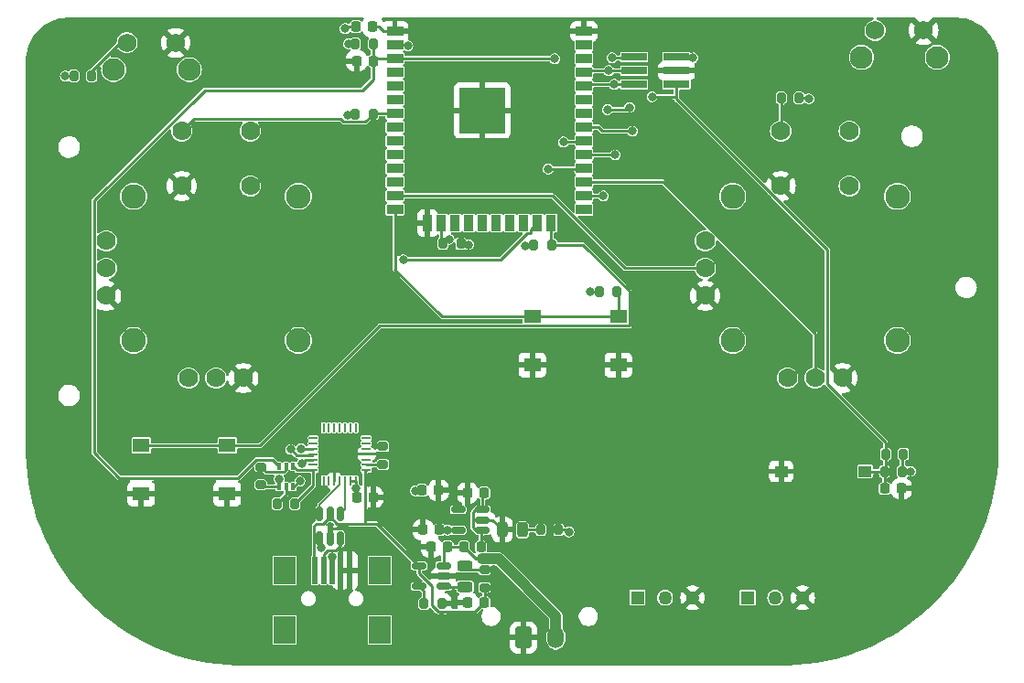
<source format=gbr>
%TF.GenerationSoftware,KiCad,Pcbnew,8.0.6*%
%TF.CreationDate,2025-03-25T19:51:35+01:00*%
%TF.ProjectId,CONTROL WIFI ESP32 S3 V4.0,434f4e54-524f-44c2-9057-494649204553,rev?*%
%TF.SameCoordinates,Original*%
%TF.FileFunction,Copper,L1,Top*%
%TF.FilePolarity,Positive*%
%FSLAX46Y46*%
G04 Gerber Fmt 4.6, Leading zero omitted, Abs format (unit mm)*
G04 Created by KiCad (PCBNEW 8.0.6) date 2025-03-25 19:51:35*
%MOMM*%
%LPD*%
G01*
G04 APERTURE LIST*
G04 Aperture macros list*
%AMRoundRect*
0 Rectangle with rounded corners*
0 $1 Rounding radius*
0 $2 $3 $4 $5 $6 $7 $8 $9 X,Y pos of 4 corners*
0 Add a 4 corners polygon primitive as box body*
4,1,4,$2,$3,$4,$5,$6,$7,$8,$9,$2,$3,0*
0 Add four circle primitives for the rounded corners*
1,1,$1+$1,$2,$3*
1,1,$1+$1,$4,$5*
1,1,$1+$1,$6,$7*
1,1,$1+$1,$8,$9*
0 Add four rect primitives between the rounded corners*
20,1,$1+$1,$2,$3,$4,$5,0*
20,1,$1+$1,$4,$5,$6,$7,0*
20,1,$1+$1,$6,$7,$8,$9,0*
20,1,$1+$1,$8,$9,$2,$3,0*%
G04 Aperture macros list end*
%TA.AperFunction,SMDPad,CuDef*%
%ADD10RoundRect,0.200000X-0.275000X0.200000X-0.275000X-0.200000X0.275000X-0.200000X0.275000X0.200000X0*%
%TD*%
%TA.AperFunction,ComponentPad*%
%ADD11R,1.268000X1.268000*%
%TD*%
%TA.AperFunction,ComponentPad*%
%ADD12C,1.268000*%
%TD*%
%TA.AperFunction,SMDPad,CuDef*%
%ADD13RoundRect,0.100000X0.100000X-0.225000X0.100000X0.225000X-0.100000X0.225000X-0.100000X-0.225000X0*%
%TD*%
%TA.AperFunction,SMDPad,CuDef*%
%ADD14R,1.500000X0.900000*%
%TD*%
%TA.AperFunction,SMDPad,CuDef*%
%ADD15R,0.900000X1.500000*%
%TD*%
%TA.AperFunction,SMDPad,CuDef*%
%ADD16R,1.050000X1.050000*%
%TD*%
%TA.AperFunction,HeatsinkPad*%
%ADD17C,0.600000*%
%TD*%
%TA.AperFunction,SMDPad,CuDef*%
%ADD18R,4.200000X4.200000*%
%TD*%
%TA.AperFunction,SMDPad,CuDef*%
%ADD19RoundRect,0.150000X0.512500X0.150000X-0.512500X0.150000X-0.512500X-0.150000X0.512500X-0.150000X0*%
%TD*%
%TA.AperFunction,SMDPad,CuDef*%
%ADD20RoundRect,0.200000X0.275000X-0.200000X0.275000X0.200000X-0.275000X0.200000X-0.275000X-0.200000X0*%
%TD*%
%TA.AperFunction,SMDPad,CuDef*%
%ADD21RoundRect,0.225000X0.225000X0.250000X-0.225000X0.250000X-0.225000X-0.250000X0.225000X-0.250000X0*%
%TD*%
%TA.AperFunction,ComponentPad*%
%ADD22C,2.100000*%
%TD*%
%TA.AperFunction,ComponentPad*%
%ADD23C,1.750000*%
%TD*%
%TA.AperFunction,SMDPad,CuDef*%
%ADD24RoundRect,0.243750X-0.243750X-0.456250X0.243750X-0.456250X0.243750X0.456250X-0.243750X0.456250X0*%
%TD*%
%TA.AperFunction,SMDPad,CuDef*%
%ADD25RoundRect,0.200000X0.200000X0.275000X-0.200000X0.275000X-0.200000X-0.275000X0.200000X-0.275000X0*%
%TD*%
%TA.AperFunction,SMDPad,CuDef*%
%ADD26RoundRect,0.243750X0.456250X-0.243750X0.456250X0.243750X-0.456250X0.243750X-0.456250X-0.243750X0*%
%TD*%
%TA.AperFunction,SMDPad,CuDef*%
%ADD27RoundRect,0.225000X-0.225000X-0.250000X0.225000X-0.250000X0.225000X0.250000X-0.225000X0.250000X0*%
%TD*%
%TA.AperFunction,SMDPad,CuDef*%
%ADD28RoundRect,0.218750X0.218750X0.256250X-0.218750X0.256250X-0.218750X-0.256250X0.218750X-0.256250X0*%
%TD*%
%TA.AperFunction,SMDPad,CuDef*%
%ADD29R,1.550000X1.300000*%
%TD*%
%TA.AperFunction,SMDPad,CuDef*%
%ADD30RoundRect,0.200000X-0.200000X-0.275000X0.200000X-0.275000X0.200000X0.275000X-0.200000X0.275000X0*%
%TD*%
%TA.AperFunction,SMDPad,CuDef*%
%ADD31R,2.400000X0.740000*%
%TD*%
%TA.AperFunction,SMDPad,CuDef*%
%ADD32RoundRect,0.062500X0.062500X-0.337500X0.062500X0.337500X-0.062500X0.337500X-0.062500X-0.337500X0*%
%TD*%
%TA.AperFunction,SMDPad,CuDef*%
%ADD33RoundRect,0.062500X0.337500X-0.062500X0.337500X0.062500X-0.337500X0.062500X-0.337500X-0.062500X0*%
%TD*%
%TA.AperFunction,HeatsinkPad*%
%ADD34R,3.350000X3.350000*%
%TD*%
%TA.AperFunction,SMDPad,CuDef*%
%ADD35R,1.250000X1.000000*%
%TD*%
%TA.AperFunction,ComponentPad*%
%ADD36RoundRect,0.250001X-0.499999X-0.759999X0.499999X-0.759999X0.499999X0.759999X-0.499999X0.759999X0*%
%TD*%
%TA.AperFunction,ComponentPad*%
%ADD37O,1.500000X2.020000*%
%TD*%
%TA.AperFunction,SMDPad,CuDef*%
%ADD38RoundRect,0.150000X0.150000X-0.512500X0.150000X0.512500X-0.150000X0.512500X-0.150000X-0.512500X0*%
%TD*%
%TA.AperFunction,ComponentPad*%
%ADD39C,1.778000*%
%TD*%
%TA.AperFunction,ComponentPad*%
%ADD40C,2.286000*%
%TD*%
%TA.AperFunction,SMDPad,CuDef*%
%ADD41R,0.500000X2.500000*%
%TD*%
%TA.AperFunction,SMDPad,CuDef*%
%ADD42R,2.000000X2.500000*%
%TD*%
%TA.AperFunction,ViaPad*%
%ADD43C,0.800000*%
%TD*%
%TA.AperFunction,Conductor*%
%ADD44C,0.250000*%
%TD*%
%TA.AperFunction,Conductor*%
%ADD45C,1.000000*%
%TD*%
%TA.AperFunction,Conductor*%
%ADD46C,0.254000*%
%TD*%
%TA.AperFunction,Conductor*%
%ADD47C,0.200000*%
%TD*%
G04 APERTURE END LIST*
D10*
%TO.P,R13,1*%
%TO.N,+3.3V*%
X64200000Y-121500000D03*
%TO.P,R13,2*%
%TO.N,Net-(U7-~{RST})*%
X64200000Y-123150000D03*
%TD*%
D11*
%TO.P,POT1,1*%
%TO.N,+3.3V*%
X97950000Y-135500000D03*
D12*
%TO.P,POT1,2*%
%TO.N,IO5*%
X100490000Y-135500000D03*
%TO.P,POT1,3*%
%TO.N,GND*%
X103030000Y-135500000D03*
%TD*%
D13*
%TO.P,Q1,1,E1*%
%TO.N,Net-(Q1A-E1)*%
X54580000Y-125220000D03*
%TO.P,Q1,2,B1*%
%TO.N,Net-(Q1A-B1)*%
X55230000Y-125220000D03*
%TO.P,Q1,3,C2*%
%TO.N,BT*%
X55880000Y-125220000D03*
%TO.P,Q1,4,E2*%
%TO.N,Net-(Q1B-E2)*%
X55880000Y-123320000D03*
%TO.P,Q1,5,B2*%
%TO.N,Net-(Q1B-B2)*%
X55230000Y-123320000D03*
%TO.P,Q1,6,C1*%
%TO.N,EN*%
X54580000Y-123320000D03*
%TD*%
D14*
%TO.P,U4,1,GND*%
%TO.N,GND*%
X65305000Y-83035000D03*
%TO.P,U4,2,VDD*%
%TO.N,+3.3V*%
X65305000Y-84305000D03*
%TO.P,U4,3,EN*%
%TO.N,EN*%
X65305000Y-85575000D03*
%TO.P,U4,4,SENSOR_VP*%
%TO.N,unconnected-(U4-SENSOR_VP-Pad4)*%
X65305000Y-86845000D03*
%TO.P,U4,5,SENSOR_VN*%
%TO.N,unconnected-(U4-SENSOR_VN-Pad5)*%
X65305000Y-88115000D03*
%TO.P,U4,6,IO34*%
%TO.N,/STDEsp32/GPIO34*%
X65305000Y-89385000D03*
%TO.P,U4,7,IO35*%
%TO.N,IO35*%
X65305000Y-90655000D03*
%TO.P,U4,8,IO32*%
%TO.N,/STDEsp32/GPIO32*%
X65305000Y-91925000D03*
%TO.P,U4,9,IO33*%
%TO.N,/STDEsp32/GPIO33*%
X65305000Y-93195000D03*
%TO.P,U4,10,IO25*%
%TO.N,/STDEsp32/GPIO25*%
X65305000Y-94465000D03*
%TO.P,U4,11,IO26*%
%TO.N,/STDEsp32/GPIO26*%
X65305000Y-95735000D03*
%TO.P,U4,12,IO27*%
%TO.N,/STDEsp32/GPIO27*%
X65305000Y-97005000D03*
%TO.P,U4,13,IO14*%
%TO.N,IO14*%
X65305000Y-98275000D03*
%TO.P,U4,14,IO12*%
%TO.N,IO12*%
X65305000Y-99545000D03*
D15*
%TO.P,U4,15,GND*%
%TO.N,GND*%
X68345000Y-100795000D03*
%TO.P,U4,16,IO13*%
%TO.N,IO13*%
X69615000Y-100795000D03*
%TO.P,U4,17,SHD/SD2*%
%TO.N,unconnected-(U4-SHD{slash}SD2-Pad17)*%
X70885000Y-100795000D03*
%TO.P,U4,18,SWP/SD3*%
%TO.N,unconnected-(U4-SWP{slash}SD3-Pad18)*%
X72155000Y-100795000D03*
%TO.P,U4,19,SCS/CMD*%
%TO.N,unconnected-(U4-SCS{slash}CMD-Pad19)*%
X73425000Y-100795000D03*
%TO.P,U4,20,SCK/CLK*%
%TO.N,unconnected-(U4-SCK{slash}CLK-Pad20)*%
X74695000Y-100795000D03*
%TO.P,U4,21,SDO/SD0*%
%TO.N,unconnected-(U4-SDO{slash}SD0-Pad21)*%
X75965000Y-100795000D03*
%TO.P,U4,22,SDI/SD1*%
%TO.N,unconnected-(U4-SDI{slash}SD1-Pad22)*%
X77235000Y-100795000D03*
%TO.P,U4,23,IO15*%
%TO.N,IO15*%
X78505000Y-100795000D03*
%TO.P,U4,24,IO2*%
%TO.N,IO2*%
X79775000Y-100795000D03*
D14*
%TO.P,U4,25,IO0*%
%TO.N,BT*%
X82805000Y-99545000D03*
%TO.P,U4,26,IO4*%
%TO.N,IO4*%
X82805000Y-98275000D03*
%TO.P,U4,27,IO16*%
%TO.N,IO16*%
X82805000Y-97005000D03*
%TO.P,U4,28,IO17*%
%TO.N,IO17*%
X82805000Y-95735000D03*
%TO.P,U4,29,IO5*%
%TO.N,IO5*%
X82805000Y-94465000D03*
%TO.P,U4,30,IO18*%
%TO.N,IO18*%
X82805000Y-93195000D03*
%TO.P,U4,31,IO19*%
%TO.N,IO19*%
X82805000Y-91925000D03*
%TO.P,U4,32,NC*%
%TO.N,unconnected-(U4-NC-Pad32)*%
X82805000Y-90655000D03*
%TO.P,U4,33,IO21*%
%TO.N,/STDEsp32/GPIO21*%
X82805000Y-89385000D03*
%TO.P,U4,34,RXD0/IO3*%
%TO.N,RX*%
X82805000Y-88115000D03*
%TO.P,U4,35,TXD0/IO1*%
%TO.N,TX*%
X82805000Y-86845000D03*
%TO.P,U4,36,IO22*%
%TO.N,/STDEsp32/GPIO22*%
X82805000Y-85575000D03*
%TO.P,U4,37,IO23*%
%TO.N,/STDEsp32/GPIO23*%
X82805000Y-84305000D03*
%TO.P,U4,38,GND*%
%TO.N,GND*%
X82805000Y-83035000D03*
D16*
%TO.P,U4,39,GND*%
X71850000Y-88850000D03*
D17*
X71850000Y-89612500D03*
D16*
X71850000Y-90375000D03*
D17*
X71850000Y-91137500D03*
D16*
X71850000Y-91900000D03*
D17*
X72612500Y-88850000D03*
X72612500Y-90375000D03*
X72612500Y-91900000D03*
D16*
X73375000Y-88850000D03*
D17*
X73375000Y-89612500D03*
D16*
X73375000Y-90375000D03*
D18*
X73375000Y-90375000D03*
D17*
X73375000Y-91137500D03*
D16*
X73375000Y-91900000D03*
D17*
X74137500Y-88850000D03*
X74137500Y-90375000D03*
X74137500Y-91900000D03*
D16*
X74900000Y-88850000D03*
D17*
X74900000Y-89612500D03*
D16*
X74900000Y-90375000D03*
D17*
X74900000Y-91137500D03*
D16*
X74900000Y-91900000D03*
%TD*%
D19*
%TO.P,U2,1,VIN*%
%TO.N,Net-(U2-EN)*%
X73425000Y-129250000D03*
%TO.P,U2,2,GND*%
%TO.N,GND*%
X73425000Y-128300000D03*
%TO.P,U2,3,EN*%
%TO.N,Net-(U2-EN)*%
X73425000Y-127350000D03*
%TO.P,U2,4,NC*%
%TO.N,unconnected-(U2-NC-Pad4)*%
X71150000Y-127350000D03*
%TO.P,U2,5,VOUT*%
%TO.N,+3.3V*%
X71150000Y-129250000D03*
%TD*%
D20*
%TO.P,R2,1*%
%TO.N,+5V*%
X73600000Y-134550000D03*
%TO.P,R2,2*%
%TO.N,Net-(D1-A)*%
X73600000Y-132900000D03*
%TD*%
D21*
%TO.P,C3,1*%
%TO.N,Net-(U2-EN)*%
X73575000Y-125800000D03*
%TO.P,C3,2*%
%TO.N,GND*%
X72025000Y-125800000D03*
%TD*%
D22*
%TO.P,SW1,*%
%TO.N,*%
X39275000Y-86602500D03*
X46285000Y-86602500D03*
D23*
%TO.P,SW1,1,1*%
%TO.N,IO15*%
X40525000Y-84112500D03*
%TO.P,SW1,2,2*%
%TO.N,GND*%
X45025000Y-84112500D03*
%TD*%
D24*
%TO.P,D2,1,K*%
%TO.N,GND*%
X75225000Y-129200000D03*
%TO.P,D2,2,A*%
%TO.N,Net-(D2-A)*%
X77100000Y-129200000D03*
%TD*%
D25*
%TO.P,R3,1*%
%TO.N,+3.3V*%
X80450000Y-129200000D03*
%TO.P,R3,2*%
%TO.N,Net-(D2-A)*%
X78800000Y-129200000D03*
%TD*%
D26*
%TO.P,D1,1,K*%
%TO.N,Net-(D1-K)*%
X71800000Y-134475000D03*
%TO.P,D1,2,A*%
%TO.N,Net-(D1-A)*%
X71800000Y-132600000D03*
%TD*%
D27*
%TO.P,C9,1*%
%TO.N,+3.3V*%
X61750000Y-126200000D03*
%TO.P,C9,2*%
%TO.N,GND*%
X63300000Y-126200000D03*
%TD*%
D28*
%TO.P,FB1,1*%
%TO.N,Net-(U2-EN)*%
X73275000Y-130800000D03*
%TO.P,FB1,2*%
%TO.N,VIN*%
X71700000Y-130800000D03*
%TD*%
D29*
%TO.P,SW3,1,1*%
%TO.N,IO12*%
X78020000Y-109450000D03*
X85980000Y-109450000D03*
%TO.P,SW3,2,2*%
%TO.N,GND*%
X78020000Y-113950000D03*
X85980000Y-113950000D03*
%TD*%
D30*
%TO.P,R7,1*%
%TO.N,+3.3V*%
X84200000Y-107200000D03*
%TO.P,R7,2*%
%TO.N,IO12*%
X85850000Y-107200000D03*
%TD*%
D21*
%TO.P,C1,1*%
%TO.N,+5V*%
X73575000Y-135950000D03*
%TO.P,C1,2*%
%TO.N,GND*%
X72025000Y-135950000D03*
%TD*%
D30*
%TO.P,R5,1*%
%TO.N,+3.3V*%
X35600000Y-87200000D03*
%TO.P,R5,2*%
%TO.N,IO15*%
X37250000Y-87200000D03*
%TD*%
%TO.P,R12,1*%
%TO.N,IO19*%
X101050000Y-89200000D03*
%TO.P,R12,2*%
%TO.N,+3.3V*%
X102700000Y-89200000D03*
%TD*%
D31*
%TO.P,J3,1,Pin_1*%
%TO.N,EN*%
X87450000Y-85430000D03*
%TO.P,J3,2,Pin_2*%
%TO.N,+3.3V*%
X91350000Y-85430000D03*
%TO.P,J3,3,Pin_3*%
%TO.N,TX*%
X87450000Y-86700000D03*
%TO.P,J3,4,Pin_4*%
%TO.N,GND*%
X91350000Y-86700000D03*
%TO.P,J3,5,Pin_5*%
%TO.N,RX*%
X87450000Y-87970000D03*
%TO.P,J3,6,Pin_6*%
%TO.N,BT*%
X91350000Y-87970000D03*
%TD*%
D32*
%TO.P,U7,1,~{DCD}*%
%TO.N,unconnected-(U7-~{DCD}-Pad1)*%
X58700000Y-124650000D03*
%TO.P,U7,2,~{RI}/CLK*%
%TO.N,unconnected-(U7-~{RI}{slash}CLK-Pad2)*%
X59200000Y-124650000D03*
%TO.P,U7,3,GND*%
%TO.N,GND*%
X59700000Y-124650000D03*
%TO.P,U7,4,D+*%
%TO.N,USBP*%
X60200000Y-124650000D03*
%TO.P,U7,5,D-*%
%TO.N,USBN*%
X60700000Y-124650000D03*
%TO.P,U7,6,VDD*%
%TO.N,+3.3V*%
X61200000Y-124650000D03*
%TO.P,U7,7,VREGIN*%
X61700000Y-124650000D03*
D33*
%TO.P,U7,8,VBUS*%
%TO.N,+5V*%
X62650000Y-123700000D03*
%TO.P,U7,9,~{RST}*%
%TO.N,Net-(U7-~{RST})*%
X62650000Y-123200000D03*
%TO.P,U7,10,NC*%
%TO.N,unconnected-(U7-NC-Pad10)*%
X62650000Y-122700000D03*
%TO.P,U7,11,~{SUSPEND}*%
%TO.N,GND*%
X62650000Y-122200000D03*
%TO.P,U7,12,SUSPEND*%
%TO.N,unconnected-(U7-SUSPEND-Pad12)*%
X62650000Y-121700000D03*
%TO.P,U7,13,CHREN*%
%TO.N,unconnected-(U7-CHREN-Pad13)*%
X62650000Y-121200000D03*
%TO.P,U7,14,CHR1*%
%TO.N,unconnected-(U7-CHR1-Pad14)*%
X62650000Y-120700000D03*
D32*
%TO.P,U7,15,CHR0*%
%TO.N,unconnected-(U7-CHR0-Pad15)*%
X61700000Y-119750000D03*
%TO.P,U7,16,~{WAKEUP}/GPIO.3*%
%TO.N,unconnected-(U7-~{WAKEUP}{slash}GPIO.3-Pad16)*%
X61200000Y-119750000D03*
%TO.P,U7,17,RS485/GPIO.2*%
%TO.N,unconnected-(U7-RS485{slash}GPIO.2-Pad17)*%
X60700000Y-119750000D03*
%TO.P,U7,18,~{RXT}/GPIO.1*%
%TO.N,unconnected-(U7-~{RXT}{slash}GPIO.1-Pad18)*%
X60200000Y-119750000D03*
%TO.P,U7,19,~{TXT}/GPIO.0*%
%TO.N,unconnected-(U7-~{TXT}{slash}GPIO.0-Pad19)*%
X59700000Y-119750000D03*
%TO.P,U7,20,GPIO.6*%
%TO.N,unconnected-(U7-GPIO.6-Pad20)*%
X59200000Y-119750000D03*
%TO.P,U7,21,GPIO.5*%
%TO.N,unconnected-(U7-GPIO.5-Pad21)*%
X58700000Y-119750000D03*
D33*
%TO.P,U7,22,GPIO.4*%
%TO.N,unconnected-(U7-GPIO.4-Pad22)*%
X57750000Y-120700000D03*
%TO.P,U7,23,~{CTS}*%
%TO.N,unconnected-(U7-~{CTS}-Pad23)*%
X57750000Y-121200000D03*
%TO.P,U7,24,~{RTS}*%
%TO.N,Net-(Q1A-E1)*%
X57750000Y-121700000D03*
%TO.P,U7,25,RXD*%
%TO.N,TX*%
X57750000Y-122200000D03*
%TO.P,U7,26,TXD*%
%TO.N,RX*%
X57750000Y-122700000D03*
%TO.P,U7,27,~{DSR}*%
%TO.N,unconnected-(U7-~{DSR}-Pad27)*%
X57750000Y-123200000D03*
%TO.P,U7,28,~{DTR}*%
%TO.N,Net-(Q1B-E2)*%
X57750000Y-123700000D03*
D34*
%TO.P,U7,29,GND*%
%TO.N,GND*%
X60200000Y-122200000D03*
%TD*%
D35*
%TO.P,BT1,1,1*%
%TO.N,GND*%
X101050000Y-123800000D03*
%TO.P,BT1,2,2*%
%TO.N,BT*%
X108800000Y-123800000D03*
%TD*%
D10*
%TO.P,R15,1*%
%TO.N,Net-(Q1B-B2)*%
X52900000Y-123375000D03*
%TO.P,R15,2*%
%TO.N,Net-(Q1A-E1)*%
X52900000Y-125025000D03*
%TD*%
D30*
%TO.P,R14,1*%
%TO.N,Net-(Q1A-B1)*%
X54400000Y-126800000D03*
%TO.P,R14,2*%
%TO.N,Net-(Q1B-E2)*%
X56050000Y-126800000D03*
%TD*%
D36*
%TO.P,J2,1,Pin_1*%
%TO.N,GND*%
X77200000Y-139200000D03*
D37*
%TO.P,J2,2,Pin_2*%
%TO.N,VIN*%
X80200000Y-139200000D03*
%TD*%
D38*
%TO.P,U3,1,I/O1*%
%TO.N,Net-(J1-D+)*%
X58350000Y-130037500D03*
%TO.P,U3,2,GND*%
%TO.N,GND*%
X59300000Y-130037500D03*
%TO.P,U3,3,I/O2*%
%TO.N,Net-(J1-D-)*%
X60250000Y-130037500D03*
%TO.P,U3,4,I/O2*%
%TO.N,USBN*%
X60250000Y-127762500D03*
%TO.P,U3,5,VBUS*%
%TO.N,+5V*%
X59300000Y-127762500D03*
%TO.P,U3,6,I/O1*%
%TO.N,USBP*%
X58350000Y-127762500D03*
%TD*%
D21*
%TO.P,C4,1*%
%TO.N,+3.3V*%
X69450000Y-129200000D03*
%TO.P,C4,2*%
%TO.N,GND*%
X67900000Y-129200000D03*
%TD*%
D30*
%TO.P,R8,1*%
%TO.N,+3.3V*%
X78150000Y-102800000D03*
%TO.P,R8,2*%
%TO.N,IO2*%
X79800000Y-102800000D03*
%TD*%
%TO.P,R9,1*%
%TO.N,+3.3V*%
X61650000Y-84200000D03*
%TO.P,R9,2*%
%TO.N,EN*%
X63300000Y-84200000D03*
%TD*%
D27*
%TO.P,C5,1*%
%TO.N,BT*%
X110625000Y-125400000D03*
%TO.P,C5,2*%
%TO.N,GND*%
X112175000Y-125400000D03*
%TD*%
D21*
%TO.P,C2,1*%
%TO.N,VIN*%
X70200000Y-130800000D03*
%TO.P,C2,2*%
%TO.N,GND*%
X68650000Y-130800000D03*
%TD*%
D29*
%TO.P,SW4,1,1*%
%TO.N,IO2*%
X41840000Y-121400000D03*
X49800000Y-121400000D03*
%TO.P,SW4,2,2*%
%TO.N,GND*%
X41840000Y-125900000D03*
X49800000Y-125900000D03*
%TD*%
D21*
%TO.P,C8,1*%
%TO.N,GND*%
X69350000Y-125550000D03*
%TO.P,C8,2*%
%TO.N,+3.3V*%
X67800000Y-125550000D03*
%TD*%
D30*
%TO.P,R1,1*%
%TO.N,Net-(U1-PROG)*%
X68000000Y-136050000D03*
%TO.P,R1,2*%
%TO.N,GND*%
X69650000Y-136050000D03*
%TD*%
D39*
%TO.P,U5,B1A,SEL+*%
%TO.N,IO35*%
X45575000Y-92300000D03*
%TO.P,U5,B1B*%
%TO.N,N/C*%
X51925000Y-92300000D03*
%TO.P,U5,B2A,SEL-*%
%TO.N,GND*%
X45575000Y-97380000D03*
%TO.P,U5,B2B*%
%TO.N,N/C*%
X51925000Y-97380000D03*
%TO.P,U5,H1,H+*%
%TO.N,+3.3V*%
X46210000Y-115160000D03*
%TO.P,U5,H2,H*%
%TO.N,IO17*%
X48750000Y-115160000D03*
%TO.P,U5,H3,H-*%
%TO.N,GND*%
X51290000Y-115160000D03*
D40*
%TO.P,U5,S1,SHIELD*%
%TO.N,unconnected-(U5-SHIELD-PadS1)_2*%
X41130000Y-98332500D03*
%TO.P,U5,S2,SHIELD*%
%TO.N,unconnected-(U5-SHIELD-PadS1)*%
X41130000Y-111667500D03*
%TO.P,U5,S3,SHIELD*%
%TO.N,unconnected-(U5-SHIELD-PadS1)_1*%
X56370000Y-111667500D03*
%TO.P,U5,S4,SHIELD*%
%TO.N,unconnected-(U5-SHIELD-PadS1)_3*%
X56370000Y-98332500D03*
D39*
%TO.P,U5,V1,V+*%
%TO.N,+3.3V*%
X38590000Y-102460000D03*
%TO.P,U5,V2,V*%
%TO.N,IO18*%
X38590000Y-105000000D03*
%TO.P,U5,V3,V-*%
%TO.N,GND*%
X38590000Y-107540000D03*
%TD*%
D25*
%TO.P,R11,1*%
%TO.N,IO35*%
X63300000Y-90700000D03*
%TO.P,R11,2*%
%TO.N,+3.3V*%
X61650000Y-90700000D03*
%TD*%
D27*
%TO.P,C6,1*%
%TO.N,GND*%
X61750000Y-85800000D03*
%TO.P,C6,2*%
%TO.N,EN*%
X63300000Y-85800000D03*
%TD*%
D21*
%TO.P,C7,1*%
%TO.N,GND*%
X63250000Y-82600000D03*
%TO.P,C7,2*%
%TO.N,+3.3V*%
X61700000Y-82600000D03*
%TD*%
D25*
%TO.P,R10,1*%
%TO.N,+3.3V*%
X112350000Y-122200000D03*
%TO.P,R10,2*%
%TO.N,BT*%
X110700000Y-122200000D03*
%TD*%
D19*
%TO.P,U1,1,STAT*%
%TO.N,Net-(D1-K)*%
X69800000Y-134450000D03*
%TO.P,U1,2,V_{SS}*%
%TO.N,GND*%
X69800000Y-133500000D03*
%TO.P,U1,3,V_{BAT}*%
%TO.N,VIN*%
X69800000Y-132550000D03*
%TO.P,U1,4,V_{DD}*%
%TO.N,+5V*%
X67525000Y-132550000D03*
%TO.P,U1,5,PROG*%
%TO.N,Net-(U1-PROG)*%
X67525000Y-134450000D03*
%TD*%
D25*
%TO.P,R6,1*%
%TO.N,+3.3V*%
X71400000Y-102700000D03*
%TO.P,R6,2*%
%TO.N,IO13*%
X69750000Y-102700000D03*
%TD*%
D39*
%TO.P,U6,B1A,SEL+*%
%TO.N,IO19*%
X101005000Y-92300000D03*
%TO.P,U6,B1B*%
%TO.N,N/C*%
X107355000Y-92300000D03*
%TO.P,U6,B2A,SEL-*%
%TO.N,GND*%
X101005000Y-97380000D03*
%TO.P,U6,B2B*%
%TO.N,N/C*%
X107355000Y-97380000D03*
%TO.P,U6,H1,H+*%
%TO.N,+3.3V*%
X101640000Y-115160000D03*
%TO.P,U6,H2,H*%
%TO.N,IO16*%
X104180000Y-115160000D03*
%TO.P,U6,H3,H-*%
%TO.N,GND*%
X106720000Y-115160000D03*
D40*
%TO.P,U6,S1,SHIELD*%
%TO.N,unconnected-(U6-SHIELD-PadS1)_1*%
X96560000Y-98332500D03*
%TO.P,U6,S2,SHIELD*%
%TO.N,unconnected-(U6-SHIELD-PadS1)_3*%
X96560000Y-111667500D03*
%TO.P,U6,S3,SHIELD*%
%TO.N,unconnected-(U6-SHIELD-PadS1)*%
X111800000Y-111667500D03*
%TO.P,U6,S4,SHIELD*%
%TO.N,unconnected-(U6-SHIELD-PadS1)_2*%
X111800000Y-98332500D03*
D39*
%TO.P,U6,V1,V+*%
%TO.N,+3.3V*%
X94020000Y-102460000D03*
%TO.P,U6,V2,V*%
%TO.N,IO14*%
X94020000Y-105000000D03*
%TO.P,U6,V3,V-*%
%TO.N,GND*%
X94020000Y-107540000D03*
%TD*%
D22*
%TO.P,SW2,*%
%TO.N,*%
X108475000Y-85452500D03*
X115485000Y-85452500D03*
D23*
%TO.P,SW2,1,1*%
%TO.N,IO13*%
X109725000Y-82962500D03*
%TO.P,SW2,2,2*%
%TO.N,GND*%
X114225000Y-82962500D03*
%TD*%
D25*
%TO.P,R4,1*%
%TO.N,+3.3V*%
X112250000Y-123800000D03*
%TO.P,R4,2*%
%TO.N,BT*%
X110600000Y-123800000D03*
%TD*%
D11*
%TO.P,POT2,1*%
%TO.N,+3.3V*%
X87760000Y-135500000D03*
D12*
%TO.P,POT2,2*%
%TO.N,IO4*%
X90300000Y-135500000D03*
%TO.P,POT2,3*%
%TO.N,GND*%
X92840000Y-135500000D03*
%TD*%
D41*
%TO.P,J1,1,VBUS*%
%TO.N,+5V*%
X57900000Y-132975000D03*
%TO.P,J1,2,D-*%
%TO.N,Net-(J1-D-)*%
X58700000Y-132975000D03*
%TO.P,J1,3,D+*%
%TO.N,Net-(J1-D+)*%
X59500000Y-132975000D03*
%TO.P,J1,4,GND*%
%TO.N,GND*%
X60300000Y-132975000D03*
%TO.P,J1,5,Shield*%
X61100000Y-132975000D03*
D42*
%TO.P,J1,6*%
%TO.N,N/C*%
X55100000Y-132975000D03*
X55100000Y-138475000D03*
X63900000Y-132975000D03*
X63900000Y-138475000D03*
%TD*%
D43*
%TO.N,BT*%
X89100000Y-89100000D03*
X56500000Y-124700000D03*
%TO.N,+3.3V*%
X92900000Y-85500000D03*
X72100000Y-102800000D03*
X70200000Y-129250000D03*
X83400000Y-107200000D03*
X60700000Y-82800000D03*
X113000000Y-123800000D03*
X67200000Y-125600000D03*
X61000000Y-84200000D03*
X81400000Y-129400000D03*
X34800000Y-87200000D03*
X61700000Y-125400000D03*
X66500000Y-84400000D03*
X60900000Y-90800000D03*
X103600000Y-89300000D03*
X77400000Y-102900000D03*
%TO.N,EN*%
X80100000Y-85600000D03*
X85400000Y-85500000D03*
%TO.N,RX*%
X85600000Y-87970000D03*
X56700000Y-123075000D03*
%TO.N,TX*%
X55655715Y-121760400D03*
X85100000Y-86700000D03*
%TO.N,IO13*%
X84973000Y-90300000D03*
X70300000Y-102300000D03*
X87000000Y-90100000D03*
%TO.N,IO15*%
X66100000Y-104200000D03*
%TO.N,IO5*%
X85700000Y-94500000D03*
%TO.N,Net-(J1-D+)*%
X59529585Y-131727000D03*
X58449999Y-130834289D03*
%TO.N,Net-(Q1A-E1)*%
X56600000Y-121700000D03*
X54600000Y-124500000D03*
%TO.N,IO4*%
X84600000Y-98300000D03*
%TO.N,IO17*%
X79500000Y-95800000D03*
%TO.N,IO18*%
X80900000Y-93300000D03*
%TO.N,IO19*%
X87300000Y-92300000D03*
%TD*%
D44*
%TO.N,GND*%
X59400000Y-129100000D02*
X60800000Y-129100000D01*
X59300000Y-129200000D02*
X59400000Y-129100000D01*
X74325000Y-128300000D02*
X75225000Y-129200000D01*
X73425000Y-128300000D02*
X74325000Y-128300000D01*
D45*
%TO.N,VIN*%
X74910000Y-131900000D02*
X73400000Y-131900000D01*
D44*
X69800000Y-131200000D02*
X70200000Y-130800000D01*
X71700000Y-130800000D02*
X70200000Y-130800000D01*
X71700000Y-130800000D02*
X72800000Y-131900000D01*
D45*
X80200000Y-137190000D02*
X74910000Y-131900000D01*
D44*
X72800000Y-131900000D02*
X73400000Y-131900000D01*
D45*
X80200000Y-139200000D02*
X80200000Y-137190000D01*
D44*
X69800000Y-132550000D02*
X69800000Y-131200000D01*
%TO.N,GND*%
X63250000Y-82600000D02*
X63800000Y-82600000D01*
X78020000Y-113950000D02*
X85980000Y-113950000D01*
X60300000Y-132975000D02*
X61100000Y-132975000D01*
X65305000Y-83035000D02*
X64235000Y-83035000D01*
X64235000Y-83035000D02*
X64000000Y-82800000D01*
X63800000Y-82600000D02*
X64000000Y-82800000D01*
X59300000Y-130037500D02*
X59300000Y-129200000D01*
%TO.N,BT*%
X110600000Y-123800000D02*
X108800000Y-123800000D01*
D46*
X89100000Y-89100000D02*
X91350000Y-89100000D01*
D44*
X110700000Y-122200000D02*
X110700000Y-123700000D01*
X91350000Y-89300434D02*
X91350000Y-89100000D01*
D46*
X55880000Y-125220000D02*
X55980000Y-125220000D01*
D44*
X105300000Y-103250434D02*
X91350000Y-89300434D01*
X110700000Y-121100000D02*
X110700000Y-122200000D01*
D46*
X55980000Y-125220000D02*
X56500000Y-124700000D01*
D44*
X91350000Y-89100000D02*
X91350000Y-87970000D01*
X105300000Y-115700000D02*
X110700000Y-121100000D01*
X105300000Y-115700000D02*
X105300000Y-103250434D01*
X110625000Y-123825000D02*
X110600000Y-123800000D01*
X110700000Y-123700000D02*
X110600000Y-123800000D01*
X110625000Y-125400000D02*
X110625000Y-123825000D01*
%TO.N,+3.3V*%
X71400000Y-102700000D02*
X72000000Y-102700000D01*
X66405000Y-84305000D02*
X66500000Y-84400000D01*
X112250000Y-123800000D02*
X112250000Y-122300000D01*
X112250000Y-122300000D02*
X112350000Y-122200000D01*
X61650000Y-84200000D02*
X61000000Y-84200000D01*
X60900000Y-82600000D02*
X60700000Y-82800000D01*
X61700000Y-82600000D02*
X60900000Y-82600000D01*
X72000000Y-102700000D02*
X72100000Y-102800000D01*
X67800000Y-125550000D02*
X67250000Y-125550000D01*
X91350000Y-85430000D02*
X92830000Y-85430000D01*
X61650000Y-90700000D02*
X61000000Y-90700000D01*
X71150000Y-129250000D02*
X70200000Y-129250000D01*
X61000000Y-90700000D02*
X60900000Y-90800000D01*
X103500000Y-89200000D02*
X103600000Y-89300000D01*
X61750000Y-126200000D02*
X61750000Y-125450000D01*
X77500000Y-102800000D02*
X77400000Y-102900000D01*
X84200000Y-107200000D02*
X83400000Y-107200000D01*
X80450000Y-129200000D02*
X81200000Y-129200000D01*
X67250000Y-125550000D02*
X67200000Y-125600000D01*
X61200000Y-124650000D02*
X61700000Y-124650000D01*
X78150000Y-102800000D02*
X77500000Y-102800000D01*
X70150000Y-129200000D02*
X70200000Y-129250000D01*
X92830000Y-85430000D02*
X92900000Y-85500000D01*
X112250000Y-123800000D02*
X113000000Y-123800000D01*
X102700000Y-89200000D02*
X103500000Y-89200000D01*
X81200000Y-129200000D02*
X81400000Y-129400000D01*
X61700000Y-124650000D02*
X61700000Y-125400000D01*
X35600000Y-87200000D02*
X34800000Y-87200000D01*
X65305000Y-84305000D02*
X66405000Y-84305000D01*
X61750000Y-125450000D02*
X61700000Y-125400000D01*
X69450000Y-129200000D02*
X70150000Y-129200000D01*
D46*
%TO.N,EN*%
X54008000Y-122748000D02*
X52442588Y-122748000D01*
D44*
X65305000Y-85575000D02*
X63525000Y-85575000D01*
D46*
X62300000Y-88500000D02*
X63300000Y-87500000D01*
X37474000Y-122083000D02*
X37474000Y-98726000D01*
X47700000Y-88500000D02*
X62300000Y-88500000D01*
X52442588Y-122748000D02*
X50800000Y-124390588D01*
D44*
X85400000Y-85500000D02*
X87380000Y-85500000D01*
D46*
X63300000Y-87500000D02*
X63300000Y-85800000D01*
X39781588Y-124390588D02*
X37474000Y-122083000D01*
X54580000Y-123320000D02*
X54008000Y-122748000D01*
D44*
X65305000Y-85575000D02*
X80075000Y-85575000D01*
X80075000Y-85575000D02*
X80100000Y-85600000D01*
D46*
X37474000Y-98726000D02*
X47700000Y-88500000D01*
X50800000Y-124390588D02*
X39781588Y-124390588D01*
D44*
X87380000Y-85500000D02*
X87450000Y-85430000D01*
X63525000Y-85575000D02*
X63300000Y-85800000D01*
X63300000Y-84200000D02*
X63300000Y-85800000D01*
%TO.N,Net-(D1-A)*%
X72100000Y-132900000D02*
X71800000Y-132600000D01*
X73600000Y-132900000D02*
X72100000Y-132900000D01*
%TO.N,RX*%
X87450000Y-87970000D02*
X85600000Y-87970000D01*
D46*
X57075000Y-122700000D02*
X56700000Y-123075000D01*
D44*
X82950000Y-87970000D02*
X82805000Y-88115000D01*
D46*
X57750000Y-122700000D02*
X57075000Y-122700000D01*
D44*
X85600000Y-87970000D02*
X82950000Y-87970000D01*
%TO.N,TX*%
X87450000Y-86700000D02*
X85100000Y-86700000D01*
X82950000Y-86700000D02*
X82805000Y-86845000D01*
D46*
X56222315Y-122327000D02*
X55655715Y-121760400D01*
X57623000Y-122327000D02*
X56222315Y-122327000D01*
D44*
X85100000Y-86700000D02*
X82950000Y-86700000D01*
D46*
X57750000Y-122200000D02*
X57623000Y-122327000D01*
%TO.N,Net-(U2-EN)*%
X73275000Y-129400000D02*
X73425000Y-129250000D01*
D44*
X73425000Y-129250000D02*
X72762501Y-129250000D01*
X73425000Y-127350000D02*
X73425000Y-125950000D01*
X72537500Y-127575001D02*
X72762501Y-127350000D01*
X72762501Y-129250000D02*
X72537500Y-129024999D01*
X73425000Y-125950000D02*
X73575000Y-125800000D01*
X72537500Y-129024999D02*
X72537500Y-127575001D01*
X72762501Y-127350000D02*
X73425000Y-127350000D01*
D46*
X73275000Y-130800000D02*
X73275000Y-129400000D01*
D44*
%TO.N,IO13*%
X86800000Y-90300000D02*
X87000000Y-90100000D01*
X69750000Y-102700000D02*
X69900000Y-102700000D01*
X69900000Y-102700000D02*
X70300000Y-102300000D01*
X84973000Y-90300000D02*
X86800000Y-90300000D01*
X69615000Y-100795000D02*
X69615000Y-102565000D01*
X69615000Y-102565000D02*
X69750000Y-102700000D01*
%TO.N,IO15*%
X66100000Y-104200000D02*
X75100000Y-104200000D01*
X75100000Y-104200000D02*
X77530000Y-101770000D01*
X77910000Y-101390000D02*
X78505000Y-100795000D01*
X39862500Y-84112500D02*
X40525000Y-84112500D01*
X37250000Y-87200000D02*
X37250000Y-86725000D01*
X37250000Y-86725000D02*
X39862500Y-84112500D01*
X77530000Y-101770000D02*
X77910000Y-101770000D01*
X77910000Y-101770000D02*
X77910000Y-101390000D01*
%TO.N,IO12*%
X65300000Y-105100000D02*
X65305000Y-105095000D01*
X69650000Y-109450000D02*
X65300000Y-105100000D01*
X65305000Y-105095000D02*
X65305000Y-99545000D01*
X85980000Y-109450000D02*
X85980000Y-107330000D01*
X85980000Y-107330000D02*
X85850000Y-107200000D01*
X78020000Y-109450000D02*
X69650000Y-109450000D01*
X85980000Y-109450000D02*
X78020000Y-109450000D01*
%TO.N,IO35*%
X63345000Y-90655000D02*
X63300000Y-90700000D01*
X60525000Y-91425000D02*
X62575000Y-91425000D01*
X65305000Y-90655000D02*
X63345000Y-90655000D01*
X46689000Y-91186000D02*
X60286000Y-91186000D01*
X62575000Y-91425000D02*
X63300000Y-90700000D01*
X45575000Y-92300000D02*
X46689000Y-91186000D01*
X60286000Y-91186000D02*
X60525000Y-91425000D01*
%TO.N,+5V*%
X57825000Y-128865514D02*
X58040514Y-128650000D01*
X59300000Y-128009486D02*
X59940514Y-128650000D01*
X58659486Y-128650000D02*
X59300000Y-128009486D01*
X59940514Y-128650000D02*
X61132370Y-128650000D01*
X61132370Y-128650000D02*
X62500000Y-128650000D01*
X67525000Y-133208884D02*
X67525000Y-132550000D01*
X57900000Y-132975000D02*
X57825000Y-132900000D01*
X73575000Y-135950000D02*
X72750000Y-136775000D01*
X62500000Y-128650000D02*
X62525000Y-128625000D01*
X59300000Y-127762500D02*
X59300000Y-128009486D01*
D46*
X63625000Y-128650000D02*
X61132370Y-128650000D01*
D44*
X57825000Y-132900000D02*
X57825000Y-128865514D01*
X68700000Y-136181582D02*
X68700000Y-134383884D01*
X58040514Y-128650000D02*
X58659486Y-128650000D01*
X69293418Y-136775000D02*
X68700000Y-136181582D01*
X62525000Y-123825000D02*
X62650000Y-123700000D01*
X73600000Y-134550000D02*
X73600000Y-135925000D01*
X62525000Y-128625000D02*
X62525000Y-123825000D01*
X72750000Y-136775000D02*
X69293418Y-136775000D01*
X68700000Y-134383884D02*
X67525000Y-133208884D01*
D46*
X67525000Y-132550000D02*
X63625000Y-128650000D01*
D44*
X73600000Y-135925000D02*
X73575000Y-135950000D01*
%TO.N,Net-(D2-A)*%
X78800000Y-129200000D02*
X77100000Y-129200000D01*
%TO.N,Net-(D1-K)*%
X71800000Y-134475000D02*
X69825000Y-134475000D01*
X69825000Y-134475000D02*
X69800000Y-134450000D01*
%TO.N,IO5*%
X82840000Y-94500000D02*
X82805000Y-94465000D01*
X85700000Y-94500000D02*
X82840000Y-94500000D01*
D46*
%TO.N,Net-(J1-D+)*%
X58449999Y-130834289D02*
X58449999Y-130137499D01*
X59500000Y-132975000D02*
X59500000Y-131756585D01*
X59500000Y-131756585D02*
X59529585Y-131727000D01*
X58449999Y-130137499D02*
X58350000Y-130037500D01*
D44*
%TO.N,Net-(Q1A-E1)*%
X54580000Y-125220000D02*
X53095000Y-125220000D01*
X53095000Y-125220000D02*
X52900000Y-125025000D01*
X54580000Y-125220000D02*
X54580000Y-124520000D01*
X56600000Y-121700000D02*
X57750000Y-121700000D01*
X54580000Y-124520000D02*
X54600000Y-124500000D01*
%TO.N,Net-(Q1B-E2)*%
X57750000Y-123700000D02*
X56260000Y-123700000D01*
X56260000Y-123700000D02*
X55880000Y-123320000D01*
D46*
X57750000Y-125100000D02*
X57750000Y-123700000D01*
X56050000Y-126800000D02*
X57750000Y-125100000D01*
D44*
%TO.N,Net-(Q1A-B1)*%
X55230000Y-125970000D02*
X55230000Y-125220000D01*
X54400000Y-126800000D02*
X55230000Y-125970000D01*
%TO.N,Net-(Q1B-B2)*%
X55230000Y-123320000D02*
X55230000Y-123644999D01*
X53395000Y-123870000D02*
X52900000Y-123375000D01*
X55004999Y-123870000D02*
X53395000Y-123870000D01*
X55230000Y-123644999D02*
X55004999Y-123870000D01*
D47*
%TO.N,USBN*%
X60250000Y-127762500D02*
X60700000Y-127312500D01*
X60700000Y-127312500D02*
X60700000Y-124650000D01*
%TO.N,USBP*%
X60200000Y-125000000D02*
X60200000Y-124650000D01*
X58350000Y-126850000D02*
X60200000Y-125000000D01*
X58350000Y-127762500D02*
X58350000Y-126850000D01*
D46*
%TO.N,Net-(J1-D-)*%
X60250000Y-130699999D02*
X59849999Y-131100000D01*
X59071000Y-131100000D02*
X58700000Y-131471000D01*
X58700000Y-131471000D02*
X58700000Y-132975000D01*
X60250000Y-130037500D02*
X60250000Y-130699999D01*
X59849999Y-131100000D02*
X59071000Y-131100000D01*
D44*
%TO.N,IO4*%
X84600000Y-98300000D02*
X82830000Y-98300000D01*
X82830000Y-98300000D02*
X82805000Y-98275000D01*
%TO.N,IO17*%
X82740000Y-95800000D02*
X82805000Y-95735000D01*
X79500000Y-95800000D02*
X82740000Y-95800000D01*
%TO.N,IO18*%
X82700000Y-93300000D02*
X82805000Y-93195000D01*
X80900000Y-93300000D02*
X82700000Y-93300000D01*
%TO.N,Net-(U1-PROG)*%
X68000000Y-136050000D02*
X68000000Y-134925000D01*
X68000000Y-134925000D02*
X67525000Y-134450000D01*
%TO.N,IO2*%
X49800000Y-121400000D02*
X41840000Y-121400000D01*
X82700000Y-102800000D02*
X79800000Y-102800000D01*
X79775000Y-102775000D02*
X79800000Y-102800000D01*
X49800000Y-121400000D02*
X52830000Y-121400000D01*
X86980000Y-107080000D02*
X82700000Y-102800000D01*
X86980000Y-110325000D02*
X86980000Y-107080000D01*
X52830000Y-121400000D02*
X63905000Y-110325000D01*
X63905000Y-110325000D02*
X86980000Y-110325000D01*
X79775000Y-100795000D02*
X79775000Y-102775000D01*
D46*
%TO.N,IO19*%
X101050000Y-89200000D02*
X101050000Y-92255000D01*
X101050000Y-92255000D02*
X101005000Y-92300000D01*
X84100000Y-91900000D02*
X84075000Y-91925000D01*
X82975000Y-91925000D02*
X83000000Y-91900000D01*
X87300000Y-92300000D02*
X84500000Y-92300000D01*
X84075000Y-91925000D02*
X82805000Y-91925000D01*
X84500000Y-92300000D02*
X84100000Y-91900000D01*
D44*
%TO.N,Net-(U7-~{RST})*%
X63500000Y-123200000D02*
X62650000Y-123200000D01*
X64200000Y-123150000D02*
X63550000Y-123150000D01*
X63550000Y-123150000D02*
X63500000Y-123200000D01*
%TO.N,IO14*%
X79885000Y-98275000D02*
X65305000Y-98275000D01*
X86610000Y-105000000D02*
X79885000Y-98275000D01*
X94020000Y-105000000D02*
X86610000Y-105000000D01*
%TO.N,IO16*%
X90140434Y-97005000D02*
X82805000Y-97005000D01*
X104180000Y-111044566D02*
X90140434Y-97005000D01*
X104180000Y-115160000D02*
X104180000Y-111044566D01*
%TD*%
%TA.AperFunction,Conductor*%
%TO.N,GND*%
G36*
X73618039Y-128069685D02*
G01*
X73663794Y-128122489D01*
X73675000Y-128174000D01*
X73675000Y-128426000D01*
X73655315Y-128493039D01*
X73602511Y-128538794D01*
X73551000Y-128550000D01*
X72887000Y-128550000D01*
X72819961Y-128530315D01*
X72774206Y-128477511D01*
X72763000Y-128426000D01*
X72763000Y-128174000D01*
X72782685Y-128106961D01*
X72835489Y-128061206D01*
X72887000Y-128050000D01*
X73551000Y-128050000D01*
X73618039Y-128069685D01*
G37*
%TD.AperFunction*%
%TA.AperFunction,Conductor*%
G36*
X70950081Y-134720185D02*
G01*
X70995836Y-134772989D01*
X71005980Y-134808318D01*
X71006099Y-134809218D01*
X71006100Y-134809223D01*
X71006102Y-134809230D01*
X71057402Y-134919244D01*
X71057406Y-134919250D01*
X71143250Y-135005094D01*
X71143251Y-135005094D01*
X71143255Y-135005097D01*
X71205317Y-135034037D01*
X71257757Y-135080209D01*
X71276909Y-135147402D01*
X71256694Y-135214283D01*
X71240597Y-135234098D01*
X71227424Y-135247271D01*
X71138457Y-135391507D01*
X71138452Y-135391518D01*
X71085144Y-135552393D01*
X71075000Y-135651677D01*
X71075000Y-135700000D01*
X72151000Y-135700000D01*
X72218039Y-135719685D01*
X72263794Y-135772489D01*
X72275000Y-135824000D01*
X72275000Y-136076000D01*
X72255315Y-136143039D01*
X72202511Y-136188794D01*
X72151000Y-136200000D01*
X71075001Y-136200000D01*
X71075001Y-136248322D01*
X71085143Y-136347605D01*
X71098031Y-136386495D01*
X71100433Y-136456323D01*
X71064702Y-136516366D01*
X71002182Y-136547559D01*
X70980325Y-136549500D01*
X70670519Y-136549500D01*
X70603480Y-136529815D01*
X70557725Y-136477011D01*
X70547028Y-136414279D01*
X70550000Y-136381572D01*
X70550000Y-136300000D01*
X69900000Y-136300000D01*
X69900000Y-136425500D01*
X69880315Y-136492539D01*
X69827511Y-136538294D01*
X69776000Y-136549500D01*
X69524000Y-136549500D01*
X69456961Y-136529815D01*
X69411206Y-136477011D01*
X69400000Y-136425500D01*
X69400000Y-135924000D01*
X69419685Y-135856961D01*
X69472489Y-135811206D01*
X69524000Y-135800000D01*
X70549999Y-135800000D01*
X70549999Y-135718417D01*
X70543591Y-135647897D01*
X70543590Y-135647892D01*
X70493018Y-135485603D01*
X70405072Y-135340122D01*
X70284877Y-135219927D01*
X70139395Y-135131980D01*
X70139396Y-135131980D01*
X70013933Y-135092885D01*
X69955785Y-135054148D01*
X69927811Y-134990123D01*
X69938893Y-134921137D01*
X69985511Y-134869094D01*
X70050823Y-134850500D01*
X70337176Y-134850500D01*
X70337177Y-134850499D01*
X70410240Y-134835966D01*
X70493101Y-134780601D01*
X70507478Y-134759084D01*
X70509800Y-134755609D01*
X70563412Y-134710804D01*
X70612902Y-134700500D01*
X70883042Y-134700500D01*
X70950081Y-134720185D01*
G37*
%TD.AperFunction*%
%TA.AperFunction,Conductor*%
G36*
X59512786Y-128545185D02*
G01*
X59533428Y-128561819D01*
X59637206Y-128665597D01*
X59670691Y-128726920D01*
X59665707Y-128796612D01*
X59623835Y-128852545D01*
X59558371Y-128876962D01*
X59550832Y-128876933D01*
X59550000Y-128877703D01*
X59550000Y-130163500D01*
X59530315Y-130230539D01*
X59477511Y-130276294D01*
X59426000Y-130287500D01*
X59174000Y-130287500D01*
X59106961Y-130267815D01*
X59061206Y-130215011D01*
X59050000Y-130163500D01*
X59050000Y-128877703D01*
X59045856Y-128873874D01*
X58991865Y-128862553D01*
X58942090Y-128813520D01*
X58926726Y-128745360D01*
X58950651Y-128679715D01*
X58962779Y-128665610D01*
X59066573Y-128561816D01*
X59127894Y-128528334D01*
X59154252Y-128525500D01*
X59445747Y-128525500D01*
X59512786Y-128545185D01*
G37*
%TD.AperFunction*%
%TA.AperFunction,Conductor*%
G36*
X62378875Y-81784685D02*
G01*
X62424630Y-81837489D01*
X62434574Y-81906647D01*
X62417374Y-81954098D01*
X62363455Y-82041511D01*
X62363451Y-82041520D01*
X62355351Y-82065965D01*
X62315577Y-82123409D01*
X62251061Y-82150230D01*
X62182285Y-82137914D01*
X62149965Y-82114639D01*
X62114579Y-82079253D01*
X62066632Y-82056895D01*
X62010545Y-82030741D01*
X62010543Y-82030740D01*
X62010544Y-82030740D01*
X61963139Y-82024500D01*
X61436867Y-82024500D01*
X61421839Y-82026478D01*
X61389455Y-82030741D01*
X61389453Y-82030742D01*
X61389451Y-82030742D01*
X61285420Y-82079253D01*
X61204253Y-82160420D01*
X61155740Y-82264456D01*
X61155447Y-82266686D01*
X61154401Y-82269048D01*
X61153085Y-82273566D01*
X61152481Y-82273390D01*
X61127180Y-82330583D01*
X61068855Y-82369053D01*
X61032508Y-82374500D01*
X61000072Y-82374500D01*
X60933033Y-82354815D01*
X60933032Y-82354815D01*
X60910050Y-82340045D01*
X60771963Y-82299500D01*
X60771961Y-82299500D01*
X60628039Y-82299500D01*
X60628036Y-82299500D01*
X60489949Y-82340045D01*
X60368873Y-82417856D01*
X60274623Y-82526626D01*
X60274622Y-82526628D01*
X60214834Y-82657543D01*
X60194353Y-82800000D01*
X60214834Y-82942456D01*
X60264805Y-83051875D01*
X60274623Y-83073373D01*
X60368872Y-83182143D01*
X60489947Y-83259953D01*
X60489950Y-83259954D01*
X60489949Y-83259954D01*
X60575250Y-83285000D01*
X60617743Y-83297477D01*
X60628036Y-83300499D01*
X60628038Y-83300500D01*
X60628039Y-83300500D01*
X60771962Y-83300500D01*
X60771962Y-83300499D01*
X60887970Y-83266437D01*
X60910050Y-83259954D01*
X60910050Y-83259953D01*
X60910053Y-83259953D01*
X61031128Y-83182143D01*
X61090465Y-83113664D01*
X61149243Y-83075889D01*
X61219112Y-83075889D01*
X61271859Y-83107185D01*
X61285421Y-83120747D01*
X61389455Y-83169259D01*
X61436861Y-83175500D01*
X61963138Y-83175499D01*
X62010545Y-83169259D01*
X62114579Y-83120747D01*
X62149966Y-83085359D01*
X62211286Y-83051875D01*
X62280978Y-83056859D01*
X62336912Y-83098729D01*
X62355351Y-83134035D01*
X62363451Y-83158477D01*
X62363457Y-83158492D01*
X62452424Y-83302728D01*
X62452427Y-83302732D01*
X62572267Y-83422572D01*
X62572271Y-83422575D01*
X62716507Y-83511542D01*
X62716520Y-83511548D01*
X62805072Y-83540891D01*
X62862518Y-83580663D01*
X62889341Y-83645179D01*
X62877026Y-83713955D01*
X62853753Y-83746275D01*
X62847795Y-83752232D01*
X62847794Y-83752234D01*
X62802415Y-83855006D01*
X62802415Y-83855008D01*
X62799500Y-83880131D01*
X62799500Y-84519856D01*
X62799502Y-84519882D01*
X62802413Y-84544987D01*
X62802415Y-84544991D01*
X62847793Y-84647764D01*
X62847794Y-84647765D01*
X62927235Y-84727206D01*
X62994357Y-84756843D01*
X63000587Y-84759594D01*
X63053963Y-84804680D01*
X63074490Y-84871466D01*
X63074500Y-84873028D01*
X63074500Y-85112935D01*
X63054815Y-85179974D01*
X63002011Y-85225729D01*
X62993080Y-85229050D01*
X62885420Y-85279253D01*
X62850033Y-85314640D01*
X62788710Y-85348125D01*
X62719018Y-85343139D01*
X62663085Y-85301267D01*
X62644647Y-85265961D01*
X62636548Y-85241520D01*
X62636542Y-85241507D01*
X62547575Y-85097271D01*
X62547572Y-85097267D01*
X62427732Y-84977427D01*
X62427728Y-84977424D01*
X62283492Y-84888457D01*
X62283483Y-84888453D01*
X62157370Y-84846663D01*
X62099926Y-84806890D01*
X62073103Y-84742374D01*
X62085418Y-84673598D01*
X62096707Y-84657926D01*
X62095712Y-84657245D01*
X62102202Y-84647768D01*
X62102206Y-84647765D01*
X62147585Y-84544991D01*
X62150500Y-84519865D01*
X62150499Y-83880136D01*
X62149104Y-83868103D01*
X62147586Y-83855012D01*
X62147585Y-83855010D01*
X62147585Y-83855009D01*
X62102206Y-83752235D01*
X62022765Y-83672794D01*
X62022763Y-83672793D01*
X61919992Y-83627415D01*
X61894865Y-83624500D01*
X61405143Y-83624500D01*
X61405117Y-83624502D01*
X61380012Y-83627413D01*
X61380008Y-83627415D01*
X61277234Y-83672793D01*
X61277229Y-83672797D01*
X61262016Y-83688010D01*
X61200692Y-83721492D01*
X61139405Y-83719302D01*
X61071963Y-83699500D01*
X61071961Y-83699500D01*
X60928039Y-83699500D01*
X60928036Y-83699500D01*
X60789949Y-83740045D01*
X60668873Y-83817856D01*
X60574623Y-83926626D01*
X60574622Y-83926628D01*
X60514834Y-84057543D01*
X60494353Y-84200000D01*
X60514834Y-84342456D01*
X60551369Y-84422455D01*
X60574623Y-84473373D01*
X60668872Y-84582143D01*
X60789947Y-84659953D01*
X60789950Y-84659954D01*
X60789949Y-84659954D01*
X60928036Y-84700499D01*
X60928038Y-84700500D01*
X61080830Y-84700500D01*
X61080830Y-84703115D01*
X61136449Y-84711100D01*
X61189263Y-84756843D01*
X61208962Y-84823878D01*
X61189292Y-84890922D01*
X61150060Y-84929443D01*
X61072268Y-84977426D01*
X60952427Y-85097267D01*
X60952424Y-85097271D01*
X60863457Y-85241507D01*
X60863452Y-85241518D01*
X60810144Y-85402393D01*
X60800000Y-85501677D01*
X60800000Y-85550000D01*
X61876000Y-85550000D01*
X61943039Y-85569685D01*
X61988794Y-85622489D01*
X62000000Y-85674000D01*
X62000000Y-86774999D01*
X62023308Y-86774999D01*
X62023322Y-86774998D01*
X62122607Y-86764855D01*
X62283481Y-86711547D01*
X62283492Y-86711542D01*
X62427728Y-86622575D01*
X62427732Y-86622572D01*
X62547572Y-86502732D01*
X62547575Y-86502728D01*
X62636542Y-86358492D01*
X62636549Y-86358477D01*
X62644647Y-86334039D01*
X62684418Y-86276593D01*
X62748934Y-86249769D01*
X62817710Y-86262083D01*
X62850034Y-86285360D01*
X62885421Y-86320747D01*
X62989455Y-86369259D01*
X62989456Y-86369259D01*
X62998053Y-86373268D01*
X62996733Y-86376097D01*
X63042044Y-86405084D01*
X63071201Y-86468579D01*
X63072500Y-86486481D01*
X63072500Y-87354404D01*
X63052815Y-87421443D01*
X63036181Y-87442085D01*
X62242086Y-88236181D01*
X62180763Y-88269666D01*
X62154405Y-88272500D01*
X47745253Y-88272500D01*
X47654747Y-88272500D01*
X47654745Y-88272500D01*
X47654743Y-88272501D01*
X47571134Y-88307131D01*
X47571132Y-88307133D01*
X39887267Y-95991000D01*
X37345132Y-98533135D01*
X37281135Y-98597132D01*
X37269799Y-98624500D01*
X37246500Y-98680746D01*
X37246500Y-107171730D01*
X37242706Y-107202170D01*
X37215249Y-107310591D01*
X37215247Y-107310603D01*
X37196240Y-107539994D01*
X37196240Y-107540005D01*
X37215247Y-107769396D01*
X37215249Y-107769405D01*
X37242706Y-107877828D01*
X37246500Y-107908269D01*
X37246500Y-122128253D01*
X37281136Y-122211870D01*
X39588723Y-124519456D01*
X39652720Y-124583453D01*
X39736335Y-124618088D01*
X39736336Y-124618088D01*
X40702237Y-124618088D01*
X40769276Y-124637773D01*
X40815031Y-124690577D01*
X40824975Y-124759735D01*
X40795950Y-124823291D01*
X40776548Y-124841355D01*
X40707809Y-124892813D01*
X40621649Y-125007906D01*
X40621645Y-125007913D01*
X40571403Y-125142620D01*
X40571401Y-125142627D01*
X40565000Y-125202155D01*
X40565000Y-125650000D01*
X43115000Y-125650000D01*
X43115000Y-125202172D01*
X43114999Y-125202155D01*
X43108598Y-125142627D01*
X43108596Y-125142620D01*
X43058354Y-125007913D01*
X43058350Y-125007906D01*
X42972190Y-124892813D01*
X42903452Y-124841355D01*
X42861581Y-124785421D01*
X42856597Y-124715729D01*
X42890082Y-124654406D01*
X42951406Y-124620922D01*
X42977763Y-124618088D01*
X48662237Y-124618088D01*
X48729276Y-124637773D01*
X48775031Y-124690577D01*
X48784975Y-124759735D01*
X48755950Y-124823291D01*
X48736548Y-124841355D01*
X48667809Y-124892813D01*
X48581649Y-125007906D01*
X48581645Y-125007913D01*
X48531403Y-125142620D01*
X48531401Y-125142627D01*
X48525000Y-125202155D01*
X48525000Y-125650000D01*
X51075000Y-125650000D01*
X51075000Y-125202172D01*
X51074999Y-125202155D01*
X51068598Y-125142627D01*
X51068596Y-125142620D01*
X51018354Y-125007913D01*
X51018350Y-125007906D01*
X50932190Y-124892813D01*
X50839284Y-124823263D01*
X50797413Y-124767329D01*
X50792429Y-124697637D01*
X50825914Y-124636314D01*
X50866140Y-124609435D01*
X50928868Y-124583453D01*
X52112821Y-123399498D01*
X52174142Y-123366015D01*
X52243833Y-123370999D01*
X52299767Y-123412870D01*
X52324184Y-123478335D01*
X52324500Y-123487180D01*
X52324500Y-123619855D01*
X52324502Y-123619882D01*
X52327413Y-123644987D01*
X52327415Y-123644991D01*
X52372793Y-123747764D01*
X52372794Y-123747765D01*
X52452235Y-123827206D01*
X52555009Y-123872585D01*
X52580135Y-123875500D01*
X53030232Y-123875499D01*
X53097271Y-123895183D01*
X53117913Y-123911818D01*
X53196759Y-123990664D01*
X53196762Y-123990668D01*
X53203830Y-123997736D01*
X53267264Y-124061170D01*
X53296725Y-124073373D01*
X53350146Y-124095501D01*
X53350147Y-124095501D01*
X53454289Y-124095501D01*
X53454297Y-124095500D01*
X54041559Y-124095500D01*
X54108598Y-124115185D01*
X54154353Y-124167989D01*
X54164297Y-124237147D01*
X54154353Y-124271012D01*
X54114834Y-124357543D01*
X54094353Y-124500000D01*
X54114834Y-124642456D01*
X54166235Y-124755006D01*
X54174623Y-124773373D01*
X54185063Y-124785421D01*
X54188422Y-124789298D01*
X54217446Y-124852854D01*
X54207502Y-124922013D01*
X54161746Y-124974816D01*
X54094708Y-124994500D01*
X53599499Y-124994500D01*
X53532460Y-124974815D01*
X53486705Y-124922011D01*
X53475499Y-124870500D01*
X53475499Y-124780143D01*
X53475499Y-124780136D01*
X53475480Y-124779974D01*
X53472586Y-124755012D01*
X53472585Y-124755010D01*
X53472585Y-124755009D01*
X53427206Y-124652235D01*
X53347765Y-124572794D01*
X53278218Y-124542086D01*
X53244992Y-124527415D01*
X53219865Y-124524500D01*
X52580143Y-124524500D01*
X52580117Y-124524502D01*
X52555012Y-124527413D01*
X52555008Y-124527415D01*
X52452235Y-124572793D01*
X52372794Y-124652234D01*
X52327415Y-124755006D01*
X52327415Y-124755008D01*
X52324500Y-124780131D01*
X52324500Y-125269856D01*
X52324502Y-125269882D01*
X52327413Y-125294987D01*
X52327415Y-125294991D01*
X52372793Y-125397764D01*
X52372794Y-125397765D01*
X52452235Y-125477206D01*
X52555009Y-125522585D01*
X52580135Y-125525500D01*
X53219864Y-125525499D01*
X53219879Y-125525497D01*
X53219882Y-125525497D01*
X53244987Y-125522586D01*
X53244988Y-125522585D01*
X53244991Y-125522585D01*
X53347765Y-125477206D01*
X53347767Y-125477203D01*
X53357245Y-125470712D01*
X53358945Y-125473194D01*
X53404475Y-125448334D01*
X53430833Y-125445500D01*
X54176081Y-125445500D01*
X54243120Y-125465185D01*
X54288875Y-125517989D01*
X54290640Y-125522043D01*
X54291131Y-125523228D01*
X54335447Y-125589552D01*
X54401769Y-125633867D01*
X54401770Y-125633868D01*
X54460247Y-125645499D01*
X54460250Y-125645500D01*
X54460252Y-125645500D01*
X54699750Y-125645500D01*
X54699751Y-125645499D01*
X54719767Y-125641518D01*
X54758229Y-125633868D01*
X54758231Y-125633867D01*
X54786168Y-125615200D01*
X54811608Y-125598200D01*
X54878285Y-125577322D01*
X54945665Y-125595806D01*
X54992356Y-125647784D01*
X55004500Y-125701302D01*
X55004500Y-125825232D01*
X54984815Y-125892271D01*
X54968181Y-125912913D01*
X54692913Y-126188181D01*
X54631590Y-126221666D01*
X54605232Y-126224500D01*
X54155143Y-126224500D01*
X54155117Y-126224502D01*
X54130012Y-126227413D01*
X54130008Y-126227415D01*
X54027235Y-126272793D01*
X53947794Y-126352234D01*
X53902415Y-126455006D01*
X53902415Y-126455008D01*
X53899500Y-126480131D01*
X53899500Y-127119856D01*
X53899502Y-127119882D01*
X53902413Y-127144987D01*
X53902415Y-127144991D01*
X53947793Y-127247764D01*
X53947794Y-127247765D01*
X54027235Y-127327206D01*
X54130009Y-127372585D01*
X54155135Y-127375500D01*
X54644864Y-127375499D01*
X54644879Y-127375497D01*
X54644882Y-127375497D01*
X54669987Y-127372586D01*
X54669988Y-127372585D01*
X54669991Y-127372585D01*
X54772765Y-127327206D01*
X54852206Y-127247765D01*
X54897585Y-127144991D01*
X54900500Y-127119865D01*
X54900499Y-126669765D01*
X54920183Y-126602727D01*
X54936813Y-126582090D01*
X55340294Y-126178610D01*
X55340297Y-126178608D01*
X55357735Y-126161170D01*
X55357736Y-126161170D01*
X55421170Y-126097736D01*
X55421170Y-126097734D01*
X55421172Y-126097733D01*
X55447006Y-126035361D01*
X55455500Y-126014855D01*
X55455500Y-125701302D01*
X55475185Y-125634263D01*
X55527989Y-125588508D01*
X55597147Y-125578564D01*
X55648392Y-125598201D01*
X55701768Y-125633867D01*
X55701770Y-125633868D01*
X55760247Y-125645499D01*
X55760250Y-125645500D01*
X55760252Y-125645500D01*
X55999750Y-125645500D01*
X55999751Y-125645499D01*
X56019767Y-125641518D01*
X56058229Y-125633868D01*
X56058229Y-125633867D01*
X56058231Y-125633867D01*
X56124552Y-125589552D01*
X56168867Y-125523231D01*
X56168867Y-125523229D01*
X56168868Y-125523229D01*
X56180499Y-125464752D01*
X56180500Y-125464750D01*
X56180500Y-125392595D01*
X56200185Y-125325556D01*
X56216819Y-125304914D01*
X56293452Y-125228281D01*
X56354775Y-125194796D01*
X56416067Y-125196984D01*
X56428039Y-125200500D01*
X56428040Y-125200500D01*
X56571962Y-125200500D01*
X56571962Y-125200499D01*
X56710053Y-125159953D01*
X56831128Y-125082143D01*
X56925377Y-124973373D01*
X56985165Y-124842457D01*
X57005647Y-124700000D01*
X56985165Y-124557543D01*
X56925377Y-124426627D01*
X56831128Y-124317857D01*
X56710053Y-124240047D01*
X56710051Y-124240046D01*
X56710049Y-124240045D01*
X56710050Y-124240045D01*
X56571963Y-124199500D01*
X56571961Y-124199500D01*
X56428039Y-124199500D01*
X56428036Y-124199500D01*
X56289949Y-124240045D01*
X56168873Y-124317856D01*
X56074623Y-124426626D01*
X56074622Y-124426628D01*
X56014834Y-124557543D01*
X55996057Y-124688147D01*
X55967032Y-124751703D01*
X55908254Y-124789477D01*
X55873319Y-124794500D01*
X55760247Y-124794500D01*
X55701770Y-124806131D01*
X55701769Y-124806132D01*
X55625293Y-124857233D01*
X55623078Y-124853918D01*
X55581358Y-124876699D01*
X55511666Y-124871715D01*
X55486036Y-124855243D01*
X55484707Y-124857233D01*
X55408230Y-124806132D01*
X55408229Y-124806131D01*
X55349752Y-124794500D01*
X55349748Y-124794500D01*
X55206166Y-124794500D01*
X55139127Y-124774815D01*
X55093372Y-124722011D01*
X55083428Y-124652853D01*
X55084142Y-124649565D01*
X55085163Y-124642460D01*
X55085165Y-124642457D01*
X55105647Y-124500000D01*
X55085165Y-124357543D01*
X55071310Y-124327206D01*
X55032297Y-124241779D01*
X55022353Y-124172620D01*
X55051378Y-124109064D01*
X55097633Y-124075709D01*
X55108459Y-124071225D01*
X55132735Y-124061170D01*
X55196169Y-123997736D01*
X55196169Y-123997735D01*
X55213597Y-123980307D01*
X55213602Y-123980300D01*
X55421170Y-123772735D01*
X55433986Y-123741794D01*
X55467691Y-123699964D01*
X55465916Y-123698189D01*
X55467319Y-123696786D01*
X55472558Y-123693925D01*
X55477825Y-123687389D01*
X55479666Y-123686135D01*
X55484715Y-123682762D01*
X55486929Y-123686077D01*
X55528642Y-123663301D01*
X55598334Y-123668285D01*
X55623963Y-123684756D01*
X55625293Y-123682767D01*
X55701769Y-123733867D01*
X55701770Y-123733868D01*
X55760247Y-123745499D01*
X55760250Y-123745500D01*
X55760252Y-123745500D01*
X55935233Y-123745500D01*
X56002272Y-123765185D01*
X56022914Y-123781819D01*
X56061759Y-123820664D01*
X56061762Y-123820668D01*
X56132266Y-123891172D01*
X56180913Y-123911321D01*
X56215145Y-123925500D01*
X56304855Y-123925500D01*
X57396448Y-123925500D01*
X57398500Y-123925500D01*
X57465539Y-123945185D01*
X57511294Y-123997989D01*
X57522500Y-124049500D01*
X57522500Y-124954404D01*
X57502815Y-125021443D01*
X57486181Y-125042085D01*
X56340084Y-126188181D01*
X56278761Y-126221666D01*
X56252403Y-126224500D01*
X55805143Y-126224500D01*
X55805117Y-126224502D01*
X55780012Y-126227413D01*
X55780008Y-126227415D01*
X55677235Y-126272793D01*
X55597794Y-126352234D01*
X55552415Y-126455006D01*
X55552415Y-126455008D01*
X55549500Y-126480131D01*
X55549500Y-127119856D01*
X55549502Y-127119882D01*
X55552413Y-127144987D01*
X55552415Y-127144991D01*
X55597793Y-127247764D01*
X55597794Y-127247765D01*
X55677235Y-127327206D01*
X55780009Y-127372585D01*
X55805135Y-127375500D01*
X56294864Y-127375499D01*
X56294879Y-127375497D01*
X56294882Y-127375497D01*
X56319987Y-127372586D01*
X56319988Y-127372585D01*
X56319991Y-127372585D01*
X56422765Y-127327206D01*
X56502206Y-127247765D01*
X56547585Y-127144991D01*
X56550500Y-127119865D01*
X56550499Y-126672593D01*
X56570183Y-126605555D01*
X56586813Y-126584918D01*
X57942865Y-125228868D01*
X57977500Y-125145253D01*
X57977500Y-125054747D01*
X57977500Y-124049500D01*
X57997185Y-123982461D01*
X58049989Y-123936706D01*
X58097518Y-123926366D01*
X58097492Y-123926097D01*
X58099800Y-123925869D01*
X58101500Y-123925500D01*
X58103554Y-123925500D01*
X58151095Y-123916043D01*
X58151095Y-123916042D01*
X58151099Y-123916042D01*
X58205016Y-123880016D01*
X58241042Y-123826099D01*
X58242025Y-123821156D01*
X58250500Y-123778554D01*
X58250500Y-123621445D01*
X58241043Y-123573904D01*
X58241042Y-123573902D01*
X58241042Y-123573901D01*
X58205016Y-123519984D01*
X58205014Y-123519983D01*
X58204285Y-123518891D01*
X58183407Y-123452213D01*
X58201891Y-123384833D01*
X58204285Y-123381109D01*
X58205014Y-123380016D01*
X58205016Y-123380016D01*
X58241042Y-123326099D01*
X58241043Y-123326095D01*
X58250500Y-123278554D01*
X58250500Y-123121445D01*
X58241043Y-123073904D01*
X58241042Y-123073902D01*
X58241042Y-123073901D01*
X58205016Y-123019984D01*
X58205014Y-123019983D01*
X58204285Y-123018891D01*
X58183407Y-122952213D01*
X58201891Y-122884833D01*
X58204285Y-122881109D01*
X58205014Y-122880016D01*
X58205016Y-122880016D01*
X58241042Y-122826099D01*
X58244960Y-122806403D01*
X58250500Y-122778554D01*
X58250500Y-122621445D01*
X58241043Y-122573904D01*
X58241042Y-122573903D01*
X58241042Y-122573901D01*
X58205016Y-122519984D01*
X58205014Y-122519983D01*
X58204285Y-122518891D01*
X58183407Y-122452213D01*
X58201891Y-122384833D01*
X58204285Y-122381109D01*
X58205014Y-122380016D01*
X58205016Y-122380016D01*
X58241042Y-122326099D01*
X58241261Y-122325000D01*
X58250500Y-122278554D01*
X58250500Y-122121445D01*
X58241261Y-122075000D01*
X61753373Y-122075000D01*
X63546626Y-122075000D01*
X63544516Y-122058974D01*
X63555281Y-121989939D01*
X63601661Y-121937683D01*
X63668930Y-121918797D01*
X63735730Y-121939277D01*
X63748144Y-121949403D01*
X63752234Y-121952205D01*
X63752235Y-121952206D01*
X63855009Y-121997585D01*
X63880135Y-122000500D01*
X64519864Y-122000499D01*
X64519879Y-122000497D01*
X64519882Y-122000497D01*
X64544987Y-121997586D01*
X64544988Y-121997585D01*
X64544991Y-121997585D01*
X64647765Y-121952206D01*
X64727206Y-121872765D01*
X64772585Y-121769991D01*
X64775500Y-121744865D01*
X64775499Y-121255136D01*
X64775497Y-121255117D01*
X64772586Y-121230012D01*
X64772585Y-121230010D01*
X64772585Y-121230009D01*
X64727206Y-121127235D01*
X64647765Y-121047794D01*
X64647763Y-121047793D01*
X64544992Y-121002415D01*
X64519865Y-120999500D01*
X63880143Y-120999500D01*
X63880117Y-120999502D01*
X63855012Y-121002413D01*
X63855008Y-121002415D01*
X63752235Y-121047793D01*
X63672794Y-121127234D01*
X63627415Y-121230006D01*
X63627415Y-121230008D01*
X63624500Y-121255131D01*
X63624500Y-121678355D01*
X63604815Y-121745394D01*
X63552011Y-121791149D01*
X63482853Y-121801093D01*
X63419297Y-121772068D01*
X63402124Y-121753841D01*
X63388681Y-121736321D01*
X63271175Y-121646156D01*
X63192749Y-121613671D01*
X63138346Y-121569830D01*
X63137100Y-121568001D01*
X63104285Y-121518890D01*
X63083407Y-121452212D01*
X63101892Y-121384832D01*
X63104285Y-121381107D01*
X63105012Y-121380018D01*
X63105016Y-121380016D01*
X63141042Y-121326099D01*
X63141043Y-121326095D01*
X63150500Y-121278554D01*
X63150500Y-121121445D01*
X63141043Y-121073904D01*
X63141042Y-121073902D01*
X63141042Y-121073901D01*
X63105016Y-121019984D01*
X63105014Y-121019983D01*
X63104285Y-121018891D01*
X63083407Y-120952213D01*
X63101891Y-120884833D01*
X63104285Y-120881109D01*
X63105014Y-120880016D01*
X63105016Y-120880016D01*
X63141042Y-120826099D01*
X63150500Y-120778552D01*
X63150500Y-120621448D01*
X63150500Y-120621445D01*
X63141043Y-120573904D01*
X63141042Y-120573902D01*
X63141042Y-120573901D01*
X63105016Y-120519984D01*
X63105015Y-120519983D01*
X63051101Y-120483959D01*
X63051095Y-120483956D01*
X63003554Y-120474500D01*
X63003552Y-120474500D01*
X62296448Y-120474500D01*
X62296446Y-120474500D01*
X62248904Y-120483956D01*
X62248898Y-120483959D01*
X62194984Y-120519983D01*
X62194983Y-120519984D01*
X62158959Y-120573898D01*
X62158956Y-120573904D01*
X62149500Y-120621445D01*
X62149500Y-120621448D01*
X62149500Y-120778552D01*
X62149500Y-120778554D01*
X62149499Y-120778554D01*
X62158956Y-120826095D01*
X62158957Y-120826097D01*
X62195715Y-120881110D01*
X62216592Y-120947788D01*
X62198107Y-121015168D01*
X62195715Y-121018890D01*
X62158957Y-121073902D01*
X62158956Y-121073904D01*
X62149500Y-121121445D01*
X62149500Y-121121448D01*
X62149500Y-121278552D01*
X62149500Y-121278554D01*
X62149499Y-121278554D01*
X62158956Y-121326095D01*
X62158959Y-121326101D01*
X62195714Y-121381109D01*
X62216592Y-121447786D01*
X62198107Y-121515166D01*
X62195714Y-121518889D01*
X62162900Y-121567999D01*
X62109288Y-121612805D01*
X62107252Y-121613670D01*
X62028823Y-121646157D01*
X62028822Y-121646157D01*
X61911321Y-121736318D01*
X61821156Y-121853824D01*
X61764478Y-121990657D01*
X61764478Y-121990659D01*
X61753373Y-122075000D01*
X58241261Y-122075000D01*
X58241043Y-122073904D01*
X58241042Y-122073903D01*
X58241042Y-122073901D01*
X58205016Y-122019984D01*
X58205014Y-122019983D01*
X58204285Y-122018891D01*
X58183407Y-121952213D01*
X58201891Y-121884833D01*
X58204285Y-121881109D01*
X58205014Y-121880016D01*
X58205016Y-121880016D01*
X58241042Y-121826099D01*
X58246016Y-121801093D01*
X58250500Y-121778554D01*
X58250500Y-121621445D01*
X58241043Y-121573904D01*
X58241042Y-121573903D01*
X58241042Y-121573901D01*
X58205016Y-121519984D01*
X58205014Y-121519983D01*
X58204285Y-121518891D01*
X58183407Y-121452213D01*
X58201891Y-121384833D01*
X58204285Y-121381109D01*
X58205014Y-121380016D01*
X58205016Y-121380016D01*
X58241042Y-121326099D01*
X58241043Y-121326095D01*
X58250500Y-121278554D01*
X58250500Y-121121445D01*
X58241043Y-121073904D01*
X58241042Y-121073902D01*
X58241042Y-121073901D01*
X58205016Y-121019984D01*
X58205014Y-121019983D01*
X58204285Y-121018891D01*
X58183407Y-120952213D01*
X58201891Y-120884833D01*
X58204285Y-120881109D01*
X58205014Y-120880016D01*
X58205016Y-120880016D01*
X58241042Y-120826099D01*
X58250500Y-120778552D01*
X58250500Y-120621448D01*
X58250500Y-120621445D01*
X58241043Y-120573904D01*
X58241042Y-120573902D01*
X58241042Y-120573901D01*
X58205016Y-120519984D01*
X58205015Y-120519983D01*
X58151101Y-120483959D01*
X58151095Y-120483956D01*
X58103554Y-120474500D01*
X58103552Y-120474500D01*
X57396448Y-120474500D01*
X57396446Y-120474500D01*
X57348904Y-120483956D01*
X57348898Y-120483959D01*
X57294984Y-120519983D01*
X57294983Y-120519984D01*
X57258959Y-120573898D01*
X57258956Y-120573904D01*
X57249500Y-120621445D01*
X57249500Y-120621448D01*
X57249500Y-120778552D01*
X57249500Y-120778554D01*
X57249499Y-120778554D01*
X57258956Y-120826095D01*
X57258957Y-120826097D01*
X57295715Y-120881110D01*
X57316592Y-120947788D01*
X57298107Y-121015168D01*
X57295715Y-121018890D01*
X57258957Y-121073902D01*
X57258956Y-121073904D01*
X57249500Y-121121445D01*
X57249500Y-121121448D01*
X57249500Y-121278552D01*
X57249500Y-121278554D01*
X57249499Y-121278554D01*
X57258999Y-121326308D01*
X57252772Y-121395900D01*
X57209909Y-121451077D01*
X57144020Y-121474322D01*
X57137382Y-121474500D01*
X57123488Y-121474500D01*
X57056449Y-121454815D01*
X57029775Y-121431703D01*
X57004598Y-121402647D01*
X56931128Y-121317857D01*
X56810053Y-121240047D01*
X56810051Y-121240046D01*
X56810049Y-121240045D01*
X56810050Y-121240045D01*
X56671963Y-121199500D01*
X56671961Y-121199500D01*
X56528039Y-121199500D01*
X56528036Y-121199500D01*
X56389949Y-121240045D01*
X56268873Y-121317856D01*
X56195402Y-121402646D01*
X56136623Y-121440420D01*
X56066754Y-121440420D01*
X56007977Y-121402647D01*
X55989314Y-121381109D01*
X55986843Y-121378257D01*
X55986842Y-121378256D01*
X55940217Y-121348292D01*
X55865768Y-121300447D01*
X55865766Y-121300446D01*
X55865764Y-121300445D01*
X55865765Y-121300445D01*
X55727678Y-121259900D01*
X55727676Y-121259900D01*
X55583754Y-121259900D01*
X55583751Y-121259900D01*
X55445664Y-121300445D01*
X55324588Y-121378256D01*
X55324587Y-121378256D01*
X55324587Y-121378257D01*
X55322116Y-121381109D01*
X55230338Y-121487026D01*
X55230337Y-121487028D01*
X55170549Y-121617943D01*
X55150068Y-121760400D01*
X55170549Y-121902856D01*
X55224041Y-122019984D01*
X55230338Y-122033773D01*
X55324587Y-122142543D01*
X55445662Y-122220353D01*
X55445665Y-122220354D01*
X55445664Y-122220354D01*
X55552822Y-122251817D01*
X55571786Y-122257386D01*
X55583751Y-122260899D01*
X55583753Y-122260900D01*
X55583754Y-122260900D01*
X55727677Y-122260900D01*
X55739644Y-122257386D01*
X55809514Y-122257384D01*
X55862263Y-122288681D01*
X56029450Y-122455868D01*
X56093447Y-122519865D01*
X56177062Y-122554500D01*
X56217237Y-122554500D01*
X56284276Y-122574185D01*
X56330031Y-122626989D01*
X56339975Y-122696147D01*
X56310950Y-122759702D01*
X56274625Y-122801622D01*
X56274621Y-122801628D01*
X56247992Y-122859939D01*
X56202237Y-122912743D01*
X56135197Y-122932427D01*
X56068158Y-122912742D01*
X56066307Y-122911529D01*
X56058230Y-122906132D01*
X56058229Y-122906131D01*
X55999752Y-122894500D01*
X55999748Y-122894500D01*
X55760252Y-122894500D01*
X55760247Y-122894500D01*
X55701770Y-122906131D01*
X55701769Y-122906132D01*
X55625293Y-122957233D01*
X55623078Y-122953918D01*
X55581358Y-122976699D01*
X55511666Y-122971715D01*
X55486036Y-122955243D01*
X55484707Y-122957233D01*
X55408230Y-122906132D01*
X55408229Y-122906131D01*
X55349752Y-122894500D01*
X55349748Y-122894500D01*
X55110252Y-122894500D01*
X55110247Y-122894500D01*
X55051770Y-122906131D01*
X55051769Y-122906132D01*
X54975293Y-122957233D01*
X54973078Y-122953918D01*
X54931358Y-122976699D01*
X54861666Y-122971715D01*
X54836036Y-122955243D01*
X54834707Y-122957233D01*
X54758230Y-122906132D01*
X54758229Y-122906131D01*
X54699752Y-122894500D01*
X54699748Y-122894500D01*
X54527595Y-122894500D01*
X54460556Y-122874815D01*
X54439914Y-122858181D01*
X54136870Y-122555136D01*
X54136865Y-122555134D01*
X54053253Y-122520500D01*
X52397335Y-122520500D01*
X52397332Y-122520500D01*
X52315249Y-122554501D01*
X52315248Y-122554500D01*
X52313721Y-122555133D01*
X52313719Y-122555134D01*
X50742086Y-124126769D01*
X50680763Y-124160254D01*
X50654405Y-124163088D01*
X39927183Y-124163088D01*
X39860144Y-124143403D01*
X39839502Y-124126769D01*
X37737819Y-122025086D01*
X37704334Y-121963763D01*
X37701500Y-121937405D01*
X37701500Y-115160000D01*
X45215712Y-115160000D01*
X45234816Y-115353972D01*
X45234816Y-115353974D01*
X45234817Y-115353976D01*
X45283224Y-115513553D01*
X45291400Y-115540504D01*
X45383276Y-115712391D01*
X45383281Y-115712398D01*
X45506931Y-115863068D01*
X45562425Y-115908610D01*
X45657603Y-115986720D01*
X45657606Y-115986721D01*
X45657608Y-115986723D01*
X45829495Y-116078599D01*
X45829498Y-116078599D01*
X45829502Y-116078602D01*
X46016024Y-116135183D01*
X46210000Y-116154288D01*
X46403976Y-116135183D01*
X46590498Y-116078602D01*
X46665829Y-116038337D01*
X46762391Y-115986723D01*
X46762389Y-115986723D01*
X46762397Y-115986720D01*
X46913068Y-115863068D01*
X47036720Y-115712397D01*
X47128602Y-115540498D01*
X47185183Y-115353976D01*
X47204288Y-115160000D01*
X47755712Y-115160000D01*
X47774816Y-115353972D01*
X47774816Y-115353974D01*
X47774817Y-115353976D01*
X47823224Y-115513553D01*
X47831400Y-115540504D01*
X47923276Y-115712391D01*
X47923281Y-115712398D01*
X48046931Y-115863068D01*
X48102425Y-115908610D01*
X48197603Y-115986720D01*
X48197606Y-115986721D01*
X48197608Y-115986723D01*
X48369495Y-116078599D01*
X48369498Y-116078599D01*
X48369502Y-116078602D01*
X48556024Y-116135183D01*
X48750000Y-116154288D01*
X48943976Y-116135183D01*
X49130498Y-116078602D01*
X49205829Y-116038337D01*
X49302391Y-115986723D01*
X49302389Y-115986723D01*
X49302397Y-115986720D01*
X49453068Y-115863068D01*
X49576720Y-115712397D01*
X49668602Y-115540498D01*
X49694463Y-115455245D01*
X49732760Y-115396808D01*
X49796572Y-115368352D01*
X49865639Y-115378912D01*
X49918033Y-115425136D01*
X49933329Y-115460802D01*
X49971757Y-115612553D01*
X50064223Y-115823352D01*
X50146760Y-115949685D01*
X50852352Y-115244093D01*
X50875792Y-115331571D01*
X50934311Y-115432930D01*
X51017070Y-115515689D01*
X51118429Y-115574208D01*
X51205905Y-115597647D01*
X50499040Y-116304512D01*
X50499040Y-116304514D01*
X50527677Y-116326803D01*
X50527683Y-116326807D01*
X50730131Y-116436367D01*
X50730140Y-116436370D01*
X50947849Y-116511110D01*
X51174905Y-116549000D01*
X51405095Y-116549000D01*
X51632150Y-116511110D01*
X51849859Y-116436370D01*
X51849868Y-116436367D01*
X52052315Y-116326807D01*
X52052316Y-116326806D01*
X52080958Y-116304513D01*
X52080959Y-116304511D01*
X51374095Y-115597647D01*
X51461571Y-115574208D01*
X51562930Y-115515689D01*
X51645689Y-115432930D01*
X51704208Y-115331571D01*
X51727647Y-115244094D01*
X52433238Y-115949685D01*
X52515772Y-115823359D01*
X52515777Y-115823351D01*
X52608242Y-115612553D01*
X52664750Y-115389408D01*
X52664752Y-115389396D01*
X52683760Y-115160005D01*
X52683760Y-115159994D01*
X52664752Y-114930603D01*
X52664750Y-114930591D01*
X52608242Y-114707446D01*
X52515774Y-114496642D01*
X52433238Y-114370313D01*
X51727647Y-115075904D01*
X51704208Y-114988429D01*
X51645689Y-114887070D01*
X51562930Y-114804311D01*
X51461571Y-114745792D01*
X51374094Y-114722352D01*
X52080958Y-114015486D01*
X52080958Y-114015484D01*
X52052322Y-113993196D01*
X52052316Y-113993192D01*
X51849868Y-113883632D01*
X51849859Y-113883629D01*
X51632150Y-113808889D01*
X51405095Y-113771000D01*
X51174905Y-113771000D01*
X50947849Y-113808889D01*
X50730140Y-113883629D01*
X50730132Y-113883632D01*
X50527681Y-113993194D01*
X50499040Y-114015485D01*
X50499040Y-114015487D01*
X51205906Y-114722352D01*
X51118429Y-114745792D01*
X51017070Y-114804311D01*
X50934311Y-114887070D01*
X50875792Y-114988429D01*
X50852352Y-115075906D01*
X50146759Y-114370313D01*
X50064224Y-114496644D01*
X49971758Y-114707445D01*
X49933329Y-114859198D01*
X49897789Y-114919353D01*
X49835368Y-114950745D01*
X49765885Y-114943407D01*
X49711400Y-114899668D01*
X49694463Y-114864756D01*
X49668602Y-114779502D01*
X49668599Y-114779498D01*
X49668599Y-114779495D01*
X49576723Y-114607608D01*
X49576721Y-114607606D01*
X49576720Y-114607603D01*
X49485659Y-114496644D01*
X49453068Y-114456931D01*
X49302398Y-114333281D01*
X49302391Y-114333276D01*
X49130504Y-114241400D01*
X49130498Y-114241398D01*
X48943976Y-114184817D01*
X48943974Y-114184816D01*
X48943972Y-114184816D01*
X48750000Y-114165712D01*
X48556027Y-114184816D01*
X48369495Y-114241400D01*
X48197608Y-114333276D01*
X48197601Y-114333281D01*
X48046931Y-114456931D01*
X47923281Y-114607601D01*
X47923276Y-114607608D01*
X47831400Y-114779495D01*
X47774816Y-114966027D01*
X47755712Y-115160000D01*
X47204288Y-115160000D01*
X47185183Y-114966024D01*
X47128602Y-114779502D01*
X47128599Y-114779498D01*
X47128599Y-114779495D01*
X47036723Y-114607608D01*
X47036721Y-114607606D01*
X47036720Y-114607603D01*
X46945659Y-114496644D01*
X46913068Y-114456931D01*
X46762398Y-114333281D01*
X46762391Y-114333276D01*
X46590504Y-114241400D01*
X46590498Y-114241398D01*
X46403976Y-114184817D01*
X46403974Y-114184816D01*
X46403972Y-114184816D01*
X46210000Y-114165712D01*
X46016027Y-114184816D01*
X45829495Y-114241400D01*
X45657608Y-114333276D01*
X45657601Y-114333281D01*
X45506931Y-114456931D01*
X45383281Y-114607601D01*
X45383276Y-114607608D01*
X45291400Y-114779495D01*
X45234816Y-114966027D01*
X45215712Y-115160000D01*
X37701500Y-115160000D01*
X37701500Y-111667499D01*
X39881750Y-111667499D01*
X39881750Y-111667500D01*
X39900713Y-111884251D01*
X39900715Y-111884261D01*
X39957026Y-112094419D01*
X39957028Y-112094423D01*
X39957029Y-112094427D01*
X40038674Y-112269516D01*
X40048983Y-112291623D01*
X40048984Y-112291625D01*
X40173786Y-112469862D01*
X40327637Y-112623713D01*
X40327640Y-112623715D01*
X40505875Y-112748516D01*
X40703073Y-112840471D01*
X40913244Y-112896786D01*
X41086648Y-112911957D01*
X41129999Y-112915750D01*
X41130000Y-112915750D01*
X41130001Y-112915750D01*
X41166126Y-112912589D01*
X41346756Y-112896786D01*
X41556927Y-112840471D01*
X41754125Y-112748516D01*
X41932360Y-112623715D01*
X42086215Y-112469860D01*
X42211016Y-112291625D01*
X42302971Y-112094427D01*
X42359286Y-111884256D01*
X42378250Y-111667500D01*
X42378250Y-111667499D01*
X55121750Y-111667499D01*
X55121750Y-111667500D01*
X55140713Y-111884251D01*
X55140715Y-111884261D01*
X55197026Y-112094419D01*
X55197028Y-112094423D01*
X55197029Y-112094427D01*
X55278674Y-112269516D01*
X55288983Y-112291623D01*
X55288984Y-112291625D01*
X55413786Y-112469862D01*
X55567637Y-112623713D01*
X55567640Y-112623715D01*
X55745875Y-112748516D01*
X55943073Y-112840471D01*
X56153244Y-112896786D01*
X56326648Y-112911957D01*
X56369999Y-112915750D01*
X56370000Y-112915750D01*
X56370001Y-112915750D01*
X56406126Y-112912589D01*
X56586756Y-112896786D01*
X56796927Y-112840471D01*
X56994125Y-112748516D01*
X57172360Y-112623715D01*
X57326215Y-112469860D01*
X57451016Y-112291625D01*
X57542971Y-112094427D01*
X57599286Y-111884256D01*
X57618250Y-111667500D01*
X57599286Y-111450744D01*
X57542971Y-111240573D01*
X57451016Y-111043375D01*
X57326215Y-110865140D01*
X57326213Y-110865137D01*
X57172362Y-110711286D01*
X56994125Y-110586484D01*
X56994123Y-110586483D01*
X56972016Y-110576174D01*
X56796927Y-110494529D01*
X56796923Y-110494528D01*
X56796919Y-110494526D01*
X56586761Y-110438215D01*
X56586751Y-110438213D01*
X56370001Y-110419250D01*
X56369999Y-110419250D01*
X56153248Y-110438213D01*
X56153238Y-110438215D01*
X55943080Y-110494526D01*
X55943071Y-110494530D01*
X55745876Y-110586483D01*
X55745874Y-110586484D01*
X55567637Y-110711286D01*
X55413786Y-110865137D01*
X55288984Y-111043374D01*
X55288983Y-111043376D01*
X55197030Y-111240571D01*
X55197026Y-111240580D01*
X55140715Y-111450738D01*
X55140713Y-111450748D01*
X55121750Y-111667499D01*
X42378250Y-111667499D01*
X42359286Y-111450744D01*
X42302971Y-111240573D01*
X42211016Y-111043375D01*
X42086215Y-110865140D01*
X42086213Y-110865137D01*
X41932362Y-110711286D01*
X41754125Y-110586484D01*
X41754123Y-110586483D01*
X41732016Y-110576174D01*
X41556927Y-110494529D01*
X41556923Y-110494528D01*
X41556919Y-110494526D01*
X41346761Y-110438215D01*
X41346751Y-110438213D01*
X41130001Y-110419250D01*
X41129999Y-110419250D01*
X40913248Y-110438213D01*
X40913238Y-110438215D01*
X40703080Y-110494526D01*
X40703071Y-110494530D01*
X40505876Y-110586483D01*
X40505874Y-110586484D01*
X40327637Y-110711286D01*
X40173786Y-110865137D01*
X40048984Y-111043374D01*
X40048983Y-111043376D01*
X39957030Y-111240571D01*
X39957026Y-111240580D01*
X39900715Y-111450738D01*
X39900713Y-111450748D01*
X39881750Y-111667499D01*
X37701500Y-111667499D01*
X37701500Y-108846619D01*
X37721185Y-108779580D01*
X37773989Y-108733825D01*
X37843147Y-108723881D01*
X37884518Y-108737565D01*
X38030122Y-108816363D01*
X38030140Y-108816370D01*
X38247849Y-108891110D01*
X38474905Y-108929000D01*
X38705095Y-108929000D01*
X38932150Y-108891110D01*
X39149859Y-108816370D01*
X39149868Y-108816367D01*
X39352315Y-108706807D01*
X39352316Y-108706806D01*
X39380958Y-108684513D01*
X39380959Y-108684512D01*
X38674094Y-107977647D01*
X38761571Y-107954208D01*
X38862930Y-107895689D01*
X38945689Y-107812930D01*
X39004208Y-107711571D01*
X39027647Y-107624094D01*
X39733238Y-108329685D01*
X39815772Y-108203359D01*
X39815777Y-108203351D01*
X39908242Y-107992553D01*
X39964750Y-107769408D01*
X39964752Y-107769396D01*
X39983760Y-107540005D01*
X39983760Y-107539994D01*
X39964752Y-107310603D01*
X39964750Y-107310591D01*
X39908242Y-107087446D01*
X39815774Y-106876642D01*
X39733238Y-106750313D01*
X39027647Y-107455904D01*
X39004208Y-107368429D01*
X38945689Y-107267070D01*
X38862930Y-107184311D01*
X38761571Y-107125792D01*
X38674094Y-107102352D01*
X39380958Y-106395486D01*
X39380958Y-106395484D01*
X39352322Y-106373196D01*
X39352316Y-106373192D01*
X39149868Y-106263632D01*
X39149859Y-106263629D01*
X38932146Y-106188887D01*
X38904591Y-106184289D01*
X38841707Y-106153837D01*
X38805269Y-106094222D01*
X38806846Y-106024370D01*
X38845937Y-105966459D01*
X38889004Y-105943322D01*
X38970498Y-105918602D01*
X39142397Y-105826720D01*
X39293068Y-105703068D01*
X39416720Y-105552397D01*
X39462661Y-105466447D01*
X39508599Y-105380504D01*
X39508601Y-105380499D01*
X39508602Y-105380498D01*
X39565183Y-105193976D01*
X39584288Y-105000000D01*
X39565183Y-104806024D01*
X39508602Y-104619502D01*
X39508599Y-104619498D01*
X39508599Y-104619495D01*
X39416723Y-104447608D01*
X39416721Y-104447606D01*
X39416720Y-104447603D01*
X39370404Y-104391167D01*
X39293068Y-104296931D01*
X39142398Y-104173281D01*
X39142391Y-104173276D01*
X38970504Y-104081400D01*
X38970498Y-104081398D01*
X38783976Y-104024817D01*
X38783974Y-104024816D01*
X38783972Y-104024816D01*
X38590000Y-104005712D01*
X38396027Y-104024816D01*
X38209495Y-104081400D01*
X38037608Y-104173276D01*
X38037602Y-104173280D01*
X37904164Y-104282789D01*
X37839854Y-104310101D01*
X37770987Y-104298310D01*
X37719427Y-104251157D01*
X37701500Y-104186935D01*
X37701500Y-103273064D01*
X37721185Y-103206025D01*
X37773989Y-103160270D01*
X37843147Y-103150326D01*
X37904165Y-103177211D01*
X38037603Y-103286720D01*
X38037606Y-103286721D01*
X38037608Y-103286723D01*
X38209495Y-103378599D01*
X38209498Y-103378599D01*
X38209502Y-103378602D01*
X38396024Y-103435183D01*
X38590000Y-103454288D01*
X38783976Y-103435183D01*
X38970498Y-103378602D01*
X38976302Y-103375500D01*
X39142391Y-103286723D01*
X39142389Y-103286723D01*
X39142397Y-103286720D01*
X39293068Y-103163068D01*
X39416720Y-103012397D01*
X39465161Y-102921770D01*
X39508599Y-102840504D01*
X39508599Y-102840503D01*
X39508602Y-102840498D01*
X39565183Y-102653976D01*
X39584288Y-102460000D01*
X39565183Y-102266024D01*
X39508602Y-102079502D01*
X39508599Y-102079498D01*
X39508599Y-102079495D01*
X39416723Y-101907608D01*
X39416721Y-101907606D01*
X39416720Y-101907603D01*
X39362518Y-101841557D01*
X39293068Y-101756931D01*
X39150182Y-101639669D01*
X39142397Y-101633280D01*
X39142395Y-101633279D01*
X39142391Y-101633276D01*
X38970504Y-101541400D01*
X38970498Y-101541398D01*
X38783976Y-101484817D01*
X38783974Y-101484816D01*
X38783972Y-101484816D01*
X38590000Y-101465712D01*
X38396027Y-101484816D01*
X38209495Y-101541400D01*
X38037608Y-101633276D01*
X38037602Y-101633280D01*
X37904164Y-101742789D01*
X37839854Y-101770101D01*
X37770987Y-101758310D01*
X37719427Y-101711157D01*
X37701500Y-101646935D01*
X37701500Y-98871595D01*
X37721185Y-98804556D01*
X37737819Y-98783914D01*
X38189234Y-98332499D01*
X39881750Y-98332499D01*
X39881750Y-98332500D01*
X39900713Y-98549251D01*
X39900715Y-98549261D01*
X39957026Y-98759419D01*
X39957028Y-98759423D01*
X39957029Y-98759427D01*
X40017995Y-98890169D01*
X40048983Y-98956623D01*
X40048984Y-98956625D01*
X40173786Y-99134862D01*
X40327637Y-99288713D01*
X40327640Y-99288715D01*
X40505875Y-99413516D01*
X40703073Y-99505471D01*
X40913244Y-99561786D01*
X41086648Y-99576957D01*
X41129999Y-99580750D01*
X41130000Y-99580750D01*
X41130001Y-99580750D01*
X41166126Y-99577589D01*
X41346756Y-99561786D01*
X41556927Y-99505471D01*
X41754125Y-99413516D01*
X41932360Y-99288715D01*
X42086215Y-99134860D01*
X42211016Y-98956625D01*
X42302971Y-98759427D01*
X42359286Y-98549256D01*
X42378250Y-98332500D01*
X42359286Y-98115744D01*
X42310159Y-97932398D01*
X42302973Y-97905580D01*
X42302972Y-97905579D01*
X42302971Y-97905573D01*
X42211016Y-97708375D01*
X42103972Y-97555500D01*
X42086213Y-97530137D01*
X41936070Y-97379994D01*
X44181240Y-97379994D01*
X44181240Y-97380005D01*
X44200247Y-97609396D01*
X44200249Y-97609408D01*
X44256757Y-97832553D01*
X44349223Y-98043352D01*
X44431760Y-98169685D01*
X45132861Y-97468584D01*
X45155667Y-97553694D01*
X45214910Y-97656306D01*
X45298694Y-97740090D01*
X45401306Y-97799333D01*
X45486414Y-97822138D01*
X44784040Y-98524512D01*
X44784040Y-98524514D01*
X44812677Y-98546803D01*
X44812683Y-98546807D01*
X45015131Y-98656367D01*
X45015140Y-98656370D01*
X45232849Y-98731110D01*
X45459905Y-98769000D01*
X45690095Y-98769000D01*
X45917150Y-98731110D01*
X46134859Y-98656370D01*
X46134868Y-98656367D01*
X46337315Y-98546807D01*
X46337316Y-98546806D01*
X46365958Y-98524513D01*
X46365959Y-98524511D01*
X45663585Y-97822137D01*
X45748694Y-97799333D01*
X45851306Y-97740090D01*
X45935090Y-97656306D01*
X45994333Y-97553694D01*
X46017138Y-97468585D01*
X46718238Y-98169685D01*
X46800772Y-98043359D01*
X46800777Y-98043351D01*
X46893242Y-97832553D01*
X46949750Y-97609408D01*
X46949752Y-97609396D01*
X46968760Y-97380005D01*
X46968760Y-97380000D01*
X50930712Y-97380000D01*
X50949816Y-97573972D01*
X50949816Y-97573974D01*
X50949817Y-97573976D01*
X51001122Y-97743104D01*
X51006400Y-97760504D01*
X51098276Y-97932391D01*
X51098281Y-97932398D01*
X51221931Y-98083068D01*
X51312680Y-98157543D01*
X51372603Y-98206720D01*
X51372606Y-98206721D01*
X51372608Y-98206723D01*
X51544495Y-98298599D01*
X51544498Y-98298599D01*
X51544502Y-98298602D01*
X51731024Y-98355183D01*
X51925000Y-98374288D01*
X52118976Y-98355183D01*
X52193755Y-98332499D01*
X55121750Y-98332499D01*
X55121750Y-98332500D01*
X55140713Y-98549251D01*
X55140715Y-98549261D01*
X55197026Y-98759419D01*
X55197028Y-98759423D01*
X55197029Y-98759427D01*
X55257995Y-98890169D01*
X55288983Y-98956623D01*
X55288984Y-98956625D01*
X55413786Y-99134862D01*
X55567637Y-99288713D01*
X55567640Y-99288715D01*
X55745875Y-99413516D01*
X55943073Y-99505471D01*
X56153244Y-99561786D01*
X56326648Y-99576957D01*
X56369999Y-99580750D01*
X56370000Y-99580750D01*
X56370001Y-99580750D01*
X56406126Y-99577589D01*
X56586756Y-99561786D01*
X56796927Y-99505471D01*
X56994125Y-99413516D01*
X57172360Y-99288715D01*
X57326215Y-99134860D01*
X57451016Y-98956625D01*
X57542971Y-98759427D01*
X57599286Y-98549256D01*
X57618250Y-98332500D01*
X57599286Y-98115744D01*
X57550159Y-97932398D01*
X57542973Y-97905580D01*
X57542972Y-97905579D01*
X57542971Y-97905573D01*
X57451016Y-97708375D01*
X57343972Y-97555500D01*
X57326213Y-97530137D01*
X57172362Y-97376286D01*
X56994125Y-97251484D01*
X56994123Y-97251483D01*
X56949125Y-97230500D01*
X56796927Y-97159529D01*
X56796923Y-97159528D01*
X56796919Y-97159526D01*
X56586761Y-97103215D01*
X56586751Y-97103213D01*
X56370001Y-97084250D01*
X56369999Y-97084250D01*
X56153248Y-97103213D01*
X56153238Y-97103215D01*
X55943080Y-97159526D01*
X55943071Y-97159530D01*
X55745876Y-97251483D01*
X55745874Y-97251484D01*
X55567637Y-97376286D01*
X55413786Y-97530137D01*
X55288984Y-97708374D01*
X55288983Y-97708376D01*
X55197030Y-97905571D01*
X55197026Y-97905580D01*
X55140715Y-98115738D01*
X55140713Y-98115748D01*
X55121750Y-98332499D01*
X52193755Y-98332499D01*
X52305498Y-98298602D01*
X52477397Y-98206720D01*
X52628068Y-98083068D01*
X52751720Y-97932397D01*
X52843602Y-97760498D01*
X52900183Y-97573976D01*
X52919288Y-97380000D01*
X52900183Y-97186024D01*
X52843602Y-96999502D01*
X52843599Y-96999498D01*
X52843599Y-96999495D01*
X52751723Y-96827608D01*
X52751721Y-96827606D01*
X52751720Y-96827603D01*
X52660659Y-96716644D01*
X52628068Y-96676931D01*
X52477398Y-96553281D01*
X52477391Y-96553276D01*
X52305504Y-96461400D01*
X52305498Y-96461398D01*
X52118976Y-96404817D01*
X52118974Y-96404816D01*
X52118972Y-96404816D01*
X51925000Y-96385712D01*
X51731027Y-96404816D01*
X51544495Y-96461400D01*
X51372608Y-96553276D01*
X51372601Y-96553281D01*
X51221931Y-96676931D01*
X51098281Y-96827601D01*
X51098276Y-96827608D01*
X51006400Y-96999495D01*
X50949816Y-97186027D01*
X50930712Y-97380000D01*
X46968760Y-97380000D01*
X46968760Y-97379994D01*
X46949752Y-97150603D01*
X46949750Y-97150591D01*
X46893242Y-96927446D01*
X46800774Y-96716642D01*
X46718238Y-96590313D01*
X46017137Y-97291414D01*
X45994333Y-97206306D01*
X45935090Y-97103694D01*
X45851306Y-97019910D01*
X45748694Y-96960667D01*
X45663584Y-96937861D01*
X46365958Y-96235486D01*
X46365958Y-96235484D01*
X46337322Y-96213196D01*
X46337316Y-96213192D01*
X46134868Y-96103632D01*
X46134859Y-96103629D01*
X45917150Y-96028889D01*
X45690095Y-95991000D01*
X45459905Y-95991000D01*
X45232849Y-96028889D01*
X45015140Y-96103629D01*
X45015132Y-96103632D01*
X44812681Y-96213194D01*
X44784040Y-96235485D01*
X44784040Y-96235487D01*
X45486415Y-96937861D01*
X45401306Y-96960667D01*
X45298694Y-97019910D01*
X45214910Y-97103694D01*
X45155667Y-97206306D01*
X45132861Y-97291415D01*
X44431759Y-96590313D01*
X44349224Y-96716644D01*
X44256757Y-96927446D01*
X44200249Y-97150591D01*
X44200247Y-97150603D01*
X44181240Y-97379994D01*
X41936070Y-97379994D01*
X41932362Y-97376286D01*
X41754125Y-97251484D01*
X41754123Y-97251483D01*
X41709125Y-97230500D01*
X41556927Y-97159529D01*
X41556923Y-97159528D01*
X41556919Y-97159526D01*
X41346761Y-97103215D01*
X41346751Y-97103213D01*
X41130001Y-97084250D01*
X41129999Y-97084250D01*
X40913248Y-97103213D01*
X40913238Y-97103215D01*
X40703080Y-97159526D01*
X40703071Y-97159530D01*
X40505876Y-97251483D01*
X40505874Y-97251484D01*
X40327637Y-97376286D01*
X40173786Y-97530137D01*
X40048984Y-97708374D01*
X40048983Y-97708376D01*
X39957030Y-97905571D01*
X39957026Y-97905580D01*
X39900715Y-98115738D01*
X39900713Y-98115748D01*
X39881750Y-98332499D01*
X38189234Y-98332499D01*
X41004194Y-95517539D01*
X44374880Y-92146852D01*
X44436201Y-92113369D01*
X44505893Y-92118353D01*
X44561826Y-92160225D01*
X44586243Y-92225689D01*
X44585962Y-92246688D01*
X44580712Y-92299998D01*
X44580712Y-92299999D01*
X44599816Y-92493972D01*
X44599816Y-92493974D01*
X44599817Y-92493976D01*
X44653985Y-92672542D01*
X44656400Y-92680504D01*
X44748276Y-92852391D01*
X44748279Y-92852395D01*
X44748280Y-92852397D01*
X44759796Y-92866429D01*
X44871931Y-93003068D01*
X44934986Y-93054815D01*
X45022603Y-93126720D01*
X45022606Y-93126721D01*
X45022608Y-93126723D01*
X45194495Y-93218599D01*
X45194498Y-93218599D01*
X45194502Y-93218602D01*
X45381024Y-93275183D01*
X45575000Y-93294288D01*
X45768976Y-93275183D01*
X45955498Y-93218602D01*
X46127397Y-93126720D01*
X46278068Y-93003068D01*
X46401720Y-92852397D01*
X46493602Y-92680498D01*
X46550183Y-92493976D01*
X46569288Y-92300000D01*
X46550183Y-92106024D01*
X46493602Y-91919502D01*
X46460599Y-91857758D01*
X46446358Y-91789359D01*
X46471357Y-91724115D01*
X46482261Y-91711642D01*
X46746087Y-91447816D01*
X46807409Y-91414334D01*
X46833767Y-91411500D01*
X51111936Y-91411500D01*
X51178975Y-91431185D01*
X51224730Y-91483989D01*
X51234674Y-91553147D01*
X51207789Y-91614165D01*
X51098281Y-91747601D01*
X51098276Y-91747608D01*
X51006400Y-91919495D01*
X50949816Y-92106027D01*
X50930712Y-92300000D01*
X50949816Y-92493972D01*
X50949816Y-92493974D01*
X50949817Y-92493976D01*
X51003985Y-92672542D01*
X51006400Y-92680504D01*
X51098276Y-92852391D01*
X51098279Y-92852395D01*
X51098280Y-92852397D01*
X51109796Y-92866429D01*
X51221931Y-93003068D01*
X51284986Y-93054815D01*
X51372603Y-93126720D01*
X51372606Y-93126721D01*
X51372608Y-93126723D01*
X51544495Y-93218599D01*
X51544498Y-93218599D01*
X51544502Y-93218602D01*
X51731024Y-93275183D01*
X51925000Y-93294288D01*
X52118976Y-93275183D01*
X52305498Y-93218602D01*
X52477397Y-93126720D01*
X52628068Y-93003068D01*
X52751720Y-92852397D01*
X52843602Y-92680498D01*
X52900183Y-92493976D01*
X52919288Y-92300000D01*
X52900183Y-92106024D01*
X52843602Y-91919502D01*
X52843599Y-91919498D01*
X52843599Y-91919495D01*
X52751723Y-91747608D01*
X52751721Y-91747606D01*
X52751720Y-91747603D01*
X52643856Y-91616170D01*
X52642211Y-91614165D01*
X52614898Y-91549855D01*
X52626689Y-91480987D01*
X52673841Y-91429427D01*
X52738064Y-91411500D01*
X60141233Y-91411500D01*
X60208272Y-91431185D01*
X60228914Y-91447819D01*
X60326759Y-91545664D01*
X60326762Y-91545668D01*
X60333830Y-91552736D01*
X60397264Y-91616170D01*
X60421537Y-91626224D01*
X60421538Y-91626225D01*
X60421539Y-91626225D01*
X60480145Y-91650501D01*
X60480146Y-91650501D01*
X60584289Y-91650501D01*
X60584297Y-91650500D01*
X62515703Y-91650500D01*
X62515711Y-91650501D01*
X62530145Y-91650501D01*
X62619853Y-91650501D01*
X62619855Y-91650501D01*
X62678460Y-91626225D01*
X62702736Y-91616170D01*
X62766170Y-91552736D01*
X62766170Y-91552735D01*
X62783608Y-91535297D01*
X62783610Y-91535294D01*
X63007087Y-91311816D01*
X63068408Y-91278333D01*
X63094757Y-91275499D01*
X63544864Y-91275499D01*
X63544879Y-91275497D01*
X63544882Y-91275497D01*
X63569987Y-91272586D01*
X63569988Y-91272585D01*
X63569991Y-91272585D01*
X63672765Y-91227206D01*
X63752206Y-91147765D01*
X63797585Y-91044991D01*
X63800500Y-91019865D01*
X63800500Y-91004500D01*
X63820185Y-90937461D01*
X63872989Y-90891706D01*
X63924500Y-90880500D01*
X64330501Y-90880500D01*
X64397540Y-90900185D01*
X64443295Y-90952989D01*
X64454501Y-91004500D01*
X64454501Y-91114902D01*
X64460330Y-91144212D01*
X64473457Y-91163858D01*
X64482543Y-91177457D01*
X64496669Y-91186895D01*
X64541475Y-91240505D01*
X64550185Y-91309829D01*
X64520033Y-91372858D01*
X64496674Y-91393100D01*
X64482543Y-91402542D01*
X64460332Y-91435785D01*
X64460329Y-91435791D01*
X64454500Y-91465098D01*
X64454500Y-92384894D01*
X64454501Y-92384902D01*
X64460330Y-92414212D01*
X64479202Y-92442456D01*
X64482543Y-92447457D01*
X64496669Y-92456895D01*
X64541475Y-92510505D01*
X64550185Y-92579829D01*
X64520033Y-92642858D01*
X64496674Y-92663100D01*
X64482543Y-92672542D01*
X64460332Y-92705785D01*
X64460329Y-92705791D01*
X64454500Y-92735098D01*
X64454500Y-93654894D01*
X64454501Y-93654902D01*
X64460330Y-93684212D01*
X64460332Y-93684214D01*
X64482543Y-93717457D01*
X64496669Y-93726895D01*
X64541475Y-93780505D01*
X64550185Y-93849829D01*
X64520033Y-93912858D01*
X64496674Y-93933100D01*
X64482543Y-93942542D01*
X64460332Y-93975785D01*
X64460329Y-93975791D01*
X64454500Y-94005098D01*
X64454500Y-94924894D01*
X64454501Y-94924902D01*
X64460330Y-94954212D01*
X64460332Y-94954214D01*
X64482543Y-94987457D01*
X64496669Y-94996895D01*
X64541475Y-95050505D01*
X64550185Y-95119829D01*
X64520033Y-95182858D01*
X64496674Y-95203100D01*
X64482543Y-95212542D01*
X64460332Y-95245785D01*
X64460329Y-95245791D01*
X64454500Y-95275098D01*
X64454500Y-96194894D01*
X64454501Y-96194902D01*
X64460330Y-96224212D01*
X64467864Y-96235487D01*
X64482543Y-96257457D01*
X64496669Y-96266895D01*
X64541475Y-96320505D01*
X64550185Y-96389829D01*
X64520033Y-96452858D01*
X64496674Y-96473100D01*
X64482543Y-96482542D01*
X64460332Y-96515785D01*
X64460329Y-96515791D01*
X64454500Y-96545098D01*
X64454500Y-97464894D01*
X64454501Y-97464902D01*
X64460330Y-97494212D01*
X64460332Y-97494214D01*
X64482543Y-97527457D01*
X64496669Y-97536895D01*
X64541475Y-97590505D01*
X64550185Y-97659829D01*
X64520033Y-97722858D01*
X64496674Y-97743100D01*
X64482543Y-97752542D01*
X64460332Y-97785785D01*
X64460329Y-97785791D01*
X64454500Y-97815098D01*
X64454500Y-98734894D01*
X64454501Y-98734902D01*
X64460330Y-98764212D01*
X64460332Y-98764214D01*
X64482543Y-98797457D01*
X64496669Y-98806895D01*
X64541475Y-98860505D01*
X64550185Y-98929829D01*
X64520033Y-98992858D01*
X64496674Y-99013100D01*
X64482543Y-99022542D01*
X64460332Y-99055785D01*
X64460329Y-99055791D01*
X64454500Y-99085098D01*
X64454500Y-100004894D01*
X64454501Y-100004902D01*
X64460330Y-100034212D01*
X64482542Y-100067457D01*
X64499219Y-100078599D01*
X64515787Y-100089669D01*
X64515790Y-100089669D01*
X64515791Y-100089670D01*
X64525647Y-100091630D01*
X64545101Y-100095500D01*
X64955500Y-100095499D01*
X65022539Y-100115183D01*
X65068294Y-100167987D01*
X65079500Y-100219499D01*
X65079500Y-105018407D01*
X65074664Y-105042725D01*
X65076882Y-105043167D01*
X65074499Y-105055143D01*
X65074499Y-105055145D01*
X65074499Y-105144855D01*
X65107903Y-105225498D01*
X65108831Y-105227737D01*
X69451759Y-109570664D01*
X69451762Y-109570668D01*
X69458830Y-109577736D01*
X69522264Y-109641170D01*
X69546537Y-109651224D01*
X69546538Y-109651225D01*
X69546539Y-109651225D01*
X69605145Y-109675501D01*
X69605146Y-109675501D01*
X69709289Y-109675501D01*
X69709297Y-109675500D01*
X77020501Y-109675500D01*
X77087540Y-109695185D01*
X77133295Y-109747989D01*
X77144501Y-109799500D01*
X77144501Y-109975500D01*
X77124816Y-110042539D01*
X77072012Y-110088294D01*
X77020501Y-110099500D01*
X63860145Y-110099500D01*
X63860143Y-110099500D01*
X63860141Y-110099501D01*
X63777266Y-110133827D01*
X63777264Y-110133829D01*
X63713829Y-110197265D01*
X52772914Y-121138181D01*
X52711591Y-121171666D01*
X52685233Y-121174500D01*
X50799499Y-121174500D01*
X50732460Y-121154815D01*
X50686705Y-121102011D01*
X50675499Y-121050500D01*
X50675499Y-120740105D01*
X50675498Y-120740097D01*
X50669669Y-120710787D01*
X50647457Y-120677542D01*
X50614214Y-120655332D01*
X50614215Y-120655332D01*
X50614213Y-120655331D01*
X50614211Y-120655330D01*
X50614208Y-120655329D01*
X50584901Y-120649500D01*
X49015105Y-120649500D01*
X49015097Y-120649501D01*
X48985787Y-120655330D01*
X48952542Y-120677542D01*
X48930332Y-120710785D01*
X48930329Y-120710791D01*
X48924500Y-120740098D01*
X48924500Y-121050500D01*
X48904815Y-121117539D01*
X48852011Y-121163294D01*
X48800500Y-121174500D01*
X42839499Y-121174500D01*
X42772460Y-121154815D01*
X42726705Y-121102011D01*
X42715499Y-121050500D01*
X42715499Y-120740105D01*
X42715498Y-120740097D01*
X42709669Y-120710787D01*
X42687457Y-120677542D01*
X42654214Y-120655332D01*
X42654215Y-120655332D01*
X42654213Y-120655331D01*
X42654211Y-120655330D01*
X42654208Y-120655329D01*
X42624901Y-120649500D01*
X41055105Y-120649500D01*
X41055097Y-120649501D01*
X41025787Y-120655330D01*
X40992542Y-120677542D01*
X40970332Y-120710785D01*
X40970329Y-120710791D01*
X40964500Y-120740098D01*
X40964500Y-122059894D01*
X40964501Y-122059902D01*
X40970330Y-122089212D01*
X40992542Y-122122457D01*
X41009219Y-122133599D01*
X41025787Y-122144669D01*
X41025790Y-122144669D01*
X41025791Y-122144670D01*
X41035647Y-122146630D01*
X41055101Y-122150500D01*
X42624898Y-122150499D01*
X42654213Y-122144669D01*
X42687457Y-122122457D01*
X42709669Y-122089213D01*
X42712715Y-122073901D01*
X42715500Y-122059901D01*
X42715500Y-121749500D01*
X42735185Y-121682461D01*
X42787989Y-121636706D01*
X42839500Y-121625500D01*
X48800501Y-121625500D01*
X48867540Y-121645185D01*
X48913295Y-121697989D01*
X48924501Y-121749500D01*
X48924501Y-122059902D01*
X48930330Y-122089212D01*
X48952542Y-122122457D01*
X48969219Y-122133599D01*
X48985787Y-122144669D01*
X48985790Y-122144669D01*
X48985791Y-122144670D01*
X48995647Y-122146630D01*
X49015101Y-122150500D01*
X50584898Y-122150499D01*
X50614213Y-122144669D01*
X50647457Y-122122457D01*
X50669669Y-122089213D01*
X50672715Y-122073901D01*
X50675500Y-122059901D01*
X50675500Y-121749500D01*
X50695185Y-121682461D01*
X50747989Y-121636706D01*
X50799500Y-121625500D01*
X52770703Y-121625500D01*
X52770711Y-121625501D01*
X52785145Y-121625501D01*
X52874853Y-121625501D01*
X52874855Y-121625501D01*
X52933460Y-121601225D01*
X52957736Y-121591170D01*
X53021170Y-121527736D01*
X53021170Y-121527735D01*
X53038608Y-121510297D01*
X53038609Y-121510294D01*
X54445349Y-120103554D01*
X58474499Y-120103554D01*
X58483956Y-120151095D01*
X58483959Y-120151101D01*
X58519983Y-120205015D01*
X58519984Y-120205016D01*
X58573901Y-120241042D01*
X58573902Y-120241042D01*
X58573904Y-120241043D01*
X58621445Y-120250500D01*
X58621448Y-120250500D01*
X58778554Y-120250500D01*
X58826095Y-120241043D01*
X58826095Y-120241042D01*
X58826099Y-120241042D01*
X58880016Y-120205016D01*
X58880016Y-120205014D01*
X58881109Y-120204285D01*
X58947787Y-120183407D01*
X59015167Y-120201891D01*
X59018891Y-120204285D01*
X59019983Y-120205014D01*
X59019984Y-120205016D01*
X59073901Y-120241042D01*
X59073903Y-120241042D01*
X59073904Y-120241043D01*
X59121445Y-120250500D01*
X59121448Y-120250500D01*
X59278554Y-120250500D01*
X59326095Y-120241043D01*
X59326095Y-120241042D01*
X59326099Y-120241042D01*
X59380016Y-120205016D01*
X59380016Y-120205014D01*
X59381109Y-120204285D01*
X59447787Y-120183407D01*
X59515167Y-120201891D01*
X59518891Y-120204285D01*
X59519983Y-120205014D01*
X59519984Y-120205016D01*
X59573901Y-120241042D01*
X59573903Y-120241042D01*
X59573904Y-120241043D01*
X59621445Y-120250500D01*
X59621448Y-120250500D01*
X59778554Y-120250500D01*
X59826095Y-120241043D01*
X59826095Y-120241042D01*
X59826099Y-120241042D01*
X59880016Y-120205016D01*
X59880016Y-120205014D01*
X59881109Y-120204285D01*
X59947787Y-120183407D01*
X60015167Y-120201891D01*
X60018891Y-120204285D01*
X60019983Y-120205014D01*
X60019984Y-120205016D01*
X60073901Y-120241042D01*
X60073903Y-120241042D01*
X60073904Y-120241043D01*
X60121445Y-120250500D01*
X60121448Y-120250500D01*
X60278554Y-120250500D01*
X60326095Y-120241043D01*
X60326095Y-120241042D01*
X60326099Y-120241042D01*
X60380016Y-120205016D01*
X60380016Y-120205014D01*
X60381109Y-120204285D01*
X60447787Y-120183407D01*
X60515167Y-120201891D01*
X60518891Y-120204285D01*
X60519983Y-120205014D01*
X60519984Y-120205016D01*
X60573901Y-120241042D01*
X60573903Y-120241042D01*
X60573904Y-120241043D01*
X60621445Y-120250500D01*
X60621448Y-120250500D01*
X60778554Y-120250500D01*
X60826095Y-120241043D01*
X60826095Y-120241042D01*
X60826099Y-120241042D01*
X60880016Y-120205016D01*
X60880016Y-120205014D01*
X60881109Y-120204285D01*
X60947787Y-120183407D01*
X61015167Y-120201891D01*
X61018891Y-120204285D01*
X61019983Y-120205014D01*
X61019984Y-120205016D01*
X61073901Y-120241042D01*
X61073903Y-120241042D01*
X61073904Y-120241043D01*
X61121445Y-120250500D01*
X61121448Y-120250500D01*
X61278554Y-120250500D01*
X61326095Y-120241043D01*
X61326095Y-120241042D01*
X61326099Y-120241042D01*
X61380016Y-120205016D01*
X61380016Y-120205014D01*
X61381109Y-120204285D01*
X61447787Y-120183407D01*
X61515167Y-120201891D01*
X61518891Y-120204285D01*
X61519983Y-120205014D01*
X61519984Y-120205016D01*
X61573901Y-120241042D01*
X61573903Y-120241042D01*
X61573904Y-120241043D01*
X61621445Y-120250500D01*
X61621448Y-120250500D01*
X61778554Y-120250500D01*
X61826095Y-120241043D01*
X61826095Y-120241042D01*
X61826099Y-120241042D01*
X61880016Y-120205016D01*
X61916042Y-120151099D01*
X61925500Y-120103552D01*
X61925500Y-119396448D01*
X61925500Y-119396445D01*
X61916043Y-119348904D01*
X61916042Y-119348902D01*
X61916042Y-119348901D01*
X61880016Y-119294984D01*
X61880015Y-119294983D01*
X61826101Y-119258959D01*
X61826095Y-119258956D01*
X61778554Y-119249500D01*
X61778552Y-119249500D01*
X61621448Y-119249500D01*
X61621446Y-119249500D01*
X61573904Y-119258956D01*
X61573902Y-119258957D01*
X61521477Y-119293986D01*
X61519986Y-119294983D01*
X61518890Y-119295715D01*
X61452212Y-119316592D01*
X61384832Y-119298107D01*
X61381110Y-119295715D01*
X61380016Y-119294984D01*
X61326099Y-119258958D01*
X61326098Y-119258957D01*
X61326097Y-119258957D01*
X61326095Y-119258956D01*
X61278554Y-119249500D01*
X61278552Y-119249500D01*
X61121448Y-119249500D01*
X61121446Y-119249500D01*
X61073904Y-119258956D01*
X61073902Y-119258957D01*
X61021477Y-119293986D01*
X61019986Y-119294983D01*
X61018890Y-119295715D01*
X60952212Y-119316592D01*
X60884832Y-119298107D01*
X60881110Y-119295715D01*
X60880016Y-119294984D01*
X60826099Y-119258958D01*
X60826098Y-119258957D01*
X60826097Y-119258957D01*
X60826095Y-119258956D01*
X60778554Y-119249500D01*
X60778552Y-119249500D01*
X60621448Y-119249500D01*
X60621446Y-119249500D01*
X60573904Y-119258956D01*
X60573902Y-119258957D01*
X60521477Y-119293986D01*
X60519986Y-119294983D01*
X60518890Y-119295715D01*
X60452212Y-119316592D01*
X60384832Y-119298107D01*
X60381110Y-119295715D01*
X60380016Y-119294984D01*
X60326099Y-119258958D01*
X60326098Y-119258957D01*
X60326097Y-119258957D01*
X60326095Y-119258956D01*
X60278554Y-119249500D01*
X60278552Y-119249500D01*
X60121448Y-119249500D01*
X60121446Y-119249500D01*
X60073904Y-119258956D01*
X60073902Y-119258957D01*
X60021477Y-119293986D01*
X60019986Y-119294983D01*
X60018890Y-119295715D01*
X59952212Y-119316592D01*
X59884832Y-119298107D01*
X59881110Y-119295715D01*
X59880016Y-119294984D01*
X59826099Y-119258958D01*
X59826098Y-119258957D01*
X59826097Y-119258957D01*
X59826095Y-119258956D01*
X59778554Y-119249500D01*
X59778552Y-119249500D01*
X59621448Y-119249500D01*
X59621446Y-119249500D01*
X59573904Y-119258956D01*
X59573902Y-119258957D01*
X59521477Y-119293986D01*
X59519986Y-119294983D01*
X59518890Y-119295715D01*
X59452212Y-119316592D01*
X59384832Y-119298107D01*
X59381110Y-119295715D01*
X59380016Y-119294984D01*
X59326099Y-119258958D01*
X59326098Y-119258957D01*
X59326097Y-119258957D01*
X59326095Y-119258956D01*
X59278554Y-119249500D01*
X59278552Y-119249500D01*
X59121448Y-119249500D01*
X59121446Y-119249500D01*
X59073904Y-119258956D01*
X59073902Y-119258957D01*
X59021477Y-119293986D01*
X59019986Y-119294983D01*
X59018890Y-119295715D01*
X58952212Y-119316592D01*
X58884832Y-119298107D01*
X58881110Y-119295715D01*
X58880016Y-119294984D01*
X58826099Y-119258958D01*
X58826098Y-119258957D01*
X58826097Y-119258957D01*
X58826095Y-119258956D01*
X58778554Y-119249500D01*
X58778552Y-119249500D01*
X58621448Y-119249500D01*
X58621446Y-119249500D01*
X58573904Y-119258956D01*
X58573898Y-119258959D01*
X58519984Y-119294983D01*
X58519983Y-119294984D01*
X58483959Y-119348898D01*
X58483956Y-119348904D01*
X58474500Y-119396445D01*
X58474500Y-119396448D01*
X58474500Y-120103552D01*
X58474500Y-120103554D01*
X58474499Y-120103554D01*
X54445349Y-120103554D01*
X59388904Y-115160000D01*
X100645712Y-115160000D01*
X100664816Y-115353972D01*
X100664816Y-115353974D01*
X100664817Y-115353976D01*
X100713224Y-115513553D01*
X100721400Y-115540504D01*
X100813276Y-115712391D01*
X100813281Y-115712398D01*
X100936931Y-115863068D01*
X100992425Y-115908610D01*
X101087603Y-115986720D01*
X101087606Y-115986721D01*
X101087608Y-115986723D01*
X101259495Y-116078599D01*
X101259498Y-116078599D01*
X101259502Y-116078602D01*
X101446024Y-116135183D01*
X101640000Y-116154288D01*
X101833976Y-116135183D01*
X102020498Y-116078602D01*
X102095829Y-116038337D01*
X102192391Y-115986723D01*
X102192389Y-115986723D01*
X102192397Y-115986720D01*
X102343068Y-115863068D01*
X102466720Y-115712397D01*
X102558602Y-115540498D01*
X102615183Y-115353976D01*
X102634288Y-115160000D01*
X102615183Y-114966024D01*
X102558602Y-114779502D01*
X102558599Y-114779498D01*
X102558599Y-114779495D01*
X102466723Y-114607608D01*
X102466721Y-114607606D01*
X102466720Y-114607603D01*
X102375659Y-114496644D01*
X102343068Y-114456931D01*
X102192398Y-114333281D01*
X102192391Y-114333276D01*
X102020504Y-114241400D01*
X102020498Y-114241398D01*
X101833976Y-114184817D01*
X101833974Y-114184816D01*
X101833972Y-114184816D01*
X101640000Y-114165712D01*
X101446027Y-114184816D01*
X101259495Y-114241400D01*
X101087608Y-114333276D01*
X101087601Y-114333281D01*
X100936931Y-114456931D01*
X100813281Y-114607601D01*
X100813276Y-114607608D01*
X100721400Y-114779495D01*
X100664816Y-114966027D01*
X100645712Y-115160000D01*
X59388904Y-115160000D01*
X59901060Y-114647844D01*
X76745000Y-114647844D01*
X76751401Y-114707372D01*
X76751403Y-114707379D01*
X76801645Y-114842086D01*
X76801649Y-114842093D01*
X76887809Y-114957187D01*
X76887812Y-114957190D01*
X77002906Y-115043350D01*
X77002913Y-115043354D01*
X77137620Y-115093596D01*
X77137627Y-115093598D01*
X77197155Y-115099999D01*
X77197172Y-115100000D01*
X77770000Y-115100000D01*
X78270000Y-115100000D01*
X78842828Y-115100000D01*
X78842844Y-115099999D01*
X78902372Y-115093598D01*
X78902379Y-115093596D01*
X79037086Y-115043354D01*
X79037093Y-115043350D01*
X79152187Y-114957190D01*
X79152190Y-114957187D01*
X79238350Y-114842093D01*
X79238354Y-114842086D01*
X79288596Y-114707379D01*
X79288598Y-114707372D01*
X79294999Y-114647844D01*
X84705000Y-114647844D01*
X84711401Y-114707372D01*
X84711403Y-114707379D01*
X84761645Y-114842086D01*
X84761649Y-114842093D01*
X84847809Y-114957187D01*
X84847812Y-114957190D01*
X84962906Y-115043350D01*
X84962913Y-115043354D01*
X85097620Y-115093596D01*
X85097627Y-115093598D01*
X85157155Y-115099999D01*
X85157172Y-115100000D01*
X85730000Y-115100000D01*
X86230000Y-115100000D01*
X86802828Y-115100000D01*
X86802844Y-115099999D01*
X86862372Y-115093598D01*
X86862379Y-115093596D01*
X86997086Y-115043354D01*
X86997093Y-115043350D01*
X87112187Y-114957190D01*
X87112190Y-114957187D01*
X87198350Y-114842093D01*
X87198354Y-114842086D01*
X87248596Y-114707379D01*
X87248598Y-114707372D01*
X87254999Y-114647844D01*
X87255000Y-114647827D01*
X87255000Y-114200000D01*
X86230000Y-114200000D01*
X86230000Y-115100000D01*
X85730000Y-115100000D01*
X85730000Y-114200000D01*
X84705000Y-114200000D01*
X84705000Y-114647844D01*
X79294999Y-114647844D01*
X79295000Y-114647827D01*
X79295000Y-114200000D01*
X78270000Y-114200000D01*
X78270000Y-115100000D01*
X77770000Y-115100000D01*
X77770000Y-114200000D01*
X76745000Y-114200000D01*
X76745000Y-114647844D01*
X59901060Y-114647844D01*
X61296749Y-113252155D01*
X76745000Y-113252155D01*
X76745000Y-113700000D01*
X77770000Y-113700000D01*
X78270000Y-113700000D01*
X79295000Y-113700000D01*
X79295000Y-113252172D01*
X79294999Y-113252155D01*
X84705000Y-113252155D01*
X84705000Y-113700000D01*
X85730000Y-113700000D01*
X86230000Y-113700000D01*
X87255000Y-113700000D01*
X87255000Y-113252172D01*
X87254999Y-113252155D01*
X87248598Y-113192627D01*
X87248596Y-113192620D01*
X87198354Y-113057913D01*
X87198350Y-113057906D01*
X87112190Y-112942812D01*
X87112187Y-112942809D01*
X86997093Y-112856649D01*
X86997086Y-112856645D01*
X86862379Y-112806403D01*
X86862372Y-112806401D01*
X86802844Y-112800000D01*
X86230000Y-112800000D01*
X86230000Y-113700000D01*
X85730000Y-113700000D01*
X85730000Y-112800000D01*
X85157155Y-112800000D01*
X85097627Y-112806401D01*
X85097620Y-112806403D01*
X84962913Y-112856645D01*
X84962906Y-112856649D01*
X84847812Y-112942809D01*
X84847809Y-112942812D01*
X84761649Y-113057906D01*
X84761645Y-113057913D01*
X84711403Y-113192620D01*
X84711401Y-113192627D01*
X84705000Y-113252155D01*
X79294999Y-113252155D01*
X79288598Y-113192627D01*
X79288596Y-113192620D01*
X79238354Y-113057913D01*
X79238350Y-113057906D01*
X79152190Y-112942812D01*
X79152187Y-112942809D01*
X79037093Y-112856649D01*
X79037086Y-112856645D01*
X78902379Y-112806403D01*
X78902372Y-112806401D01*
X78842844Y-112800000D01*
X78270000Y-112800000D01*
X78270000Y-113700000D01*
X77770000Y-113700000D01*
X77770000Y-112800000D01*
X77197155Y-112800000D01*
X77137627Y-112806401D01*
X77137620Y-112806403D01*
X77002913Y-112856645D01*
X77002906Y-112856649D01*
X76887812Y-112942809D01*
X76887809Y-112942812D01*
X76801649Y-113057906D01*
X76801645Y-113057913D01*
X76751403Y-113192620D01*
X76751401Y-113192627D01*
X76745000Y-113252155D01*
X61296749Y-113252155D01*
X62881406Y-111667499D01*
X95311750Y-111667499D01*
X95311750Y-111667500D01*
X95330713Y-111884251D01*
X95330715Y-111884261D01*
X95387026Y-112094419D01*
X95387028Y-112094423D01*
X95387029Y-112094427D01*
X95468674Y-112269516D01*
X95478983Y-112291623D01*
X95478984Y-112291625D01*
X95603786Y-112469862D01*
X95757637Y-112623713D01*
X95757640Y-112623715D01*
X95935875Y-112748516D01*
X96133073Y-112840471D01*
X96343244Y-112896786D01*
X96516648Y-112911957D01*
X96559999Y-112915750D01*
X96560000Y-112915750D01*
X96560001Y-112915750D01*
X96596126Y-112912589D01*
X96776756Y-112896786D01*
X96986927Y-112840471D01*
X97184125Y-112748516D01*
X97362360Y-112623715D01*
X97516215Y-112469860D01*
X97641016Y-112291625D01*
X97732971Y-112094427D01*
X97789286Y-111884256D01*
X97808250Y-111667500D01*
X97789286Y-111450744D01*
X97732971Y-111240573D01*
X97641016Y-111043375D01*
X97516215Y-110865140D01*
X97516213Y-110865137D01*
X97362362Y-110711286D01*
X97184125Y-110586484D01*
X97184123Y-110586483D01*
X97162016Y-110576174D01*
X96986927Y-110494529D01*
X96986923Y-110494528D01*
X96986919Y-110494526D01*
X96776761Y-110438215D01*
X96776751Y-110438213D01*
X96560001Y-110419250D01*
X96559999Y-110419250D01*
X96343248Y-110438213D01*
X96343238Y-110438215D01*
X96133080Y-110494526D01*
X96133071Y-110494530D01*
X95935876Y-110586483D01*
X95935874Y-110586484D01*
X95757637Y-110711286D01*
X95603786Y-110865137D01*
X95478984Y-111043374D01*
X95478983Y-111043376D01*
X95387030Y-111240571D01*
X95387026Y-111240580D01*
X95330715Y-111450738D01*
X95330713Y-111450748D01*
X95311750Y-111667499D01*
X62881406Y-111667499D01*
X63962086Y-110586819D01*
X64023409Y-110553334D01*
X64049767Y-110550500D01*
X87024853Y-110550500D01*
X87024855Y-110550500D01*
X87066295Y-110533335D01*
X87107733Y-110516172D01*
X87107734Y-110516170D01*
X87107736Y-110516170D01*
X87171170Y-110452736D01*
X87171170Y-110452734D01*
X87171172Y-110452733D01*
X87188335Y-110411295D01*
X87205500Y-110369855D01*
X87205500Y-107139297D01*
X87205501Y-107139288D01*
X87205501Y-107035146D01*
X87205501Y-107035145D01*
X87171170Y-106952265D01*
X87171170Y-106952264D01*
X87107736Y-106888830D01*
X87100671Y-106881765D01*
X87100664Y-106881759D01*
X82908610Y-102689705D01*
X82891170Y-102672264D01*
X82827736Y-102608830D01*
X82827735Y-102608829D01*
X82803457Y-102598772D01*
X82803457Y-102598771D01*
X82744858Y-102574500D01*
X82744856Y-102574499D01*
X82744855Y-102574499D01*
X82655145Y-102574499D01*
X82640711Y-102574499D01*
X82640703Y-102574500D01*
X80421893Y-102574500D01*
X80354854Y-102554815D01*
X80309099Y-102502011D01*
X80298718Y-102464783D01*
X80297585Y-102455009D01*
X80252206Y-102352235D01*
X80172765Y-102272794D01*
X80157439Y-102266027D01*
X80074413Y-102229367D01*
X80021037Y-102184281D01*
X80000510Y-102117495D01*
X80000500Y-102115933D01*
X80000500Y-101769499D01*
X80020185Y-101702460D01*
X80072989Y-101656705D01*
X80124500Y-101645499D01*
X80234895Y-101645499D01*
X80234898Y-101645499D01*
X80264213Y-101639669D01*
X80297457Y-101617457D01*
X80319669Y-101584213D01*
X80325500Y-101554899D01*
X80325499Y-100035102D01*
X80319669Y-100005787D01*
X80306897Y-99986671D01*
X80297457Y-99972542D01*
X80264214Y-99950332D01*
X80264215Y-99950332D01*
X80264213Y-99950331D01*
X80264211Y-99950330D01*
X80264208Y-99950329D01*
X80234901Y-99944500D01*
X79315105Y-99944500D01*
X79315097Y-99944501D01*
X79285787Y-99950330D01*
X79252543Y-99972542D01*
X79243103Y-99986671D01*
X79189491Y-100031476D01*
X79120166Y-100040185D01*
X79057139Y-100010031D01*
X79036897Y-99986671D01*
X79027457Y-99972542D01*
X78994214Y-99950332D01*
X78994215Y-99950332D01*
X78994213Y-99950331D01*
X78994211Y-99950330D01*
X78994208Y-99950329D01*
X78964901Y-99944500D01*
X78045105Y-99944500D01*
X78045097Y-99944501D01*
X78015787Y-99950330D01*
X77982543Y-99972542D01*
X77973103Y-99986671D01*
X77919491Y-100031476D01*
X77850166Y-100040185D01*
X77787139Y-100010031D01*
X77766897Y-99986671D01*
X77757457Y-99972542D01*
X77724214Y-99950332D01*
X77724215Y-99950332D01*
X77724213Y-99950331D01*
X77724211Y-99950330D01*
X77724208Y-99950329D01*
X77694901Y-99944500D01*
X76775105Y-99944500D01*
X76775097Y-99944501D01*
X76745787Y-99950330D01*
X76712543Y-99972542D01*
X76703103Y-99986671D01*
X76649491Y-100031476D01*
X76580166Y-100040185D01*
X76517139Y-100010031D01*
X76496897Y-99986671D01*
X76487457Y-99972542D01*
X76454214Y-99950332D01*
X76454215Y-99950332D01*
X76454213Y-99950331D01*
X76454211Y-99950330D01*
X76454208Y-99950329D01*
X76424901Y-99944500D01*
X75505105Y-99944500D01*
X75505097Y-99944501D01*
X75475787Y-99950330D01*
X75442543Y-99972542D01*
X75433103Y-99986671D01*
X75379491Y-100031476D01*
X75310166Y-100040185D01*
X75247139Y-100010031D01*
X75226897Y-99986671D01*
X75217457Y-99972542D01*
X75184214Y-99950332D01*
X75184215Y-99950332D01*
X75184213Y-99950331D01*
X75184211Y-99950330D01*
X75184208Y-99950329D01*
X75154901Y-99944500D01*
X74235105Y-99944500D01*
X74235097Y-99944501D01*
X74205787Y-99950330D01*
X74172543Y-99972542D01*
X74163103Y-99986671D01*
X74109491Y-100031476D01*
X74040166Y-100040185D01*
X73977139Y-100010031D01*
X73956897Y-99986671D01*
X73947457Y-99972542D01*
X73914214Y-99950332D01*
X73914215Y-99950332D01*
X73914213Y-99950331D01*
X73914211Y-99950330D01*
X73914208Y-99950329D01*
X73884901Y-99944500D01*
X72965105Y-99944500D01*
X72965097Y-99944501D01*
X72935787Y-99950330D01*
X72902543Y-99972542D01*
X72893103Y-99986671D01*
X72839491Y-100031476D01*
X72770166Y-100040185D01*
X72707139Y-100010031D01*
X72686897Y-99986671D01*
X72677457Y-99972542D01*
X72644214Y-99950332D01*
X72644215Y-99950332D01*
X72644213Y-99950331D01*
X72644211Y-99950330D01*
X72644208Y-99950329D01*
X72614901Y-99944500D01*
X71695105Y-99944500D01*
X71695097Y-99944501D01*
X71665787Y-99950330D01*
X71632543Y-99972542D01*
X71623103Y-99986671D01*
X71569491Y-100031476D01*
X71500166Y-100040185D01*
X71437139Y-100010031D01*
X71416897Y-99986671D01*
X71407457Y-99972542D01*
X71374214Y-99950332D01*
X71374215Y-99950332D01*
X71374213Y-99950331D01*
X71374211Y-99950330D01*
X71374208Y-99950329D01*
X71344901Y-99944500D01*
X70425105Y-99944500D01*
X70425097Y-99944501D01*
X70395787Y-99950330D01*
X70362543Y-99972542D01*
X70353103Y-99986671D01*
X70299491Y-100031476D01*
X70230166Y-100040185D01*
X70167139Y-100010031D01*
X70146897Y-99986671D01*
X70137457Y-99972542D01*
X70104214Y-99950332D01*
X70104215Y-99950332D01*
X70104213Y-99950331D01*
X70104211Y-99950330D01*
X70104208Y-99950329D01*
X70074901Y-99944500D01*
X69377258Y-99944500D01*
X69310219Y-99924815D01*
X69264464Y-99872011D01*
X69261076Y-99863833D01*
X69238354Y-99802913D01*
X69238350Y-99802906D01*
X69152190Y-99687812D01*
X69152187Y-99687809D01*
X69037093Y-99601649D01*
X69037086Y-99601645D01*
X68902379Y-99551403D01*
X68902372Y-99551401D01*
X68842844Y-99545000D01*
X68595000Y-99545000D01*
X68595000Y-102045000D01*
X68842828Y-102045000D01*
X68842844Y-102044999D01*
X68902372Y-102038598D01*
X68902379Y-102038596D01*
X69037086Y-101988354D01*
X69037093Y-101988350D01*
X69152185Y-101902191D01*
X69166232Y-101883428D01*
X69222166Y-101841557D01*
X69291857Y-101836572D01*
X69353181Y-101870056D01*
X69386666Y-101931379D01*
X69389500Y-101957738D01*
X69389500Y-102109167D01*
X69369815Y-102176206D01*
X69353181Y-102196848D01*
X69297794Y-102252234D01*
X69252415Y-102355006D01*
X69252415Y-102355008D01*
X69249500Y-102380131D01*
X69249500Y-103019856D01*
X69249502Y-103019882D01*
X69252413Y-103044987D01*
X69252415Y-103044991D01*
X69297793Y-103147764D01*
X69297794Y-103147765D01*
X69377235Y-103227206D01*
X69480009Y-103272585D01*
X69505135Y-103275500D01*
X69994864Y-103275499D01*
X69994879Y-103275497D01*
X69994882Y-103275497D01*
X70019987Y-103272586D01*
X70019988Y-103272585D01*
X70019991Y-103272585D01*
X70122765Y-103227206D01*
X70202206Y-103147765D01*
X70247585Y-103044991D01*
X70250500Y-103019865D01*
X70250500Y-102924500D01*
X70270185Y-102857461D01*
X70322989Y-102811706D01*
X70363351Y-102802925D01*
X70363184Y-102801762D01*
X70371956Y-102800500D01*
X70371961Y-102800500D01*
X70510053Y-102759953D01*
X70631128Y-102682143D01*
X70681790Y-102623675D01*
X70740564Y-102585903D01*
X70810433Y-102585902D01*
X70869212Y-102623676D01*
X70898238Y-102687231D01*
X70899500Y-102704880D01*
X70899500Y-103019856D01*
X70899502Y-103019882D01*
X70902413Y-103044987D01*
X70902415Y-103044991D01*
X70947793Y-103147764D01*
X70947794Y-103147765D01*
X71027235Y-103227206D01*
X71130009Y-103272585D01*
X71155135Y-103275500D01*
X71644864Y-103275499D01*
X71644879Y-103275497D01*
X71644882Y-103275497D01*
X71669987Y-103272586D01*
X71669988Y-103272585D01*
X71669991Y-103272585D01*
X71751005Y-103236814D01*
X71820283Y-103227742D01*
X71868128Y-103245931D01*
X71889947Y-103259953D01*
X71889949Y-103259953D01*
X71889950Y-103259954D01*
X72028036Y-103300499D01*
X72028038Y-103300500D01*
X72028039Y-103300500D01*
X72171962Y-103300500D01*
X72171962Y-103300499D01*
X72310053Y-103259953D01*
X72431128Y-103182143D01*
X72525377Y-103073373D01*
X72585165Y-102942457D01*
X72605647Y-102800000D01*
X72585165Y-102657543D01*
X72525377Y-102526627D01*
X72431128Y-102417857D01*
X72310053Y-102340047D01*
X72310051Y-102340046D01*
X72310049Y-102340045D01*
X72310050Y-102340045D01*
X72171963Y-102299500D01*
X72171961Y-102299500D01*
X72028039Y-102299500D01*
X71994968Y-102309210D01*
X71925098Y-102309209D01*
X71866321Y-102271433D01*
X71857732Y-102260305D01*
X71852209Y-102252242D01*
X71852206Y-102252235D01*
X71772765Y-102172794D01*
X71699873Y-102140609D01*
X71669992Y-102127415D01*
X71644865Y-102124500D01*
X71155143Y-102124500D01*
X71155117Y-102124502D01*
X71130012Y-102127413D01*
X71130008Y-102127415D01*
X71027235Y-102172793D01*
X71027233Y-102172794D01*
X70991349Y-102208679D01*
X70930026Y-102242164D01*
X70860334Y-102237178D01*
X70804401Y-102195306D01*
X70789407Y-102165354D01*
X70788849Y-102165610D01*
X70771405Y-102127413D01*
X70725377Y-102026627D01*
X70631128Y-101917857D01*
X70631125Y-101917855D01*
X70562597Y-101873814D01*
X70516842Y-101821010D01*
X70506899Y-101751851D01*
X70535924Y-101688296D01*
X70594703Y-101650522D01*
X70629631Y-101645499D01*
X71344898Y-101645499D01*
X71374213Y-101639669D01*
X71407457Y-101617457D01*
X71416895Y-101603331D01*
X71470502Y-101558525D01*
X71539827Y-101549814D01*
X71602856Y-101579965D01*
X71623101Y-101603327D01*
X71632542Y-101617456D01*
X71632543Y-101617457D01*
X71665787Y-101639669D01*
X71665790Y-101639669D01*
X71665791Y-101639670D01*
X71675647Y-101641630D01*
X71695101Y-101645500D01*
X72614898Y-101645499D01*
X72644213Y-101639669D01*
X72677457Y-101617457D01*
X72686895Y-101603331D01*
X72740502Y-101558525D01*
X72809827Y-101549814D01*
X72872856Y-101579965D01*
X72893101Y-101603327D01*
X72902542Y-101617456D01*
X72902543Y-101617457D01*
X72935787Y-101639669D01*
X72935790Y-101639669D01*
X72935791Y-101639670D01*
X72945647Y-101641630D01*
X72965101Y-101645500D01*
X73884898Y-101645499D01*
X73914213Y-101639669D01*
X73947457Y-101617457D01*
X73956895Y-101603331D01*
X74010502Y-101558525D01*
X74079827Y-101549814D01*
X74142856Y-101579965D01*
X74163101Y-101603327D01*
X74172542Y-101617456D01*
X74172543Y-101617457D01*
X74205787Y-101639669D01*
X74205790Y-101639669D01*
X74205791Y-101639670D01*
X74215647Y-101641630D01*
X74235101Y-101645500D01*
X75154898Y-101645499D01*
X75184213Y-101639669D01*
X75217457Y-101617457D01*
X75226895Y-101603331D01*
X75280502Y-101558525D01*
X75349827Y-101549814D01*
X75412856Y-101579965D01*
X75433101Y-101603327D01*
X75442542Y-101617456D01*
X75442543Y-101617457D01*
X75475787Y-101639669D01*
X75475790Y-101639669D01*
X75475791Y-101639670D01*
X75485647Y-101641630D01*
X75505101Y-101645500D01*
X76424898Y-101645499D01*
X76454213Y-101639669D01*
X76487457Y-101617457D01*
X76496895Y-101603331D01*
X76550502Y-101558525D01*
X76619827Y-101549814D01*
X76682856Y-101579965D01*
X76703101Y-101603327D01*
X76712542Y-101617456D01*
X76712543Y-101617457D01*
X76745787Y-101639669D01*
X76745790Y-101639669D01*
X76745791Y-101639670D01*
X76755647Y-101641630D01*
X76775101Y-101645500D01*
X77036233Y-101645499D01*
X77103271Y-101665183D01*
X77149026Y-101717987D01*
X77158970Y-101787146D01*
X77129945Y-101850701D01*
X77123913Y-101857180D01*
X75042914Y-103938181D01*
X74981591Y-103971666D01*
X74955233Y-103974500D01*
X66623488Y-103974500D01*
X66556449Y-103954815D01*
X66529775Y-103931703D01*
X66525377Y-103926627D01*
X66431128Y-103817857D01*
X66310053Y-103740047D01*
X66310051Y-103740046D01*
X66310049Y-103740045D01*
X66310050Y-103740045D01*
X66171963Y-103699500D01*
X66171961Y-103699500D01*
X66028039Y-103699500D01*
X66028036Y-103699500D01*
X65889949Y-103740045D01*
X65768872Y-103817856D01*
X65748212Y-103841700D01*
X65689434Y-103879473D01*
X65619564Y-103879473D01*
X65560786Y-103841698D01*
X65531762Y-103778142D01*
X65530500Y-103760496D01*
X65530500Y-101592844D01*
X67395000Y-101592844D01*
X67401401Y-101652372D01*
X67401403Y-101652379D01*
X67451645Y-101787086D01*
X67451649Y-101787093D01*
X67537809Y-101902187D01*
X67537812Y-101902190D01*
X67652906Y-101988350D01*
X67652913Y-101988354D01*
X67787620Y-102038596D01*
X67787627Y-102038598D01*
X67847155Y-102044999D01*
X67847172Y-102045000D01*
X68095000Y-102045000D01*
X68095000Y-101045000D01*
X67395000Y-101045000D01*
X67395000Y-101592844D01*
X65530500Y-101592844D01*
X65530500Y-100219499D01*
X65550185Y-100152460D01*
X65602989Y-100106705D01*
X65654500Y-100095499D01*
X66064895Y-100095499D01*
X66064898Y-100095499D01*
X66094213Y-100089669D01*
X66127457Y-100067457D01*
X66149669Y-100034213D01*
X66155500Y-100004899D01*
X66155500Y-99997155D01*
X67395000Y-99997155D01*
X67395000Y-100545000D01*
X68095000Y-100545000D01*
X68095000Y-99545000D01*
X67847155Y-99545000D01*
X67787627Y-99551401D01*
X67787620Y-99551403D01*
X67652913Y-99601645D01*
X67652906Y-99601649D01*
X67537812Y-99687809D01*
X67537809Y-99687812D01*
X67451649Y-99802906D01*
X67451645Y-99802913D01*
X67401403Y-99937620D01*
X67401401Y-99937627D01*
X67395000Y-99997155D01*
X66155500Y-99997155D01*
X66155499Y-99085102D01*
X66149669Y-99055787D01*
X66149668Y-99055785D01*
X66127457Y-99022542D01*
X66113330Y-99013104D01*
X66068524Y-98959493D01*
X66059814Y-98890169D01*
X66089967Y-98827140D01*
X66113330Y-98806896D01*
X66127457Y-98797457D01*
X66127458Y-98797456D01*
X66149669Y-98764213D01*
X66152915Y-98747895D01*
X66155500Y-98734901D01*
X66155500Y-98624500D01*
X66175185Y-98557461D01*
X66227989Y-98511706D01*
X66279500Y-98500500D01*
X79740233Y-98500500D01*
X79807272Y-98520185D01*
X79827914Y-98536819D01*
X86411759Y-105120664D01*
X86411762Y-105120668D01*
X86482266Y-105191172D01*
X86546365Y-105217721D01*
X86565145Y-105225500D01*
X92962415Y-105225500D01*
X93029454Y-105245185D01*
X93075209Y-105297989D01*
X93081075Y-105313504D01*
X93101398Y-105380499D01*
X93193276Y-105552391D01*
X93193281Y-105552398D01*
X93316931Y-105703068D01*
X93421780Y-105789114D01*
X93467603Y-105826720D01*
X93467606Y-105826721D01*
X93467608Y-105826723D01*
X93538995Y-105864880D01*
X93639502Y-105918602D01*
X93720993Y-105943322D01*
X93779428Y-105981617D01*
X93807885Y-106045429D01*
X93797325Y-106114496D01*
X93751101Y-106166890D01*
X93705408Y-106184289D01*
X93677853Y-106188887D01*
X93460140Y-106263629D01*
X93460132Y-106263632D01*
X93257681Y-106373194D01*
X93229040Y-106395485D01*
X93229040Y-106395487D01*
X93935906Y-107102352D01*
X93848429Y-107125792D01*
X93747070Y-107184311D01*
X93664311Y-107267070D01*
X93605792Y-107368429D01*
X93582352Y-107455906D01*
X92876759Y-106750313D01*
X92794224Y-106876644D01*
X92701757Y-107087446D01*
X92645249Y-107310591D01*
X92645247Y-107310603D01*
X92626240Y-107539994D01*
X92626240Y-107540005D01*
X92645247Y-107769396D01*
X92645249Y-107769408D01*
X92701757Y-107992553D01*
X92794223Y-108203352D01*
X92876760Y-108329685D01*
X93582352Y-107624093D01*
X93605792Y-107711571D01*
X93664311Y-107812930D01*
X93747070Y-107895689D01*
X93848429Y-107954208D01*
X93935905Y-107977647D01*
X93229040Y-108684512D01*
X93229040Y-108684514D01*
X93257677Y-108706803D01*
X93257683Y-108706807D01*
X93460131Y-108816367D01*
X93460140Y-108816370D01*
X93677849Y-108891110D01*
X93904905Y-108929000D01*
X94135095Y-108929000D01*
X94362150Y-108891110D01*
X94579859Y-108816370D01*
X94579868Y-108816367D01*
X94782315Y-108706807D01*
X94782316Y-108706806D01*
X94810958Y-108684513D01*
X94810959Y-108684511D01*
X94104095Y-107977647D01*
X94191571Y-107954208D01*
X94292930Y-107895689D01*
X94375689Y-107812930D01*
X94434208Y-107711571D01*
X94457647Y-107624094D01*
X95163238Y-108329685D01*
X95245772Y-108203359D01*
X95245777Y-108203351D01*
X95338242Y-107992553D01*
X95394750Y-107769408D01*
X95394752Y-107769396D01*
X95413760Y-107540005D01*
X95413760Y-107539994D01*
X95394752Y-107310603D01*
X95394750Y-107310591D01*
X95338242Y-107087446D01*
X95245774Y-106876642D01*
X95163238Y-106750313D01*
X94457647Y-107455904D01*
X94434208Y-107368429D01*
X94375689Y-107267070D01*
X94292930Y-107184311D01*
X94191571Y-107125792D01*
X94104094Y-107102352D01*
X94810958Y-106395486D01*
X94810958Y-106395484D01*
X94782322Y-106373196D01*
X94782316Y-106373192D01*
X94579868Y-106263632D01*
X94579859Y-106263629D01*
X94362146Y-106188887D01*
X94334591Y-106184289D01*
X94271707Y-106153837D01*
X94235269Y-106094222D01*
X94236846Y-106024370D01*
X94275937Y-105966459D01*
X94319004Y-105943322D01*
X94400498Y-105918602D01*
X94572397Y-105826720D01*
X94723068Y-105703068D01*
X94846720Y-105552397D01*
X94892661Y-105466447D01*
X94938599Y-105380504D01*
X94938601Y-105380499D01*
X94938602Y-105380498D01*
X94995183Y-105193976D01*
X95014288Y-105000000D01*
X94995183Y-104806024D01*
X94938602Y-104619502D01*
X94938599Y-104619498D01*
X94938599Y-104619495D01*
X94846723Y-104447608D01*
X94846721Y-104447606D01*
X94846720Y-104447603D01*
X94800404Y-104391167D01*
X94723068Y-104296931D01*
X94572398Y-104173281D01*
X94572391Y-104173276D01*
X94400504Y-104081400D01*
X94400498Y-104081398D01*
X94213976Y-104024817D01*
X94213974Y-104024816D01*
X94213972Y-104024816D01*
X94020000Y-104005712D01*
X93826027Y-104024816D01*
X93639495Y-104081400D01*
X93467608Y-104173276D01*
X93467601Y-104173281D01*
X93316931Y-104296931D01*
X93193281Y-104447601D01*
X93193276Y-104447608D01*
X93101398Y-104619500D01*
X93081075Y-104686496D01*
X93042778Y-104744934D01*
X92978965Y-104773391D01*
X92962415Y-104774500D01*
X86754767Y-104774500D01*
X86687728Y-104754815D01*
X86667086Y-104738181D01*
X82236085Y-100307180D01*
X82202600Y-100245857D01*
X82207584Y-100176165D01*
X82249456Y-100120232D01*
X82314920Y-100095815D01*
X82323743Y-100095499D01*
X83564898Y-100095499D01*
X83594213Y-100089669D01*
X83627457Y-100067457D01*
X83649669Y-100034213D01*
X83655500Y-100004899D01*
X83655499Y-99085102D01*
X83649669Y-99055787D01*
X83649668Y-99055785D01*
X83627457Y-99022542D01*
X83613330Y-99013104D01*
X83568524Y-98959493D01*
X83559814Y-98890169D01*
X83589967Y-98827140D01*
X83613330Y-98806896D01*
X83627457Y-98797457D01*
X83627458Y-98797456D01*
X83649669Y-98764213D01*
X83652915Y-98747895D01*
X83655500Y-98734901D01*
X83655500Y-98649500D01*
X83675185Y-98582461D01*
X83727989Y-98536706D01*
X83779500Y-98525500D01*
X84076512Y-98525500D01*
X84143551Y-98545185D01*
X84170225Y-98568297D01*
X84174622Y-98573371D01*
X84174623Y-98573373D01*
X84268872Y-98682143D01*
X84389947Y-98759953D01*
X84389950Y-98759954D01*
X84389949Y-98759954D01*
X84497107Y-98791417D01*
X84517675Y-98797457D01*
X84528036Y-98800499D01*
X84528038Y-98800500D01*
X84528039Y-98800500D01*
X84671962Y-98800500D01*
X84671962Y-98800499D01*
X84810053Y-98759953D01*
X84931128Y-98682143D01*
X85025377Y-98573373D01*
X85085165Y-98442457D01*
X85105647Y-98300000D01*
X85085165Y-98157543D01*
X85025377Y-98026627D01*
X84931128Y-97917857D01*
X84810053Y-97840047D01*
X84810051Y-97840046D01*
X84810049Y-97840045D01*
X84810050Y-97840045D01*
X84671963Y-97799500D01*
X84671961Y-97799500D01*
X84528039Y-97799500D01*
X84528036Y-97799500D01*
X84389949Y-97840045D01*
X84268873Y-97917856D01*
X84268872Y-97917856D01*
X84268872Y-97917857D01*
X84262250Y-97925500D01*
X84170225Y-98031703D01*
X84111447Y-98069477D01*
X84076512Y-98074500D01*
X83779499Y-98074500D01*
X83712460Y-98054815D01*
X83666705Y-98002011D01*
X83655499Y-97950500D01*
X83655499Y-97815105D01*
X83655498Y-97815097D01*
X83649669Y-97785787D01*
X83627457Y-97752542D01*
X83613330Y-97743104D01*
X83568524Y-97689493D01*
X83559814Y-97620169D01*
X83589967Y-97557140D01*
X83613330Y-97536896D01*
X83627457Y-97527457D01*
X83627458Y-97527456D01*
X83649669Y-97494213D01*
X83649670Y-97494208D01*
X83655500Y-97464901D01*
X83655500Y-97354500D01*
X83675185Y-97287461D01*
X83727989Y-97241706D01*
X83779500Y-97230500D01*
X89995667Y-97230500D01*
X90062706Y-97250185D01*
X90083348Y-97266819D01*
X94073342Y-101256813D01*
X94106827Y-101318136D01*
X94101843Y-101387828D01*
X94059971Y-101443761D01*
X93997815Y-101467897D01*
X93826027Y-101484816D01*
X93639495Y-101541400D01*
X93467608Y-101633276D01*
X93467601Y-101633281D01*
X93316931Y-101756931D01*
X93193281Y-101907601D01*
X93193276Y-101907608D01*
X93101400Y-102079495D01*
X93044816Y-102266027D01*
X93025712Y-102460000D01*
X93044816Y-102653972D01*
X93044816Y-102653974D01*
X93044817Y-102653976D01*
X93092664Y-102811706D01*
X93101400Y-102840504D01*
X93193276Y-103012391D01*
X93193279Y-103012395D01*
X93193280Y-103012397D01*
X93199406Y-103019862D01*
X93316931Y-103163068D01*
X93395738Y-103227742D01*
X93467603Y-103286720D01*
X93467606Y-103286721D01*
X93467608Y-103286723D01*
X93639495Y-103378599D01*
X93639498Y-103378599D01*
X93639502Y-103378602D01*
X93826024Y-103435183D01*
X94020000Y-103454288D01*
X94213976Y-103435183D01*
X94400498Y-103378602D01*
X94406302Y-103375500D01*
X94572391Y-103286723D01*
X94572389Y-103286723D01*
X94572397Y-103286720D01*
X94723068Y-103163068D01*
X94846720Y-103012397D01*
X94895161Y-102921770D01*
X94938599Y-102840504D01*
X94938599Y-102840503D01*
X94938602Y-102840498D01*
X94995183Y-102653976D01*
X95012103Y-102482181D01*
X95038262Y-102417397D01*
X95095297Y-102377038D01*
X95165097Y-102373921D01*
X95223186Y-102406657D01*
X103918181Y-111101652D01*
X103951666Y-111162975D01*
X103954500Y-111189333D01*
X103954500Y-114102415D01*
X103934815Y-114169454D01*
X103882011Y-114215209D01*
X103866496Y-114221075D01*
X103799500Y-114241398D01*
X103627608Y-114333276D01*
X103627601Y-114333281D01*
X103476931Y-114456931D01*
X103353281Y-114607601D01*
X103353276Y-114607608D01*
X103261400Y-114779495D01*
X103204816Y-114966027D01*
X103185712Y-115160000D01*
X103204816Y-115353972D01*
X103204816Y-115353974D01*
X103204817Y-115353976D01*
X103253224Y-115513553D01*
X103261400Y-115540504D01*
X103353276Y-115712391D01*
X103353281Y-115712398D01*
X103476931Y-115863068D01*
X103532425Y-115908610D01*
X103627603Y-115986720D01*
X103627606Y-115986721D01*
X103627608Y-115986723D01*
X103799495Y-116078599D01*
X103799498Y-116078599D01*
X103799502Y-116078602D01*
X103986024Y-116135183D01*
X104180000Y-116154288D01*
X104373976Y-116135183D01*
X104560498Y-116078602D01*
X104635829Y-116038337D01*
X104732391Y-115986723D01*
X104732389Y-115986723D01*
X104732397Y-115986720D01*
X104883068Y-115863068D01*
X104914456Y-115824820D01*
X104972201Y-115785486D01*
X105042046Y-115783615D01*
X105101814Y-115819801D01*
X105105149Y-115824055D01*
X105108829Y-115827735D01*
X105108830Y-115827736D01*
X105172264Y-115891170D01*
X105172265Y-115891170D01*
X105189705Y-115908610D01*
X110438181Y-121157086D01*
X110471666Y-121218409D01*
X110474500Y-121244767D01*
X110474500Y-121526972D01*
X110454815Y-121594011D01*
X110402011Y-121639766D01*
X110400587Y-121640406D01*
X110327234Y-121672794D01*
X110247794Y-121752234D01*
X110202415Y-121855006D01*
X110202415Y-121855008D01*
X110199500Y-121880131D01*
X110199500Y-122519856D01*
X110199502Y-122519882D01*
X110202413Y-122544987D01*
X110202415Y-122544991D01*
X110247793Y-122647764D01*
X110247794Y-122647765D01*
X110327235Y-122727206D01*
X110374499Y-122748075D01*
X110400587Y-122759594D01*
X110453963Y-122804680D01*
X110474490Y-122871466D01*
X110474500Y-122873028D01*
X110474500Y-123100561D01*
X110454815Y-123167600D01*
X110402011Y-123213355D01*
X110357672Y-123224353D01*
X110355144Y-123224499D01*
X110330011Y-123227414D01*
X110330008Y-123227415D01*
X110227235Y-123272793D01*
X110147794Y-123352234D01*
X110102415Y-123455006D01*
X110102415Y-123455008D01*
X110101280Y-123464792D01*
X110073999Y-123529116D01*
X110016273Y-123568480D01*
X109978106Y-123574500D01*
X109649499Y-123574500D01*
X109582460Y-123554815D01*
X109536705Y-123502011D01*
X109525499Y-123450500D01*
X109525499Y-123290105D01*
X109525498Y-123290097D01*
X109519669Y-123260787D01*
X109497457Y-123227542D01*
X109464214Y-123205332D01*
X109464215Y-123205332D01*
X109464213Y-123205331D01*
X109464211Y-123205330D01*
X109464208Y-123205329D01*
X109434901Y-123199500D01*
X108165105Y-123199500D01*
X108165097Y-123199501D01*
X108135787Y-123205330D01*
X108102542Y-123227542D01*
X108080332Y-123260785D01*
X108080329Y-123260791D01*
X108074500Y-123290098D01*
X108074500Y-124309894D01*
X108074501Y-124309902D01*
X108080330Y-124339212D01*
X108102542Y-124372457D01*
X108107097Y-124375500D01*
X108135787Y-124394669D01*
X108135790Y-124394669D01*
X108135791Y-124394670D01*
X108145647Y-124396630D01*
X108165101Y-124400500D01*
X109434898Y-124400499D01*
X109464213Y-124394669D01*
X109497457Y-124372457D01*
X109519669Y-124339213D01*
X109519670Y-124339208D01*
X109525500Y-124309901D01*
X109525500Y-124149500D01*
X109545185Y-124082461D01*
X109597989Y-124036706D01*
X109649500Y-124025500D01*
X109978107Y-124025500D01*
X110045146Y-124045185D01*
X110090901Y-124097989D01*
X110101282Y-124135217D01*
X110102415Y-124144992D01*
X110147793Y-124247764D01*
X110147794Y-124247765D01*
X110227235Y-124327206D01*
X110325588Y-124370633D01*
X110378962Y-124415717D01*
X110399490Y-124482503D01*
X110399500Y-124484066D01*
X110399500Y-124712935D01*
X110379815Y-124779974D01*
X110327011Y-124825729D01*
X110318080Y-124829050D01*
X110210420Y-124879253D01*
X110129253Y-124960420D01*
X110080740Y-125064456D01*
X110074500Y-125111860D01*
X110074500Y-125688132D01*
X110074501Y-125688138D01*
X110080741Y-125735545D01*
X110080742Y-125735547D01*
X110080742Y-125735548D01*
X110110797Y-125800000D01*
X110129253Y-125839579D01*
X110210421Y-125920747D01*
X110314455Y-125969259D01*
X110361861Y-125975500D01*
X110888138Y-125975499D01*
X110935545Y-125969259D01*
X111039579Y-125920747D01*
X111074966Y-125885359D01*
X111136286Y-125851875D01*
X111205978Y-125856859D01*
X111261912Y-125898729D01*
X111280351Y-125934035D01*
X111288451Y-125958477D01*
X111288457Y-125958492D01*
X111377424Y-126102728D01*
X111377427Y-126102732D01*
X111497267Y-126222572D01*
X111497271Y-126222575D01*
X111641507Y-126311542D01*
X111641518Y-126311547D01*
X111802393Y-126364855D01*
X111901683Y-126374999D01*
X112425000Y-126374999D01*
X112448308Y-126374999D01*
X112448322Y-126374998D01*
X112547607Y-126364855D01*
X112708481Y-126311547D01*
X112708492Y-126311542D01*
X112852728Y-126222575D01*
X112852732Y-126222572D01*
X112972572Y-126102732D01*
X112972575Y-126102728D01*
X113061542Y-125958492D01*
X113061547Y-125958481D01*
X113114855Y-125797606D01*
X113124999Y-125698322D01*
X113125000Y-125698309D01*
X113125000Y-125650000D01*
X112425000Y-125650000D01*
X112425000Y-126374999D01*
X111901683Y-126374999D01*
X111925000Y-126374998D01*
X111925000Y-125274000D01*
X111944685Y-125206961D01*
X111997489Y-125161206D01*
X112049000Y-125150000D01*
X113124999Y-125150000D01*
X113124999Y-125101692D01*
X113124998Y-125101677D01*
X113114855Y-125002392D01*
X113061547Y-124841518D01*
X113061542Y-124841507D01*
X112972575Y-124697271D01*
X112972572Y-124697267D01*
X112852732Y-124577427D01*
X112852728Y-124577424D01*
X112713026Y-124491254D01*
X112666301Y-124439306D01*
X112655080Y-124370344D01*
X112682923Y-124306262D01*
X112740992Y-124267406D01*
X112810850Y-124266113D01*
X112813058Y-124266739D01*
X112928038Y-124300500D01*
X112928039Y-124300500D01*
X113071962Y-124300500D01*
X113071962Y-124300499D01*
X113210053Y-124259953D01*
X113331128Y-124182143D01*
X113425377Y-124073373D01*
X113485165Y-123942457D01*
X113505647Y-123800000D01*
X113485165Y-123657543D01*
X113425377Y-123526627D01*
X113331128Y-123417857D01*
X113210053Y-123340047D01*
X113210051Y-123340046D01*
X113210049Y-123340045D01*
X113210050Y-123340045D01*
X113071963Y-123299500D01*
X113071961Y-123299500D01*
X112928039Y-123299500D01*
X112928035Y-123299500D01*
X112783290Y-123342000D01*
X112713420Y-123342000D01*
X112660675Y-123310704D01*
X112622766Y-123272795D01*
X112622765Y-123272794D01*
X112587295Y-123257132D01*
X112549412Y-123240405D01*
X112496037Y-123195318D01*
X112475510Y-123128532D01*
X112475500Y-123126971D01*
X112475500Y-122899437D01*
X112495185Y-122832398D01*
X112547989Y-122786643D01*
X112592367Y-122775642D01*
X112594837Y-122775499D01*
X112594864Y-122775499D01*
X112598858Y-122775035D01*
X112619987Y-122772586D01*
X112619988Y-122772585D01*
X112619991Y-122772585D01*
X112722765Y-122727206D01*
X112802206Y-122647765D01*
X112847585Y-122544991D01*
X112850500Y-122519865D01*
X112850499Y-121880136D01*
X112850485Y-121880016D01*
X112847586Y-121855012D01*
X112847585Y-121855010D01*
X112847585Y-121855009D01*
X112802206Y-121752235D01*
X112722765Y-121672794D01*
X112662438Y-121646157D01*
X112619992Y-121627415D01*
X112594865Y-121624500D01*
X112105143Y-121624500D01*
X112105117Y-121624502D01*
X112080012Y-121627413D01*
X112080008Y-121627415D01*
X111977235Y-121672793D01*
X111897794Y-121752234D01*
X111852415Y-121855006D01*
X111852415Y-121855008D01*
X111849500Y-121880131D01*
X111849500Y-122519856D01*
X111849502Y-122519882D01*
X111852413Y-122544987D01*
X111852415Y-122544991D01*
X111897793Y-122647764D01*
X111985360Y-122735331D01*
X111982921Y-122737769D01*
X112014755Y-122776759D01*
X112024500Y-122824944D01*
X112024500Y-123126972D01*
X112004815Y-123194011D01*
X111952011Y-123239766D01*
X111950587Y-123240406D01*
X111877234Y-123272794D01*
X111797794Y-123352234D01*
X111752415Y-123455006D01*
X111752415Y-123455008D01*
X111749500Y-123480131D01*
X111749500Y-124119856D01*
X111749502Y-124119882D01*
X111752413Y-124144987D01*
X111752415Y-124144991D01*
X111797793Y-124247764D01*
X111804288Y-124257245D01*
X111803241Y-124257962D01*
X111831013Y-124308822D01*
X111826029Y-124378514D01*
X111784157Y-124434447D01*
X111748851Y-124452886D01*
X111641518Y-124488452D01*
X111641507Y-124488457D01*
X111497271Y-124577424D01*
X111497267Y-124577427D01*
X111377427Y-124697267D01*
X111377424Y-124697271D01*
X111288457Y-124841507D01*
X111288451Y-124841520D01*
X111280351Y-124865965D01*
X111240577Y-124923409D01*
X111176061Y-124950230D01*
X111107285Y-124937914D01*
X111074965Y-124914639D01*
X111039579Y-124879253D01*
X110992357Y-124857233D01*
X110935545Y-124830741D01*
X110935544Y-124830740D01*
X110926947Y-124826732D01*
X110928014Y-124824442D01*
X110880936Y-124794310D01*
X110851795Y-124730807D01*
X110850500Y-124712935D01*
X110850500Y-124461989D01*
X110870185Y-124394950D01*
X110922989Y-124349195D01*
X110924295Y-124348607D01*
X110972765Y-124327206D01*
X111052206Y-124247765D01*
X111097585Y-124144991D01*
X111100500Y-124119865D01*
X111100499Y-123480136D01*
X111100290Y-123478335D01*
X111097586Y-123455012D01*
X111097585Y-123455010D01*
X111097585Y-123455009D01*
X111052206Y-123352235D01*
X110972765Y-123272794D01*
X110972764Y-123272793D01*
X110964640Y-123264669D01*
X110967075Y-123262233D01*
X110935230Y-123223203D01*
X110925500Y-123175054D01*
X110925500Y-122873027D01*
X110945185Y-122805988D01*
X110997989Y-122760233D01*
X110999279Y-122759652D01*
X111072765Y-122727206D01*
X111152206Y-122647765D01*
X111197585Y-122544991D01*
X111200500Y-122519865D01*
X111200499Y-121880136D01*
X111200485Y-121880016D01*
X111197586Y-121855012D01*
X111197585Y-121855010D01*
X111197585Y-121855009D01*
X111152206Y-121752235D01*
X111072765Y-121672794D01*
X111037295Y-121657132D01*
X110999412Y-121640405D01*
X110946037Y-121595318D01*
X110925510Y-121528532D01*
X110925500Y-121526971D01*
X110925500Y-121055146D01*
X110925498Y-121055141D01*
X110891172Y-120972266D01*
X110820671Y-120901765D01*
X110820664Y-120901759D01*
X106679586Y-116760681D01*
X106646101Y-116699358D01*
X106651085Y-116629666D01*
X106692957Y-116573733D01*
X106758421Y-116549316D01*
X106767267Y-116549000D01*
X106835095Y-116549000D01*
X107062150Y-116511110D01*
X107279859Y-116436370D01*
X107279868Y-116436367D01*
X107482315Y-116326807D01*
X107482316Y-116326806D01*
X107510958Y-116304513D01*
X107510959Y-116304512D01*
X106804094Y-115597647D01*
X106891571Y-115574208D01*
X106992930Y-115515689D01*
X107075689Y-115432930D01*
X107134208Y-115331571D01*
X107157647Y-115244094D01*
X107863238Y-115949685D01*
X107945772Y-115823359D01*
X107945777Y-115823351D01*
X108038242Y-115612553D01*
X108094750Y-115389408D01*
X108094752Y-115389396D01*
X108113760Y-115160005D01*
X108113760Y-115159994D01*
X108094752Y-114930603D01*
X108094750Y-114930591D01*
X108038242Y-114707446D01*
X107945774Y-114496642D01*
X107863238Y-114370313D01*
X107157647Y-115075904D01*
X107134208Y-114988429D01*
X107075689Y-114887070D01*
X106992930Y-114804311D01*
X106891571Y-114745792D01*
X106804094Y-114722352D01*
X107510958Y-114015486D01*
X107510958Y-114015484D01*
X107482322Y-113993196D01*
X107482316Y-113993192D01*
X107279868Y-113883632D01*
X107279859Y-113883629D01*
X107062150Y-113808889D01*
X106835095Y-113771000D01*
X106604905Y-113771000D01*
X106377849Y-113808889D01*
X106160140Y-113883629D01*
X106160132Y-113883632D01*
X105957681Y-113993194D01*
X105929040Y-114015485D01*
X105929040Y-114015487D01*
X106635906Y-114722352D01*
X106548429Y-114745792D01*
X106447070Y-114804311D01*
X106364311Y-114887070D01*
X106305792Y-114988429D01*
X106282352Y-115075905D01*
X105561819Y-114355372D01*
X105528334Y-114294049D01*
X105525500Y-114267691D01*
X105525500Y-111667499D01*
X110551750Y-111667499D01*
X110551750Y-111667500D01*
X110570713Y-111884251D01*
X110570715Y-111884261D01*
X110627026Y-112094419D01*
X110627028Y-112094423D01*
X110627029Y-112094427D01*
X110708674Y-112269516D01*
X110718983Y-112291623D01*
X110718984Y-112291625D01*
X110843786Y-112469862D01*
X110997637Y-112623713D01*
X110997640Y-112623715D01*
X111175875Y-112748516D01*
X111373073Y-112840471D01*
X111583244Y-112896786D01*
X111756648Y-112911957D01*
X111799999Y-112915750D01*
X111800000Y-112915750D01*
X111800001Y-112915750D01*
X111836126Y-112912589D01*
X112016756Y-112896786D01*
X112226927Y-112840471D01*
X112424125Y-112748516D01*
X112602360Y-112623715D01*
X112756215Y-112469860D01*
X112881016Y-112291625D01*
X112972971Y-112094427D01*
X113029286Y-111884256D01*
X113048250Y-111667500D01*
X113029286Y-111450744D01*
X112972971Y-111240573D01*
X112881016Y-111043375D01*
X112756215Y-110865140D01*
X112756213Y-110865137D01*
X112602362Y-110711286D01*
X112424125Y-110586484D01*
X112424123Y-110586483D01*
X112402016Y-110576174D01*
X112226927Y-110494529D01*
X112226923Y-110494528D01*
X112226919Y-110494526D01*
X112016761Y-110438215D01*
X112016751Y-110438213D01*
X111800001Y-110419250D01*
X111799999Y-110419250D01*
X111583248Y-110438213D01*
X111583238Y-110438215D01*
X111373080Y-110494526D01*
X111373071Y-110494530D01*
X111175876Y-110586483D01*
X111175874Y-110586484D01*
X110997637Y-110711286D01*
X110843786Y-110865137D01*
X110718984Y-111043374D01*
X110718983Y-111043376D01*
X110627030Y-111240571D01*
X110627026Y-111240580D01*
X110570715Y-111450738D01*
X110570713Y-111450748D01*
X110551750Y-111667499D01*
X105525500Y-111667499D01*
X105525500Y-106765000D01*
X117147422Y-106765000D01*
X117167943Y-106966819D01*
X117228669Y-107160364D01*
X117228676Y-107160379D01*
X117327118Y-107337738D01*
X117327121Y-107337743D01*
X117459255Y-107491660D01*
X117459256Y-107491662D01*
X117576149Y-107582143D01*
X117619672Y-107615832D01*
X117801799Y-107705170D01*
X117998182Y-107756017D01*
X118200780Y-107766292D01*
X118401299Y-107735573D01*
X118591530Y-107665120D01*
X118763684Y-107557815D01*
X118910715Y-107418052D01*
X119026601Y-107251553D01*
X119106600Y-107065135D01*
X119147435Y-106866429D01*
X119150000Y-106765000D01*
X119149912Y-106761531D01*
X119147435Y-106663575D01*
X119147435Y-106663571D01*
X119106600Y-106464865D01*
X119026601Y-106278447D01*
X119016287Y-106263629D01*
X118910715Y-106111948D01*
X118763685Y-105972186D01*
X118763684Y-105972185D01*
X118591530Y-105864880D01*
X118488502Y-105826723D01*
X118401300Y-105794427D01*
X118401294Y-105794426D01*
X118200781Y-105763708D01*
X118200780Y-105763708D01*
X118099481Y-105768845D01*
X117998181Y-105773983D01*
X117801798Y-105824830D01*
X117619668Y-105914170D01*
X117459256Y-106038337D01*
X117459255Y-106038339D01*
X117327121Y-106192256D01*
X117327118Y-106192261D01*
X117228676Y-106369620D01*
X117228669Y-106369635D01*
X117167943Y-106563180D01*
X117147422Y-106765000D01*
X105525500Y-106765000D01*
X105525500Y-103205580D01*
X105525498Y-103205575D01*
X105491172Y-103122700D01*
X105420671Y-103052199D01*
X105420664Y-103052193D01*
X101303314Y-98934843D01*
X101269829Y-98873520D01*
X101274813Y-98803828D01*
X101316685Y-98747895D01*
X101350732Y-98729881D01*
X101564859Y-98656370D01*
X101564868Y-98656367D01*
X101767315Y-98546807D01*
X101767316Y-98546806D01*
X101795958Y-98524513D01*
X101795959Y-98524511D01*
X101093585Y-97822137D01*
X101178694Y-97799333D01*
X101281306Y-97740090D01*
X101365090Y-97656306D01*
X101424333Y-97553694D01*
X101447138Y-97468585D01*
X102148238Y-98169685D01*
X102230772Y-98043359D01*
X102230777Y-98043351D01*
X102323242Y-97832553D01*
X102379750Y-97609408D01*
X102379752Y-97609396D01*
X102398760Y-97380005D01*
X102398760Y-97380000D01*
X106360712Y-97380000D01*
X106379816Y-97573972D01*
X106379816Y-97573974D01*
X106379817Y-97573976D01*
X106431122Y-97743104D01*
X106436400Y-97760504D01*
X106528276Y-97932391D01*
X106528281Y-97932398D01*
X106651931Y-98083068D01*
X106742680Y-98157543D01*
X106802603Y-98206720D01*
X106802606Y-98206721D01*
X106802608Y-98206723D01*
X106974495Y-98298599D01*
X106974498Y-98298599D01*
X106974502Y-98298602D01*
X107161024Y-98355183D01*
X107355000Y-98374288D01*
X107548976Y-98355183D01*
X107623755Y-98332499D01*
X110551750Y-98332499D01*
X110551750Y-98332500D01*
X110570713Y-98549251D01*
X110570715Y-98549261D01*
X110627026Y-98759419D01*
X110627028Y-98759423D01*
X110627029Y-98759427D01*
X110687995Y-98890169D01*
X110718983Y-98956623D01*
X110718984Y-98956625D01*
X110843786Y-99134862D01*
X110997637Y-99288713D01*
X110997640Y-99288715D01*
X111175875Y-99413516D01*
X111373073Y-99505471D01*
X111583244Y-99561786D01*
X111756648Y-99576957D01*
X111799999Y-99580750D01*
X111800000Y-99580750D01*
X111800001Y-99580750D01*
X111836126Y-99577589D01*
X112016756Y-99561786D01*
X112226927Y-99505471D01*
X112424125Y-99413516D01*
X112602360Y-99288715D01*
X112756215Y-99134860D01*
X112881016Y-98956625D01*
X112972971Y-98759427D01*
X113029286Y-98549256D01*
X113048250Y-98332500D01*
X113029286Y-98115744D01*
X112980159Y-97932398D01*
X112972973Y-97905580D01*
X112972972Y-97905579D01*
X112972971Y-97905573D01*
X112881016Y-97708375D01*
X112773972Y-97555500D01*
X112756213Y-97530137D01*
X112602362Y-97376286D01*
X112424125Y-97251484D01*
X112424123Y-97251483D01*
X112379125Y-97230500D01*
X112226927Y-97159529D01*
X112226923Y-97159528D01*
X112226919Y-97159526D01*
X112016761Y-97103215D01*
X112016751Y-97103213D01*
X111800001Y-97084250D01*
X111799999Y-97084250D01*
X111583248Y-97103213D01*
X111583238Y-97103215D01*
X111373080Y-97159526D01*
X111373071Y-97159530D01*
X111175876Y-97251483D01*
X111175874Y-97251484D01*
X110997637Y-97376286D01*
X110843786Y-97530137D01*
X110718984Y-97708374D01*
X110718983Y-97708376D01*
X110627030Y-97905571D01*
X110627026Y-97905580D01*
X110570715Y-98115738D01*
X110570713Y-98115748D01*
X110551750Y-98332499D01*
X107623755Y-98332499D01*
X107735498Y-98298602D01*
X107907397Y-98206720D01*
X108058068Y-98083068D01*
X108181720Y-97932397D01*
X108273602Y-97760498D01*
X108330183Y-97573976D01*
X108349288Y-97380000D01*
X108330183Y-97186024D01*
X108273602Y-96999502D01*
X108273599Y-96999498D01*
X108273599Y-96999495D01*
X108181723Y-96827608D01*
X108181721Y-96827606D01*
X108181720Y-96827603D01*
X108090659Y-96716644D01*
X108058068Y-96676931D01*
X107907398Y-96553281D01*
X107907391Y-96553276D01*
X107735504Y-96461400D01*
X107735498Y-96461398D01*
X107548976Y-96404817D01*
X107548974Y-96404816D01*
X107548972Y-96404816D01*
X107355000Y-96385712D01*
X107161027Y-96404816D01*
X106974495Y-96461400D01*
X106802608Y-96553276D01*
X106802601Y-96553281D01*
X106651931Y-96676931D01*
X106528281Y-96827601D01*
X106528276Y-96827608D01*
X106436400Y-96999495D01*
X106379816Y-97186027D01*
X106360712Y-97380000D01*
X102398760Y-97380000D01*
X102398760Y-97379994D01*
X102379752Y-97150603D01*
X102379750Y-97150591D01*
X102323242Y-96927446D01*
X102230774Y-96716642D01*
X102148238Y-96590313D01*
X101447137Y-97291414D01*
X101424333Y-97206306D01*
X101365090Y-97103694D01*
X101281306Y-97019910D01*
X101178694Y-96960667D01*
X101093584Y-96937861D01*
X101795958Y-96235486D01*
X101795958Y-96235484D01*
X101767322Y-96213196D01*
X101767316Y-96213192D01*
X101564868Y-96103632D01*
X101564859Y-96103629D01*
X101347150Y-96028889D01*
X101120095Y-95991000D01*
X100889905Y-95991000D01*
X100662849Y-96028889D01*
X100445140Y-96103629D01*
X100445132Y-96103632D01*
X100242681Y-96213194D01*
X100214040Y-96235485D01*
X100214040Y-96235487D01*
X100916415Y-96937861D01*
X100831306Y-96960667D01*
X100728694Y-97019910D01*
X100644910Y-97103694D01*
X100585667Y-97206306D01*
X100562861Y-97291415D01*
X99861759Y-96590313D01*
X99779224Y-96716644D01*
X99686756Y-96927449D01*
X99661354Y-97027758D01*
X99625814Y-97087913D01*
X99563394Y-97119304D01*
X99493910Y-97111966D01*
X99453468Y-97084997D01*
X94668471Y-92300000D01*
X100010712Y-92300000D01*
X100029816Y-92493972D01*
X100029816Y-92493974D01*
X100029817Y-92493976D01*
X100083985Y-92672542D01*
X100086400Y-92680504D01*
X100178276Y-92852391D01*
X100178279Y-92852395D01*
X100178280Y-92852397D01*
X100189796Y-92866429D01*
X100301931Y-93003068D01*
X100364986Y-93054815D01*
X100452603Y-93126720D01*
X100452606Y-93126721D01*
X100452608Y-93126723D01*
X100624495Y-93218599D01*
X100624498Y-93218599D01*
X100624502Y-93218602D01*
X100811024Y-93275183D01*
X101005000Y-93294288D01*
X101198976Y-93275183D01*
X101385498Y-93218602D01*
X101557397Y-93126720D01*
X101708068Y-93003068D01*
X101831720Y-92852397D01*
X101923602Y-92680498D01*
X101980183Y-92493976D01*
X101999288Y-92300000D01*
X106360712Y-92300000D01*
X106379816Y-92493972D01*
X106379816Y-92493974D01*
X106379817Y-92493976D01*
X106433985Y-92672542D01*
X106436400Y-92680504D01*
X106528276Y-92852391D01*
X106528279Y-92852395D01*
X106528280Y-92852397D01*
X106539796Y-92866429D01*
X106651931Y-93003068D01*
X106714986Y-93054815D01*
X106802603Y-93126720D01*
X106802606Y-93126721D01*
X106802608Y-93126723D01*
X106974495Y-93218599D01*
X106974498Y-93218599D01*
X106974502Y-93218602D01*
X107161024Y-93275183D01*
X107355000Y-93294288D01*
X107548976Y-93275183D01*
X107735498Y-93218602D01*
X107907397Y-93126720D01*
X108058068Y-93003068D01*
X108181720Y-92852397D01*
X108228435Y-92765000D01*
X112147422Y-92765000D01*
X112167943Y-92966819D01*
X112228669Y-93160364D01*
X112228676Y-93160379D01*
X112327118Y-93337738D01*
X112327121Y-93337743D01*
X112459255Y-93491660D01*
X112459256Y-93491662D01*
X112619668Y-93615829D01*
X112619672Y-93615832D01*
X112801799Y-93705170D01*
X112998182Y-93756017D01*
X113200780Y-93766292D01*
X113401299Y-93735573D01*
X113591530Y-93665120D01*
X113763684Y-93557815D01*
X113910715Y-93418052D01*
X114026601Y-93251553D01*
X114106600Y-93065135D01*
X114147435Y-92866429D01*
X114150000Y-92765000D01*
X114149967Y-92763708D01*
X114147435Y-92663575D01*
X114147435Y-92663571D01*
X114106600Y-92464865D01*
X114026601Y-92278447D01*
X114004496Y-92246688D01*
X113910715Y-92111948D01*
X113820956Y-92026626D01*
X113763684Y-91972185D01*
X113591530Y-91864880D01*
X113483391Y-91824830D01*
X113401300Y-91794427D01*
X113401294Y-91794426D01*
X113200781Y-91763708D01*
X113200780Y-91763708D01*
X113099481Y-91768845D01*
X112998181Y-91773983D01*
X112801798Y-91824830D01*
X112619668Y-91914170D01*
X112459256Y-92038337D01*
X112459255Y-92038339D01*
X112327121Y-92192256D01*
X112327118Y-92192261D01*
X112228676Y-92369620D01*
X112228669Y-92369635D01*
X112167943Y-92563180D01*
X112147422Y-92765000D01*
X108228435Y-92765000D01*
X108273602Y-92680498D01*
X108330183Y-92493976D01*
X108349288Y-92300000D01*
X108330183Y-92106024D01*
X108273602Y-91919502D01*
X108273599Y-91919498D01*
X108273599Y-91919495D01*
X108181723Y-91747608D01*
X108181721Y-91747606D01*
X108181720Y-91747603D01*
X108082109Y-91626226D01*
X108058068Y-91596931D01*
X107907398Y-91473281D01*
X107907391Y-91473276D01*
X107735504Y-91381400D01*
X107735498Y-91381398D01*
X107548976Y-91324817D01*
X107548974Y-91324816D01*
X107548972Y-91324816D01*
X107355000Y-91305712D01*
X107161027Y-91324816D01*
X106974495Y-91381400D01*
X106802608Y-91473276D01*
X106802601Y-91473281D01*
X106651931Y-91596931D01*
X106528281Y-91747601D01*
X106528276Y-91747608D01*
X106436400Y-91919495D01*
X106379816Y-92106027D01*
X106360712Y-92300000D01*
X101999288Y-92300000D01*
X101980183Y-92106024D01*
X101923602Y-91919502D01*
X101923599Y-91919498D01*
X101923599Y-91919495D01*
X101831723Y-91747608D01*
X101831721Y-91747606D01*
X101831720Y-91747603D01*
X101732109Y-91626226D01*
X101708068Y-91596931D01*
X101557398Y-91473281D01*
X101557391Y-91473276D01*
X101385501Y-91381399D01*
X101381980Y-91380331D01*
X101380196Y-91379789D01*
X101365502Y-91375332D01*
X101307064Y-91337033D01*
X101278609Y-91273220D01*
X101277500Y-91256672D01*
X101277500Y-89872144D01*
X101297185Y-89805105D01*
X101349989Y-89759350D01*
X101351290Y-89758765D01*
X101422765Y-89727206D01*
X101502206Y-89647765D01*
X101547585Y-89544991D01*
X101550500Y-89519865D01*
X101550499Y-88880136D01*
X101550498Y-88880131D01*
X102199500Y-88880131D01*
X102199500Y-89519856D01*
X102199502Y-89519882D01*
X102202413Y-89544987D01*
X102202415Y-89544991D01*
X102247793Y-89647764D01*
X102247794Y-89647765D01*
X102327235Y-89727206D01*
X102430009Y-89772585D01*
X102455135Y-89775500D01*
X102944864Y-89775499D01*
X102944879Y-89775497D01*
X102944882Y-89775497D01*
X102969987Y-89772586D01*
X102969988Y-89772585D01*
X102969991Y-89772585D01*
X103072765Y-89727206D01*
X103106315Y-89693655D01*
X103167635Y-89660171D01*
X103237327Y-89665155D01*
X103260432Y-89678871D01*
X103261411Y-89677348D01*
X103268871Y-89682142D01*
X103268872Y-89682143D01*
X103389947Y-89759953D01*
X103389950Y-89759954D01*
X103389949Y-89759954D01*
X103497107Y-89791417D01*
X103524633Y-89799500D01*
X103528036Y-89800499D01*
X103528038Y-89800500D01*
X103528039Y-89800500D01*
X103671962Y-89800500D01*
X103671962Y-89800499D01*
X103810053Y-89759953D01*
X103931128Y-89682143D01*
X104025377Y-89573373D01*
X104085165Y-89442457D01*
X104105647Y-89300000D01*
X104085165Y-89157543D01*
X104025377Y-89026627D01*
X103931128Y-88917857D01*
X103810053Y-88840047D01*
X103810051Y-88840046D01*
X103810049Y-88840045D01*
X103810050Y-88840045D01*
X103671963Y-88799500D01*
X103671961Y-88799500D01*
X103528039Y-88799500D01*
X103528036Y-88799500D01*
X103389949Y-88840045D01*
X103389947Y-88840046D01*
X103356885Y-88861293D01*
X103289844Y-88880976D01*
X103222806Y-88861290D01*
X103177052Y-88808484D01*
X103176470Y-88807189D01*
X103152206Y-88752235D01*
X103072765Y-88672794D01*
X103056246Y-88665500D01*
X102969992Y-88627415D01*
X102944865Y-88624500D01*
X102455143Y-88624500D01*
X102455117Y-88624502D01*
X102430012Y-88627413D01*
X102430008Y-88627415D01*
X102327235Y-88672793D01*
X102247794Y-88752234D01*
X102202415Y-88855006D01*
X102202415Y-88855008D01*
X102199500Y-88880131D01*
X101550498Y-88880131D01*
X101550497Y-88880117D01*
X101547586Y-88855012D01*
X101547585Y-88855010D01*
X101547585Y-88855009D01*
X101502206Y-88752235D01*
X101422765Y-88672794D01*
X101406246Y-88665500D01*
X101319992Y-88627415D01*
X101294865Y-88624500D01*
X100805143Y-88624500D01*
X100805117Y-88624502D01*
X100780012Y-88627413D01*
X100780008Y-88627415D01*
X100677235Y-88672793D01*
X100597794Y-88752234D01*
X100552415Y-88855006D01*
X100552415Y-88855008D01*
X100549500Y-88880131D01*
X100549500Y-89519856D01*
X100549502Y-89519882D01*
X100552413Y-89544987D01*
X100552415Y-89544991D01*
X100597793Y-89647764D01*
X100597794Y-89647765D01*
X100677235Y-89727206D01*
X100748587Y-89758711D01*
X100801962Y-89803795D01*
X100822490Y-89870581D01*
X100822500Y-89872144D01*
X100822500Y-91229371D01*
X100802815Y-91296410D01*
X100750011Y-91342165D01*
X100734496Y-91348031D01*
X100624500Y-91381398D01*
X100452608Y-91473276D01*
X100452601Y-91473281D01*
X100301931Y-91596931D01*
X100178281Y-91747601D01*
X100178276Y-91747608D01*
X100086400Y-91919495D01*
X100029816Y-92106027D01*
X100010712Y-92300000D01*
X94668471Y-92300000D01*
X91613785Y-89245314D01*
X91580300Y-89183991D01*
X91580138Y-89157467D01*
X91577500Y-89157467D01*
X91577500Y-89052785D01*
X91575500Y-89032478D01*
X91575500Y-88564499D01*
X91595185Y-88497460D01*
X91647989Y-88451705D01*
X91699500Y-88440499D01*
X92559895Y-88440499D01*
X92559898Y-88440499D01*
X92589213Y-88434669D01*
X92622457Y-88412457D01*
X92644669Y-88379213D01*
X92650500Y-88349899D01*
X92650499Y-87652257D01*
X92670183Y-87585219D01*
X92722987Y-87539464D01*
X92731166Y-87536076D01*
X92792086Y-87513354D01*
X92792093Y-87513350D01*
X92907187Y-87427190D01*
X92907190Y-87427187D01*
X92993350Y-87312093D01*
X92993354Y-87312086D01*
X93043596Y-87177379D01*
X93043598Y-87177372D01*
X93049999Y-87117844D01*
X93050000Y-87117827D01*
X93050000Y-86950000D01*
X89650000Y-86950000D01*
X89650000Y-87117844D01*
X89656401Y-87177372D01*
X89656403Y-87177379D01*
X89706645Y-87312086D01*
X89706649Y-87312093D01*
X89792809Y-87427187D01*
X89792812Y-87427190D01*
X89907906Y-87513350D01*
X89907915Y-87513355D01*
X89968832Y-87536075D01*
X90024766Y-87577945D01*
X90049184Y-87643409D01*
X90049500Y-87652257D01*
X90049500Y-88349894D01*
X90049501Y-88349902D01*
X90055330Y-88379212D01*
X90077542Y-88412457D01*
X90094219Y-88423599D01*
X90110787Y-88434669D01*
X90110790Y-88434669D01*
X90110791Y-88434670D01*
X90120647Y-88436630D01*
X90140101Y-88440500D01*
X91000500Y-88440499D01*
X91067539Y-88460183D01*
X91113294Y-88512987D01*
X91124500Y-88564499D01*
X91124500Y-88748500D01*
X91104815Y-88815539D01*
X91052011Y-88861294D01*
X91000500Y-88872500D01*
X89621755Y-88872500D01*
X89554716Y-88852815D01*
X89528042Y-88829703D01*
X89508423Y-88807061D01*
X89431128Y-88717857D01*
X89310053Y-88640047D01*
X89310051Y-88640046D01*
X89310049Y-88640045D01*
X89310050Y-88640045D01*
X89171963Y-88599500D01*
X89171961Y-88599500D01*
X89028039Y-88599500D01*
X89028036Y-88599500D01*
X88889949Y-88640045D01*
X88768873Y-88717856D01*
X88674623Y-88826626D01*
X88674622Y-88826628D01*
X88614834Y-88957543D01*
X88594353Y-89100000D01*
X88614834Y-89242456D01*
X88641114Y-89300000D01*
X88674623Y-89373373D01*
X88768872Y-89482143D01*
X88889947Y-89559953D01*
X88889950Y-89559954D01*
X88889949Y-89559954D01*
X88997107Y-89591417D01*
X89024633Y-89599500D01*
X89028036Y-89600499D01*
X89028038Y-89600500D01*
X89028039Y-89600500D01*
X89171962Y-89600500D01*
X89171962Y-89600499D01*
X89310053Y-89559953D01*
X89431128Y-89482143D01*
X89525377Y-89373373D01*
X89525378Y-89373371D01*
X89528042Y-89370297D01*
X89586820Y-89332523D01*
X89621755Y-89327500D01*
X91034277Y-89327500D01*
X91101316Y-89347185D01*
X91147071Y-89399989D01*
X91148826Y-89404020D01*
X91158830Y-89428170D01*
X91158831Y-89428171D01*
X91239700Y-89509040D01*
X91239706Y-89509045D01*
X99779943Y-98049282D01*
X99796070Y-98069141D01*
X99861955Y-98169985D01*
X99925689Y-98196104D01*
X99935928Y-98205267D01*
X100178143Y-98447482D01*
X100211628Y-98508805D01*
X100213784Y-98524314D01*
X100242677Y-98546803D01*
X100242692Y-98546813D01*
X100302606Y-98579236D01*
X100331271Y-98600610D01*
X105038181Y-103307520D01*
X105071666Y-103368843D01*
X105074500Y-103395201D01*
X105074500Y-114351859D01*
X105054815Y-114418898D01*
X105002011Y-114464653D01*
X104932853Y-114474597D01*
X104871836Y-114447713D01*
X104732397Y-114333280D01*
X104732391Y-114333276D01*
X104560499Y-114241398D01*
X104493504Y-114221075D01*
X104435066Y-114182778D01*
X104406609Y-114118965D01*
X104405500Y-114102415D01*
X104405500Y-111103863D01*
X104405501Y-111103854D01*
X104405501Y-110999713D01*
X104405501Y-110999712D01*
X104371170Y-110916831D01*
X104371170Y-110916830D01*
X104307736Y-110853396D01*
X104300671Y-110846331D01*
X104300664Y-110846325D01*
X91786838Y-98332499D01*
X95311750Y-98332499D01*
X95311750Y-98332500D01*
X95330713Y-98549251D01*
X95330715Y-98549261D01*
X95387026Y-98759419D01*
X95387028Y-98759423D01*
X95387029Y-98759427D01*
X95447995Y-98890169D01*
X95478983Y-98956623D01*
X95478984Y-98956625D01*
X95603786Y-99134862D01*
X95757637Y-99288713D01*
X95757640Y-99288715D01*
X95935875Y-99413516D01*
X96133073Y-99505471D01*
X96343244Y-99561786D01*
X96516648Y-99576957D01*
X96559999Y-99580750D01*
X96560000Y-99580750D01*
X96560001Y-99580750D01*
X96596126Y-99577589D01*
X96776756Y-99561786D01*
X96986927Y-99505471D01*
X97184125Y-99413516D01*
X97362360Y-99288715D01*
X97516215Y-99134860D01*
X97641016Y-98956625D01*
X97732971Y-98759427D01*
X97789286Y-98549256D01*
X97808250Y-98332500D01*
X97789286Y-98115744D01*
X97740159Y-97932398D01*
X97732973Y-97905580D01*
X97732972Y-97905579D01*
X97732971Y-97905573D01*
X97641016Y-97708375D01*
X97533972Y-97555500D01*
X97516213Y-97530137D01*
X97362362Y-97376286D01*
X97184125Y-97251484D01*
X97184123Y-97251483D01*
X97139125Y-97230500D01*
X96986927Y-97159529D01*
X96986923Y-97159528D01*
X96986919Y-97159526D01*
X96776761Y-97103215D01*
X96776751Y-97103213D01*
X96560001Y-97084250D01*
X96559999Y-97084250D01*
X96343248Y-97103213D01*
X96343238Y-97103215D01*
X96133080Y-97159526D01*
X96133071Y-97159530D01*
X95935876Y-97251483D01*
X95935874Y-97251484D01*
X95757637Y-97376286D01*
X95603786Y-97530137D01*
X95478984Y-97708374D01*
X95478983Y-97708376D01*
X95387030Y-97905571D01*
X95387026Y-97905580D01*
X95330715Y-98115738D01*
X95330713Y-98115748D01*
X95311750Y-98332499D01*
X91786838Y-98332499D01*
X90349044Y-96894705D01*
X90331604Y-96877264D01*
X90268170Y-96813830D01*
X90268169Y-96813829D01*
X90243891Y-96803772D01*
X90243891Y-96803771D01*
X90185292Y-96779500D01*
X90185290Y-96779499D01*
X90185289Y-96779499D01*
X90095579Y-96779499D01*
X90081145Y-96779499D01*
X90081137Y-96779500D01*
X83779499Y-96779500D01*
X83712460Y-96759815D01*
X83666705Y-96707011D01*
X83655499Y-96655500D01*
X83655499Y-96545105D01*
X83655498Y-96545097D01*
X83649669Y-96515787D01*
X83627457Y-96482542D01*
X83613330Y-96473104D01*
X83568524Y-96419493D01*
X83559814Y-96350169D01*
X83589967Y-96287140D01*
X83613330Y-96266896D01*
X83627457Y-96257457D01*
X83627458Y-96257456D01*
X83649669Y-96224213D01*
X83655500Y-96194899D01*
X83655499Y-95275102D01*
X83649669Y-95245787D01*
X83649668Y-95245785D01*
X83627457Y-95212542D01*
X83613330Y-95203104D01*
X83568524Y-95149493D01*
X83559814Y-95080169D01*
X83589967Y-95017140D01*
X83613330Y-94996896D01*
X83627457Y-94987457D01*
X83627458Y-94987456D01*
X83649669Y-94954213D01*
X83649670Y-94954208D01*
X83655500Y-94924901D01*
X83655500Y-94849500D01*
X83675185Y-94782461D01*
X83727989Y-94736706D01*
X83779500Y-94725500D01*
X85176512Y-94725500D01*
X85243551Y-94745185D01*
X85270225Y-94768297D01*
X85274622Y-94773371D01*
X85274623Y-94773373D01*
X85368872Y-94882143D01*
X85489947Y-94959953D01*
X85489950Y-94959954D01*
X85489949Y-94959954D01*
X85628036Y-95000499D01*
X85628038Y-95000500D01*
X85628039Y-95000500D01*
X85771962Y-95000500D01*
X85771962Y-95000499D01*
X85910053Y-94959953D01*
X86031128Y-94882143D01*
X86125377Y-94773373D01*
X86185165Y-94642457D01*
X86205647Y-94500000D01*
X86185165Y-94357543D01*
X86125377Y-94226627D01*
X86031128Y-94117857D01*
X85910053Y-94040047D01*
X85910051Y-94040046D01*
X85910049Y-94040045D01*
X85910050Y-94040045D01*
X85771963Y-93999500D01*
X85771961Y-93999500D01*
X85628039Y-93999500D01*
X85628036Y-93999500D01*
X85489949Y-94040045D01*
X85368873Y-94117856D01*
X85270225Y-94231703D01*
X85211447Y-94269477D01*
X85176512Y-94274500D01*
X83779499Y-94274500D01*
X83712460Y-94254815D01*
X83666705Y-94202011D01*
X83655499Y-94150500D01*
X83655499Y-94005105D01*
X83655498Y-94005097D01*
X83649669Y-93975787D01*
X83627457Y-93942542D01*
X83613330Y-93933104D01*
X83568524Y-93879493D01*
X83559814Y-93810169D01*
X83589967Y-93747140D01*
X83613330Y-93726896D01*
X83627457Y-93717457D01*
X83627458Y-93717456D01*
X83649669Y-93684213D01*
X83655500Y-93654899D01*
X83655499Y-92735102D01*
X83649669Y-92705787D01*
X83649668Y-92705785D01*
X83627457Y-92672542D01*
X83613330Y-92663104D01*
X83568524Y-92609493D01*
X83559814Y-92540169D01*
X83589967Y-92477140D01*
X83613330Y-92456896D01*
X83627457Y-92447457D01*
X83639877Y-92428868D01*
X83649669Y-92414213D01*
X83649670Y-92414208D01*
X83655500Y-92384901D01*
X83655500Y-92276500D01*
X83675185Y-92209461D01*
X83727989Y-92163706D01*
X83779500Y-92152500D01*
X83979405Y-92152500D01*
X84046444Y-92172185D01*
X84067086Y-92188819D01*
X84307135Y-92428868D01*
X84371132Y-92492865D01*
X84454747Y-92527500D01*
X86778245Y-92527500D01*
X86845284Y-92547185D01*
X86871958Y-92570297D01*
X86874622Y-92573371D01*
X86874623Y-92573373D01*
X86968872Y-92682143D01*
X87089947Y-92759953D01*
X87089950Y-92759954D01*
X87089949Y-92759954D01*
X87137729Y-92773983D01*
X87224633Y-92799500D01*
X87228036Y-92800499D01*
X87228038Y-92800500D01*
X87228039Y-92800500D01*
X87371962Y-92800500D01*
X87371962Y-92800499D01*
X87492864Y-92765000D01*
X87510050Y-92759954D01*
X87510050Y-92759953D01*
X87510053Y-92759953D01*
X87631128Y-92682143D01*
X87725377Y-92573373D01*
X87785165Y-92442457D01*
X87805647Y-92300000D01*
X87785165Y-92157543D01*
X87725377Y-92026627D01*
X87631128Y-91917857D01*
X87510053Y-91840047D01*
X87510051Y-91840046D01*
X87510049Y-91840045D01*
X87510050Y-91840045D01*
X87371963Y-91799500D01*
X87371961Y-91799500D01*
X87228039Y-91799500D01*
X87228036Y-91799500D01*
X87089949Y-91840045D01*
X86968873Y-91917856D01*
X86968872Y-91917856D01*
X86968872Y-91917857D01*
X86875167Y-92026000D01*
X86871958Y-92029703D01*
X86813180Y-92067477D01*
X86778245Y-92072500D01*
X84645595Y-92072500D01*
X84578556Y-92052815D01*
X84557914Y-92036181D01*
X84228870Y-91707136D01*
X84145253Y-91672500D01*
X84054747Y-91672500D01*
X84054744Y-91672500D01*
X84017179Y-91688061D01*
X83969726Y-91697500D01*
X83779499Y-91697500D01*
X83712460Y-91677815D01*
X83666705Y-91625011D01*
X83655499Y-91573500D01*
X83655499Y-91465105D01*
X83655498Y-91465097D01*
X83649669Y-91435787D01*
X83627457Y-91402542D01*
X83613330Y-91393104D01*
X83568524Y-91339493D01*
X83559814Y-91270169D01*
X83589967Y-91207140D01*
X83613330Y-91186896D01*
X83627457Y-91177457D01*
X83636543Y-91163858D01*
X83649669Y-91144213D01*
X83655500Y-91114899D01*
X83655499Y-90300000D01*
X84467353Y-90300000D01*
X84487834Y-90442456D01*
X84526275Y-90526628D01*
X84547623Y-90573373D01*
X84641872Y-90682143D01*
X84762947Y-90759953D01*
X84762950Y-90759954D01*
X84762949Y-90759954D01*
X84844664Y-90783947D01*
X84899336Y-90800000D01*
X84901036Y-90800499D01*
X84901038Y-90800500D01*
X84901039Y-90800500D01*
X85044962Y-90800500D01*
X85044962Y-90800499D01*
X85183053Y-90759953D01*
X85304128Y-90682143D01*
X85398377Y-90573373D01*
X85398377Y-90573371D01*
X85402775Y-90568297D01*
X85461553Y-90530523D01*
X85496488Y-90525500D01*
X86699928Y-90525500D01*
X86766967Y-90545185D01*
X86766968Y-90545185D01*
X86789949Y-90559954D01*
X86928036Y-90600499D01*
X86928038Y-90600500D01*
X86928039Y-90600500D01*
X87071962Y-90600500D01*
X87071962Y-90600499D01*
X87210053Y-90559953D01*
X87331128Y-90482143D01*
X87425377Y-90373373D01*
X87485165Y-90242457D01*
X87505647Y-90100000D01*
X87485165Y-89957543D01*
X87425377Y-89826627D01*
X87331128Y-89717857D01*
X87210053Y-89640047D01*
X87210051Y-89640046D01*
X87210049Y-89640045D01*
X87210050Y-89640045D01*
X87071963Y-89599500D01*
X87071961Y-89599500D01*
X86928039Y-89599500D01*
X86928036Y-89599500D01*
X86789949Y-89640045D01*
X86668873Y-89717856D01*
X86574623Y-89826626D01*
X86574622Y-89826628D01*
X86514835Y-89957541D01*
X86514834Y-89957546D01*
X86513310Y-89968148D01*
X86484284Y-90031703D01*
X86425506Y-90069477D01*
X86390572Y-90074500D01*
X85496488Y-90074500D01*
X85429449Y-90054815D01*
X85402775Y-90031703D01*
X85398376Y-90026626D01*
X85304128Y-89917857D01*
X85183053Y-89840047D01*
X85183051Y-89840046D01*
X85183049Y-89840045D01*
X85183050Y-89840045D01*
X85044963Y-89799500D01*
X85044961Y-89799500D01*
X84901039Y-89799500D01*
X84901036Y-89799500D01*
X84762949Y-89840045D01*
X84641873Y-89917856D01*
X84547623Y-90026626D01*
X84547622Y-90026628D01*
X84487834Y-90157543D01*
X84467353Y-90300000D01*
X83655499Y-90300000D01*
X83655499Y-90195102D01*
X83649669Y-90165787D01*
X83644161Y-90157543D01*
X83627457Y-90132542D01*
X83613330Y-90123104D01*
X83568524Y-90069493D01*
X83559814Y-90000169D01*
X83589967Y-89937140D01*
X83613330Y-89916896D01*
X83627457Y-89907457D01*
X83627458Y-89907456D01*
X83649669Y-89874213D01*
X83655500Y-89844899D01*
X83655499Y-88925102D01*
X83649669Y-88895787D01*
X83639773Y-88880976D01*
X83627457Y-88862542D01*
X83613330Y-88853104D01*
X83568524Y-88799493D01*
X83559814Y-88730169D01*
X83589967Y-88667140D01*
X83613330Y-88646896D01*
X83627457Y-88637457D01*
X83627458Y-88637456D01*
X83649669Y-88604213D01*
X83650507Y-88599999D01*
X83655500Y-88574901D01*
X83655500Y-88319500D01*
X83675185Y-88252461D01*
X83727989Y-88206706D01*
X83779500Y-88195500D01*
X85076512Y-88195500D01*
X85143551Y-88215185D01*
X85170225Y-88238297D01*
X85174622Y-88243372D01*
X85174623Y-88243373D01*
X85268872Y-88352143D01*
X85389947Y-88429953D01*
X85389950Y-88429954D01*
X85389949Y-88429954D01*
X85528036Y-88470499D01*
X85528038Y-88470500D01*
X85528039Y-88470500D01*
X85671962Y-88470500D01*
X85671962Y-88470499D01*
X85793992Y-88434669D01*
X85810050Y-88429954D01*
X85810050Y-88429953D01*
X85810053Y-88429953D01*
X85931128Y-88352143D01*
X85943778Y-88337543D01*
X86002554Y-88299770D01*
X86072423Y-88299769D01*
X86131202Y-88337543D01*
X86152052Y-88371297D01*
X86155330Y-88379211D01*
X86177542Y-88412457D01*
X86194219Y-88423599D01*
X86210787Y-88434669D01*
X86210790Y-88434669D01*
X86210791Y-88434670D01*
X86220647Y-88436630D01*
X86240101Y-88440500D01*
X88659898Y-88440499D01*
X88689213Y-88434669D01*
X88722457Y-88412457D01*
X88744669Y-88379213D01*
X88750500Y-88349899D01*
X88750499Y-87590102D01*
X88744669Y-87560787D01*
X88722457Y-87527542D01*
X88689214Y-87505332D01*
X88689215Y-87505332D01*
X88689213Y-87505331D01*
X88689211Y-87505330D01*
X88689208Y-87505329D01*
X88659901Y-87499500D01*
X86240105Y-87499500D01*
X86240097Y-87499501D01*
X86210787Y-87505330D01*
X86177542Y-87527542D01*
X86155330Y-87560788D01*
X86152050Y-87568707D01*
X86108208Y-87623110D01*
X86041913Y-87645173D01*
X85974214Y-87627892D01*
X85943778Y-87602456D01*
X85935188Y-87592543D01*
X85931128Y-87587857D01*
X85931127Y-87587856D01*
X85864838Y-87545255D01*
X85810053Y-87510047D01*
X85810051Y-87510046D01*
X85810049Y-87510045D01*
X85810050Y-87510045D01*
X85671963Y-87469500D01*
X85671961Y-87469500D01*
X85528039Y-87469500D01*
X85528036Y-87469500D01*
X85389949Y-87510045D01*
X85268873Y-87587856D01*
X85268872Y-87587856D01*
X85268872Y-87587857D01*
X85210605Y-87655102D01*
X85170225Y-87701703D01*
X85111447Y-87739477D01*
X85076512Y-87744500D01*
X83775046Y-87744500D01*
X83708007Y-87724815D01*
X83662252Y-87672011D01*
X83653428Y-87644687D01*
X83649669Y-87625787D01*
X83627457Y-87592542D01*
X83613330Y-87583104D01*
X83568524Y-87529493D01*
X83559814Y-87460169D01*
X83589967Y-87397140D01*
X83613330Y-87376896D01*
X83627457Y-87367457D01*
X83636178Y-87354404D01*
X83649669Y-87334213D01*
X83654069Y-87312093D01*
X83655500Y-87304901D01*
X83655500Y-87049500D01*
X83675185Y-86982461D01*
X83727989Y-86936706D01*
X83779500Y-86925500D01*
X84576512Y-86925500D01*
X84643551Y-86945185D01*
X84670225Y-86968297D01*
X84674622Y-86973372D01*
X84674623Y-86973373D01*
X84768872Y-87082143D01*
X84889947Y-87159953D01*
X84889950Y-87159954D01*
X84889949Y-87159954D01*
X84949271Y-87177372D01*
X85026336Y-87200000D01*
X85028036Y-87200499D01*
X85028038Y-87200500D01*
X85028039Y-87200500D01*
X85171962Y-87200500D01*
X85171962Y-87200499D01*
X85293992Y-87164669D01*
X85310050Y-87159954D01*
X85310050Y-87159953D01*
X85310053Y-87159953D01*
X85431128Y-87082143D01*
X85525377Y-86973373D01*
X85525377Y-86973371D01*
X85529775Y-86968297D01*
X85588553Y-86930523D01*
X85623488Y-86925500D01*
X86025501Y-86925500D01*
X86092540Y-86945185D01*
X86138295Y-86997989D01*
X86149501Y-87049500D01*
X86149501Y-87079902D01*
X86155330Y-87109212D01*
X86177542Y-87142457D01*
X86194219Y-87153599D01*
X86210787Y-87164669D01*
X86210790Y-87164669D01*
X86210791Y-87164670D01*
X86220647Y-87166630D01*
X86240101Y-87170500D01*
X88659898Y-87170499D01*
X88689213Y-87164669D01*
X88722457Y-87142457D01*
X88744669Y-87109213D01*
X88750500Y-87079899D01*
X88750499Y-86320102D01*
X88744669Y-86290787D01*
X88738902Y-86282155D01*
X89650000Y-86282155D01*
X89650000Y-86450000D01*
X93050000Y-86450000D01*
X93050000Y-86282172D01*
X93049999Y-86282155D01*
X93043598Y-86222627D01*
X93043597Y-86222623D01*
X93008400Y-86128255D01*
X93003416Y-86058563D01*
X93036901Y-85997240D01*
X93089651Y-85965943D01*
X93110053Y-85959953D01*
X93231128Y-85882143D01*
X93325377Y-85773373D01*
X93385165Y-85642457D01*
X93405647Y-85500000D01*
X93398818Y-85452500D01*
X107319571Y-85452500D01*
X107339244Y-85664810D01*
X107367542Y-85764267D01*
X107397596Y-85869892D01*
X107397596Y-85869894D01*
X107492632Y-86060753D01*
X107597410Y-86199500D01*
X107621128Y-86230907D01*
X107778698Y-86374552D01*
X107959981Y-86486798D01*
X108158802Y-86563821D01*
X108368390Y-86603000D01*
X108368392Y-86603000D01*
X108581608Y-86603000D01*
X108581610Y-86603000D01*
X108791198Y-86563821D01*
X108990019Y-86486798D01*
X109171302Y-86374552D01*
X109328872Y-86230907D01*
X109457366Y-86060755D01*
X109487370Y-86000499D01*
X109552403Y-85869894D01*
X109552403Y-85869893D01*
X109552405Y-85869889D01*
X109610756Y-85664810D01*
X109630429Y-85452500D01*
X114329571Y-85452500D01*
X114349244Y-85664810D01*
X114377542Y-85764267D01*
X114407596Y-85869892D01*
X114407596Y-85869894D01*
X114502632Y-86060753D01*
X114607410Y-86199500D01*
X114631128Y-86230907D01*
X114788698Y-86374552D01*
X114969981Y-86486798D01*
X115168802Y-86563821D01*
X115378390Y-86603000D01*
X115378392Y-86603000D01*
X115591608Y-86603000D01*
X115591610Y-86603000D01*
X115801198Y-86563821D01*
X116000019Y-86486798D01*
X116181302Y-86374552D01*
X116338872Y-86230907D01*
X116467366Y-86060755D01*
X116497370Y-86000499D01*
X116562403Y-85869894D01*
X116562403Y-85869893D01*
X116562405Y-85869889D01*
X116620756Y-85664810D01*
X116640429Y-85452500D01*
X116620756Y-85240190D01*
X116562405Y-85035111D01*
X116562403Y-85035106D01*
X116562403Y-85035105D01*
X116467367Y-84844246D01*
X116338872Y-84674093D01*
X116309992Y-84647765D01*
X116181302Y-84530448D01*
X116000019Y-84418202D01*
X116000017Y-84418201D01*
X115900608Y-84379690D01*
X115801198Y-84341179D01*
X115591610Y-84302000D01*
X115378390Y-84302000D01*
X115168802Y-84341179D01*
X115168799Y-84341179D01*
X115168799Y-84341180D01*
X114969982Y-84418201D01*
X114969980Y-84418202D01*
X114788699Y-84530447D01*
X114631127Y-84674093D01*
X114502632Y-84844246D01*
X114407596Y-85035105D01*
X114407596Y-85035107D01*
X114349244Y-85240189D01*
X114339243Y-85348125D01*
X114329571Y-85452500D01*
X109630429Y-85452500D01*
X109610756Y-85240190D01*
X109552405Y-85035111D01*
X109552403Y-85035106D01*
X109552403Y-85035105D01*
X109457367Y-84844246D01*
X109328872Y-84674093D01*
X109299992Y-84647765D01*
X109171302Y-84530448D01*
X108990019Y-84418202D01*
X108990017Y-84418201D01*
X108890608Y-84379690D01*
X108791198Y-84341179D01*
X108581610Y-84302000D01*
X108368390Y-84302000D01*
X108158802Y-84341179D01*
X108158799Y-84341179D01*
X108158799Y-84341180D01*
X107959982Y-84418201D01*
X107959980Y-84418202D01*
X107778699Y-84530447D01*
X107621127Y-84674093D01*
X107492632Y-84844246D01*
X107397596Y-85035105D01*
X107397596Y-85035107D01*
X107339244Y-85240189D01*
X107329243Y-85348125D01*
X107319571Y-85452500D01*
X93398818Y-85452500D01*
X93385165Y-85357543D01*
X93325377Y-85226627D01*
X93231128Y-85117857D01*
X93110053Y-85040047D01*
X93110051Y-85040046D01*
X93110049Y-85040045D01*
X93110050Y-85040045D01*
X92971963Y-84999500D01*
X92971961Y-84999500D01*
X92828039Y-84999500D01*
X92828035Y-84999500D01*
X92748954Y-85022720D01*
X92679084Y-85022720D01*
X92626339Y-84991424D01*
X92622459Y-84987544D01*
X92589214Y-84965332D01*
X92589215Y-84965332D01*
X92589213Y-84965331D01*
X92589211Y-84965330D01*
X92589208Y-84965329D01*
X92559901Y-84959500D01*
X90140105Y-84959500D01*
X90140097Y-84959501D01*
X90110787Y-84965330D01*
X90077542Y-84987542D01*
X90055332Y-85020785D01*
X90055329Y-85020791D01*
X90049500Y-85050098D01*
X90049500Y-85747742D01*
X90029815Y-85814781D01*
X89977011Y-85860536D01*
X89968833Y-85863924D01*
X89907913Y-85886645D01*
X89907906Y-85886649D01*
X89792812Y-85972809D01*
X89792809Y-85972812D01*
X89706649Y-86087906D01*
X89706645Y-86087913D01*
X89656403Y-86222620D01*
X89656401Y-86222627D01*
X89650000Y-86282155D01*
X88738902Y-86282155D01*
X88722457Y-86257542D01*
X88689214Y-86235332D01*
X88689215Y-86235332D01*
X88689213Y-86235331D01*
X88689211Y-86235330D01*
X88689208Y-86235329D01*
X88659901Y-86229500D01*
X86240105Y-86229500D01*
X86240097Y-86229501D01*
X86210787Y-86235330D01*
X86177542Y-86257542D01*
X86155332Y-86290785D01*
X86155329Y-86290791D01*
X86149500Y-86320098D01*
X86149500Y-86350500D01*
X86129815Y-86417539D01*
X86077011Y-86463294D01*
X86025500Y-86474500D01*
X85623488Y-86474500D01*
X85556449Y-86454815D01*
X85529775Y-86431703D01*
X85493804Y-86390190D01*
X85431128Y-86317857D01*
X85310053Y-86240047D01*
X85310052Y-86240046D01*
X85310051Y-86240046D01*
X85304023Y-86237293D01*
X85251221Y-86191536D01*
X85239257Y-86150789D01*
X85195970Y-86188296D01*
X85144462Y-86199500D01*
X85028036Y-86199500D01*
X84889949Y-86240045D01*
X84768873Y-86317856D01*
X84768872Y-86317856D01*
X84768872Y-86317857D01*
X84706197Y-86390189D01*
X84670225Y-86431703D01*
X84611447Y-86469477D01*
X84576512Y-86474500D01*
X83775046Y-86474500D01*
X83708007Y-86454815D01*
X83662252Y-86402011D01*
X83653428Y-86374687D01*
X83649669Y-86355787D01*
X83627457Y-86322542D01*
X83613330Y-86313104D01*
X83568524Y-86259493D01*
X83559814Y-86190169D01*
X83589967Y-86127140D01*
X83613330Y-86106896D01*
X83627457Y-86097457D01*
X83627458Y-86097456D01*
X83649669Y-86064213D01*
X83655500Y-86034899D01*
X83655499Y-85500000D01*
X84894353Y-85500000D01*
X84914834Y-85642456D01*
X84972305Y-85768297D01*
X84974623Y-85773373D01*
X85068872Y-85882143D01*
X85189947Y-85959953D01*
X85189949Y-85959953D01*
X85195977Y-85962707D01*
X85248779Y-86008464D01*
X85260742Y-86049210D01*
X85304030Y-86011704D01*
X85355538Y-86000500D01*
X85471962Y-86000500D01*
X85471962Y-86000499D01*
X85610053Y-85959953D01*
X85731128Y-85882143D01*
X85825377Y-85773373D01*
X85825377Y-85773371D01*
X85829775Y-85768297D01*
X85888553Y-85730523D01*
X85923488Y-85725500D01*
X86030949Y-85725500D01*
X86097988Y-85745185D01*
X86143743Y-85797989D01*
X86152566Y-85825309D01*
X86155330Y-85839208D01*
X86155331Y-85839213D01*
X86177542Y-85872457D01*
X86192040Y-85882143D01*
X86210787Y-85894669D01*
X86210790Y-85894669D01*
X86210791Y-85894670D01*
X86220647Y-85896630D01*
X86240101Y-85900500D01*
X88659898Y-85900499D01*
X88689213Y-85894669D01*
X88722457Y-85872457D01*
X88744669Y-85839213D01*
X88750500Y-85809899D01*
X88750499Y-85050102D01*
X88744669Y-85020787D01*
X88742876Y-85018103D01*
X88722457Y-84987542D01*
X88689214Y-84965332D01*
X88689215Y-84965332D01*
X88689213Y-84965331D01*
X88689211Y-84965330D01*
X88689208Y-84965329D01*
X88659901Y-84959500D01*
X86240105Y-84959500D01*
X86240097Y-84959501D01*
X86210787Y-84965330D01*
X86177542Y-84987542D01*
X86155332Y-85020785D01*
X86155329Y-85020791D01*
X86149500Y-85050098D01*
X86149500Y-85150500D01*
X86129815Y-85217539D01*
X86077011Y-85263294D01*
X86025500Y-85274500D01*
X85923488Y-85274500D01*
X85856449Y-85254815D01*
X85829775Y-85231703D01*
X85825376Y-85226626D01*
X85731128Y-85117857D01*
X85610053Y-85040047D01*
X85610051Y-85040046D01*
X85610049Y-85040045D01*
X85610050Y-85040045D01*
X85471963Y-84999500D01*
X85471961Y-84999500D01*
X85328039Y-84999500D01*
X85328036Y-84999500D01*
X85189949Y-85040045D01*
X85068873Y-85117856D01*
X84974623Y-85226626D01*
X84974622Y-85226628D01*
X84914834Y-85357543D01*
X84894353Y-85500000D01*
X83655499Y-85500000D01*
X83655499Y-85115102D01*
X83649669Y-85085787D01*
X83636046Y-85065398D01*
X83627457Y-85052542D01*
X83613330Y-85043104D01*
X83568524Y-84989493D01*
X83559814Y-84920169D01*
X83589967Y-84857140D01*
X83613330Y-84836896D01*
X83627457Y-84827457D01*
X83635739Y-84815061D01*
X83649669Y-84794213D01*
X83655500Y-84764899D01*
X83655499Y-84067257D01*
X83675183Y-84000219D01*
X83727987Y-83954464D01*
X83736166Y-83951076D01*
X83797086Y-83928354D01*
X83797093Y-83928350D01*
X83912187Y-83842190D01*
X83912190Y-83842187D01*
X83998350Y-83727093D01*
X83998354Y-83727086D01*
X84048596Y-83592379D01*
X84048598Y-83592372D01*
X84054999Y-83532844D01*
X84055000Y-83532827D01*
X84055000Y-83285000D01*
X81555000Y-83285000D01*
X81555000Y-83532844D01*
X81561401Y-83592372D01*
X81561403Y-83592379D01*
X81611645Y-83727086D01*
X81611649Y-83727093D01*
X81697809Y-83842187D01*
X81697812Y-83842190D01*
X81812906Y-83928350D01*
X81812915Y-83928355D01*
X81873832Y-83951075D01*
X81929766Y-83992945D01*
X81954184Y-84058409D01*
X81954500Y-84067257D01*
X81954500Y-84764894D01*
X81954501Y-84764902D01*
X81960330Y-84794212D01*
X81980152Y-84823878D01*
X81982543Y-84827457D01*
X81996669Y-84836895D01*
X82041475Y-84890505D01*
X82050185Y-84959829D01*
X82020033Y-85022858D01*
X81996674Y-85043100D01*
X81982543Y-85052542D01*
X81960332Y-85085785D01*
X81960329Y-85085791D01*
X81954500Y-85115098D01*
X81954500Y-86034894D01*
X81954501Y-86034902D01*
X81960330Y-86064212D01*
X81976317Y-86088138D01*
X81982543Y-86097457D01*
X81996669Y-86106895D01*
X82041475Y-86160505D01*
X82050185Y-86229829D01*
X82020033Y-86292858D01*
X81996674Y-86313100D01*
X81982543Y-86322542D01*
X81960332Y-86355785D01*
X81960329Y-86355791D01*
X81954500Y-86385098D01*
X81954500Y-87304894D01*
X81954501Y-87304902D01*
X81960330Y-87334212D01*
X81973822Y-87354404D01*
X81982543Y-87367457D01*
X81996669Y-87376895D01*
X82041475Y-87430505D01*
X82050185Y-87499829D01*
X82020033Y-87562858D01*
X81996674Y-87583100D01*
X81982543Y-87592542D01*
X81960332Y-87625785D01*
X81960329Y-87625791D01*
X81954500Y-87655098D01*
X81954500Y-88574894D01*
X81954501Y-88574902D01*
X81960330Y-88604212D01*
X81973886Y-88624500D01*
X81982543Y-88637457D01*
X81996669Y-88646895D01*
X82041475Y-88700505D01*
X82050185Y-88769829D01*
X82020033Y-88832858D01*
X81996674Y-88853100D01*
X81982543Y-88862542D01*
X81960332Y-88895785D01*
X81960329Y-88895791D01*
X81954500Y-88925098D01*
X81954500Y-89844894D01*
X81954501Y-89844902D01*
X81960330Y-89874212D01*
X81960332Y-89874214D01*
X81982543Y-89907457D01*
X81996669Y-89916895D01*
X82041475Y-89970505D01*
X82050185Y-90039829D01*
X82020033Y-90102858D01*
X81996674Y-90123100D01*
X81982543Y-90132542D01*
X81960332Y-90165785D01*
X81960329Y-90165791D01*
X81954500Y-90195098D01*
X81954500Y-91114894D01*
X81954501Y-91114902D01*
X81960330Y-91144212D01*
X81973457Y-91163858D01*
X81982543Y-91177457D01*
X81996669Y-91186895D01*
X82041475Y-91240505D01*
X82050185Y-91309829D01*
X82020033Y-91372858D01*
X81996674Y-91393100D01*
X81982543Y-91402542D01*
X81960332Y-91435785D01*
X81960329Y-91435791D01*
X81954500Y-91465098D01*
X81954500Y-92384894D01*
X81954501Y-92384902D01*
X81960330Y-92414212D01*
X81979202Y-92442456D01*
X81982543Y-92447457D01*
X81996669Y-92456895D01*
X82041475Y-92510505D01*
X82050185Y-92579829D01*
X82020033Y-92642858D01*
X81996674Y-92663100D01*
X81982543Y-92672542D01*
X81960332Y-92705785D01*
X81960329Y-92705791D01*
X81954500Y-92735098D01*
X81954500Y-92950500D01*
X81934815Y-93017539D01*
X81882011Y-93063294D01*
X81830500Y-93074500D01*
X81423488Y-93074500D01*
X81356449Y-93054815D01*
X81329775Y-93031703D01*
X81280641Y-92974999D01*
X81231128Y-92917857D01*
X81110053Y-92840047D01*
X81110051Y-92840046D01*
X81110049Y-92840045D01*
X81110050Y-92840045D01*
X80971963Y-92799500D01*
X80971961Y-92799500D01*
X80828039Y-92799500D01*
X80828036Y-92799500D01*
X80689949Y-92840045D01*
X80568873Y-92917856D01*
X80474623Y-93026626D01*
X80474622Y-93026628D01*
X80414834Y-93157543D01*
X80394353Y-93300000D01*
X80414834Y-93442456D01*
X80437306Y-93491662D01*
X80474623Y-93573373D01*
X80568872Y-93682143D01*
X80689947Y-93759953D01*
X80689950Y-93759954D01*
X80689949Y-93759954D01*
X80828036Y-93800499D01*
X80828038Y-93800500D01*
X80828039Y-93800500D01*
X80971962Y-93800500D01*
X80971962Y-93800499D01*
X81092864Y-93765000D01*
X81110050Y-93759954D01*
X81110050Y-93759953D01*
X81110053Y-93759953D01*
X81231128Y-93682143D01*
X81325377Y-93573373D01*
X81325377Y-93573371D01*
X81329775Y-93568297D01*
X81388553Y-93530523D01*
X81423488Y-93525500D01*
X81830501Y-93525500D01*
X81897540Y-93545185D01*
X81943295Y-93597989D01*
X81954501Y-93649500D01*
X81954501Y-93654902D01*
X81960330Y-93684212D01*
X81960332Y-93684214D01*
X81982543Y-93717457D01*
X81996669Y-93726895D01*
X82041475Y-93780505D01*
X82050185Y-93849829D01*
X82020033Y-93912858D01*
X81996674Y-93933100D01*
X81982543Y-93942542D01*
X81960332Y-93975785D01*
X81960329Y-93975791D01*
X81954500Y-94005098D01*
X81954500Y-94924894D01*
X81954501Y-94924902D01*
X81960330Y-94954212D01*
X81960332Y-94954214D01*
X81982543Y-94987457D01*
X81996669Y-94996895D01*
X82041475Y-95050505D01*
X82050185Y-95119829D01*
X82020033Y-95182858D01*
X81996674Y-95203100D01*
X81982543Y-95212542D01*
X81960332Y-95245785D01*
X81960329Y-95245791D01*
X81954500Y-95275098D01*
X81954500Y-95450500D01*
X81934815Y-95517539D01*
X81882011Y-95563294D01*
X81830500Y-95574500D01*
X80023488Y-95574500D01*
X79956449Y-95554815D01*
X79929775Y-95531703D01*
X79917502Y-95517539D01*
X79831128Y-95417857D01*
X79710053Y-95340047D01*
X79710051Y-95340046D01*
X79710049Y-95340045D01*
X79710050Y-95340045D01*
X79571963Y-95299500D01*
X79571961Y-95299500D01*
X79428039Y-95299500D01*
X79428036Y-95299500D01*
X79289949Y-95340045D01*
X79168873Y-95417856D01*
X79074623Y-95526626D01*
X79074622Y-95526628D01*
X79014834Y-95657543D01*
X78994353Y-95800000D01*
X79014834Y-95942456D01*
X79055054Y-96030523D01*
X79074623Y-96073373D01*
X79168872Y-96182143D01*
X79289947Y-96259953D01*
X79289950Y-96259954D01*
X79289949Y-96259954D01*
X79428036Y-96300499D01*
X79428038Y-96300500D01*
X79428039Y-96300500D01*
X79571962Y-96300500D01*
X79571962Y-96300499D01*
X79710053Y-96259953D01*
X79831128Y-96182143D01*
X79925377Y-96073373D01*
X79925377Y-96073371D01*
X79929775Y-96068297D01*
X79988553Y-96030523D01*
X80023488Y-96025500D01*
X81830501Y-96025500D01*
X81897540Y-96045185D01*
X81943295Y-96097989D01*
X81954501Y-96149500D01*
X81954501Y-96194902D01*
X81960330Y-96224212D01*
X81967864Y-96235487D01*
X81982543Y-96257457D01*
X81996669Y-96266895D01*
X82041475Y-96320505D01*
X82050185Y-96389829D01*
X82020033Y-96452858D01*
X81996674Y-96473100D01*
X81982543Y-96482542D01*
X81960332Y-96515785D01*
X81960329Y-96515791D01*
X81954500Y-96545098D01*
X81954500Y-97464894D01*
X81954501Y-97464902D01*
X81960330Y-97494212D01*
X81960332Y-97494214D01*
X81982543Y-97527457D01*
X81996669Y-97536895D01*
X82041475Y-97590505D01*
X82050185Y-97659829D01*
X82020033Y-97722858D01*
X81996674Y-97743100D01*
X81982543Y-97752542D01*
X81960332Y-97785785D01*
X81960329Y-97785791D01*
X81954500Y-97815098D01*
X81954500Y-98734894D01*
X81954501Y-98734902D01*
X81960330Y-98764212D01*
X81960332Y-98764214D01*
X81982543Y-98797457D01*
X81996669Y-98806895D01*
X82041475Y-98860505D01*
X82050185Y-98929829D01*
X82020033Y-98992858D01*
X81996674Y-99013100D01*
X81982543Y-99022542D01*
X81960332Y-99055785D01*
X81960329Y-99055791D01*
X81954500Y-99085098D01*
X81954500Y-99726233D01*
X81934815Y-99793272D01*
X81882011Y-99839027D01*
X81812853Y-99848971D01*
X81749297Y-99819946D01*
X81742819Y-99813914D01*
X80093610Y-98164705D01*
X80076170Y-98147264D01*
X80012736Y-98083830D01*
X80012735Y-98083829D01*
X79988457Y-98073772D01*
X79988457Y-98073771D01*
X79929858Y-98049500D01*
X79929856Y-98049499D01*
X79929855Y-98049499D01*
X79840145Y-98049499D01*
X79825711Y-98049499D01*
X79825703Y-98049500D01*
X66279499Y-98049500D01*
X66212460Y-98029815D01*
X66166705Y-97977011D01*
X66155499Y-97925500D01*
X66155499Y-97815105D01*
X66155498Y-97815097D01*
X66149669Y-97785787D01*
X66127457Y-97752542D01*
X66113330Y-97743104D01*
X66068524Y-97689493D01*
X66059814Y-97620169D01*
X66089967Y-97557140D01*
X66113330Y-97536896D01*
X66127457Y-97527457D01*
X66127458Y-97527456D01*
X66149669Y-97494213D01*
X66155500Y-97464899D01*
X66155499Y-96545102D01*
X66149669Y-96515787D01*
X66149668Y-96515785D01*
X66127457Y-96482542D01*
X66113330Y-96473104D01*
X66068524Y-96419493D01*
X66059814Y-96350169D01*
X66089967Y-96287140D01*
X66113330Y-96266896D01*
X66127457Y-96257457D01*
X66127458Y-96257456D01*
X66149669Y-96224213D01*
X66155500Y-96194899D01*
X66155499Y-95275102D01*
X66149669Y-95245787D01*
X66149668Y-95245785D01*
X66127457Y-95212542D01*
X66113330Y-95203104D01*
X66068524Y-95149493D01*
X66059814Y-95080169D01*
X66089967Y-95017140D01*
X66113330Y-94996896D01*
X66127457Y-94987457D01*
X66127458Y-94987456D01*
X66149669Y-94954213D01*
X66155500Y-94924899D01*
X66155499Y-94005102D01*
X66149669Y-93975787D01*
X66143677Y-93966819D01*
X66127457Y-93942542D01*
X66113330Y-93933104D01*
X66068524Y-93879493D01*
X66059814Y-93810169D01*
X66089967Y-93747140D01*
X66113330Y-93726896D01*
X66127457Y-93717457D01*
X66127458Y-93717456D01*
X66149669Y-93684213D01*
X66155500Y-93654899D01*
X66155499Y-92735102D01*
X66149669Y-92705787D01*
X66149668Y-92705785D01*
X66127457Y-92672542D01*
X66113330Y-92663104D01*
X66068524Y-92609493D01*
X66059814Y-92540169D01*
X66068102Y-92522844D01*
X70775000Y-92522844D01*
X70781401Y-92582372D01*
X70781403Y-92582379D01*
X70831645Y-92717086D01*
X70831649Y-92717093D01*
X70917809Y-92832187D01*
X70917812Y-92832190D01*
X71032906Y-92918350D01*
X71032913Y-92918354D01*
X71167620Y-92968596D01*
X71167627Y-92968598D01*
X71227155Y-92974999D01*
X71227172Y-92975000D01*
X73125000Y-92975000D01*
X73125000Y-92150000D01*
X73625000Y-92150000D01*
X73625000Y-92975000D01*
X75522828Y-92975000D01*
X75522844Y-92974999D01*
X75582372Y-92968598D01*
X75582379Y-92968596D01*
X75717086Y-92918354D01*
X75717093Y-92918350D01*
X75832187Y-92832190D01*
X75832190Y-92832187D01*
X75918350Y-92717093D01*
X75918354Y-92717086D01*
X75968596Y-92582379D01*
X75968598Y-92582372D01*
X75974999Y-92522844D01*
X75975000Y-92522827D01*
X75975000Y-90625000D01*
X75150000Y-90625000D01*
X75150000Y-91033947D01*
X75165872Y-91049819D01*
X75199357Y-91111142D01*
X75194373Y-91180834D01*
X75165872Y-91225181D01*
X75150000Y-91241052D01*
X75150000Y-92026000D01*
X75130315Y-92093039D01*
X75077511Y-92138794D01*
X75026000Y-92150000D01*
X74241052Y-92150000D01*
X74225181Y-92165872D01*
X74163858Y-92199357D01*
X74094166Y-92194373D01*
X74049819Y-92165872D01*
X74033947Y-92150000D01*
X73625000Y-92150000D01*
X73125000Y-92150000D01*
X72716052Y-92150000D01*
X72700181Y-92165872D01*
X72638858Y-92199357D01*
X72569166Y-92194373D01*
X72524819Y-92165872D01*
X72508947Y-92150000D01*
X71724000Y-92150000D01*
X71656961Y-92130315D01*
X71611206Y-92077511D01*
X71600000Y-92026000D01*
X71600000Y-91880109D01*
X72512500Y-91880109D01*
X72512500Y-91919891D01*
X72527724Y-91956645D01*
X72555855Y-91984776D01*
X72592609Y-92000000D01*
X72632391Y-92000000D01*
X72669145Y-91984776D01*
X72697276Y-91956645D01*
X72712500Y-91919891D01*
X72712500Y-91880109D01*
X74037500Y-91880109D01*
X74037500Y-91919891D01*
X74052724Y-91956645D01*
X74080855Y-91984776D01*
X74117609Y-92000000D01*
X74157391Y-92000000D01*
X74194145Y-91984776D01*
X74222276Y-91956645D01*
X74237500Y-91919891D01*
X74237500Y-91880109D01*
X74222276Y-91843355D01*
X74194145Y-91815224D01*
X74157391Y-91800000D01*
X74117609Y-91800000D01*
X74080855Y-91815224D01*
X74052724Y-91843355D01*
X74037500Y-91880109D01*
X72712500Y-91880109D01*
X72697276Y-91843355D01*
X72669145Y-91815224D01*
X72632391Y-91800000D01*
X72592609Y-91800000D01*
X72555855Y-91815224D01*
X72527724Y-91843355D01*
X72512500Y-91880109D01*
X71600000Y-91880109D01*
X71600000Y-91241053D01*
X71584128Y-91225181D01*
X71550643Y-91163858D01*
X71553950Y-91117609D01*
X71750000Y-91117609D01*
X71750000Y-91157391D01*
X71765224Y-91194145D01*
X71793355Y-91222276D01*
X71830109Y-91237500D01*
X71869891Y-91237500D01*
X71906645Y-91222276D01*
X71934776Y-91194145D01*
X71950000Y-91157391D01*
X71950000Y-91137499D01*
X72203553Y-91137499D01*
X72243511Y-91177456D01*
X72243512Y-91177458D01*
X72612500Y-91546446D01*
X73021446Y-91137500D01*
X73001555Y-91117609D01*
X73275000Y-91117609D01*
X73275000Y-91157391D01*
X73290224Y-91194145D01*
X73318355Y-91222276D01*
X73355109Y-91237500D01*
X73394891Y-91237500D01*
X73431645Y-91222276D01*
X73459776Y-91194145D01*
X73475000Y-91157391D01*
X73475000Y-91137499D01*
X73728553Y-91137499D01*
X73768511Y-91177456D01*
X73768512Y-91177458D01*
X74137500Y-91546446D01*
X74546446Y-91137500D01*
X74526555Y-91117609D01*
X74800000Y-91117609D01*
X74800000Y-91157391D01*
X74815224Y-91194145D01*
X74843355Y-91222276D01*
X74880109Y-91237500D01*
X74919891Y-91237500D01*
X74956645Y-91222276D01*
X74984776Y-91194145D01*
X75000000Y-91157391D01*
X75000000Y-91117609D01*
X74984776Y-91080855D01*
X74956645Y-91052724D01*
X74919891Y-91037500D01*
X74880109Y-91037500D01*
X74843355Y-91052724D01*
X74815224Y-91080855D01*
X74800000Y-91117609D01*
X74526555Y-91117609D01*
X74192892Y-90783946D01*
X74137500Y-90728553D01*
X74082108Y-90783946D01*
X74082107Y-90783947D01*
X73728553Y-91137499D01*
X73475000Y-91137499D01*
X73475000Y-91117609D01*
X73459776Y-91080855D01*
X73431645Y-91052724D01*
X73394891Y-91037500D01*
X73355109Y-91037500D01*
X73318355Y-91052724D01*
X73290224Y-91080855D01*
X73275000Y-91117609D01*
X73001555Y-91117609D01*
X72667892Y-90783946D01*
X72612500Y-90728553D01*
X72557108Y-90783946D01*
X72557107Y-90783947D01*
X72203553Y-91137499D01*
X71950000Y-91137499D01*
X71950000Y-91117609D01*
X71934776Y-91080855D01*
X71906645Y-91052724D01*
X71869891Y-91037500D01*
X71830109Y-91037500D01*
X71793355Y-91052724D01*
X71765224Y-91080855D01*
X71750000Y-91117609D01*
X71553950Y-91117609D01*
X71555627Y-91094166D01*
X71584128Y-91049819D01*
X71599999Y-91033947D01*
X71600000Y-91033946D01*
X71600000Y-90625000D01*
X70775000Y-90625000D01*
X70775000Y-92522844D01*
X66068102Y-92522844D01*
X66089967Y-92477140D01*
X66113330Y-92456896D01*
X66127457Y-92447457D01*
X66139877Y-92428868D01*
X66149669Y-92414213D01*
X66155500Y-92384899D01*
X66155499Y-91465102D01*
X66149669Y-91435787D01*
X66145420Y-91429427D01*
X66127457Y-91402542D01*
X66113330Y-91393104D01*
X66068524Y-91339493D01*
X66059814Y-91270169D01*
X66089967Y-91207140D01*
X66113330Y-91186896D01*
X66127457Y-91177457D01*
X66136543Y-91163858D01*
X66149669Y-91144213D01*
X66155500Y-91114899D01*
X66155499Y-90355109D01*
X72512500Y-90355109D01*
X72512500Y-90394891D01*
X72527724Y-90431645D01*
X72555855Y-90459776D01*
X72592609Y-90475000D01*
X72632391Y-90475000D01*
X72669145Y-90459776D01*
X72697276Y-90431645D01*
X72712500Y-90394891D01*
X72712500Y-90355109D01*
X74037500Y-90355109D01*
X74037500Y-90394891D01*
X74052724Y-90431645D01*
X74080855Y-90459776D01*
X74117609Y-90475000D01*
X74157391Y-90475000D01*
X74194145Y-90459776D01*
X74222276Y-90431645D01*
X74237500Y-90394891D01*
X74237500Y-90355109D01*
X74222276Y-90318355D01*
X74194145Y-90290224D01*
X74157391Y-90275000D01*
X74117609Y-90275000D01*
X74080855Y-90290224D01*
X74052724Y-90318355D01*
X74037500Y-90355109D01*
X72712500Y-90355109D01*
X72697276Y-90318355D01*
X72669145Y-90290224D01*
X72632391Y-90275000D01*
X72592609Y-90275000D01*
X72555855Y-90290224D01*
X72527724Y-90318355D01*
X72512500Y-90355109D01*
X66155499Y-90355109D01*
X66155499Y-90195102D01*
X66149669Y-90165787D01*
X66144161Y-90157543D01*
X66127457Y-90132542D01*
X66113330Y-90123104D01*
X66068524Y-90069493D01*
X66059814Y-90000169D01*
X66089967Y-89937140D01*
X66113330Y-89916896D01*
X66127457Y-89907457D01*
X66127458Y-89907456D01*
X66149669Y-89874213D01*
X66155500Y-89844899D01*
X66155499Y-88925102D01*
X66149669Y-88895787D01*
X66139773Y-88880976D01*
X66127457Y-88862542D01*
X66113330Y-88853104D01*
X66068524Y-88799493D01*
X66059814Y-88730169D01*
X66089967Y-88667140D01*
X66113330Y-88646896D01*
X66127457Y-88637457D01*
X66127458Y-88637456D01*
X66149669Y-88604213D01*
X66155500Y-88574899D01*
X66155500Y-88227155D01*
X70775000Y-88227155D01*
X70775000Y-90125000D01*
X71600000Y-90125000D01*
X71600000Y-89716053D01*
X71584128Y-89700181D01*
X71550643Y-89638858D01*
X71553950Y-89592609D01*
X71750000Y-89592609D01*
X71750000Y-89632391D01*
X71765224Y-89669145D01*
X71793355Y-89697276D01*
X71830109Y-89712500D01*
X71869891Y-89712500D01*
X71906645Y-89697276D01*
X71934776Y-89669145D01*
X71950000Y-89632391D01*
X71950000Y-89612500D01*
X72203553Y-89612500D01*
X72238818Y-89647764D01*
X72612500Y-90021446D01*
X73021446Y-89612500D01*
X73001555Y-89592609D01*
X73275000Y-89592609D01*
X73275000Y-89632391D01*
X73290224Y-89669145D01*
X73318355Y-89697276D01*
X73355109Y-89712500D01*
X73394891Y-89712500D01*
X73431645Y-89697276D01*
X73459776Y-89669145D01*
X73475000Y-89632391D01*
X73475000Y-89612500D01*
X73728553Y-89612500D01*
X73763818Y-89647764D01*
X74137500Y-90021446D01*
X74546446Y-89612500D01*
X74526555Y-89592609D01*
X74800000Y-89592609D01*
X74800000Y-89632391D01*
X74815224Y-89669145D01*
X74843355Y-89697276D01*
X74880109Y-89712500D01*
X74919891Y-89712500D01*
X74956645Y-89697276D01*
X74984776Y-89669145D01*
X75000000Y-89632391D01*
X75000000Y-89592609D01*
X74984776Y-89555855D01*
X74956645Y-89527724D01*
X74919891Y-89512500D01*
X74880109Y-89512500D01*
X74843355Y-89527724D01*
X74815224Y-89555855D01*
X74800000Y-89592609D01*
X74526555Y-89592609D01*
X74176402Y-89242456D01*
X74137500Y-89203553D01*
X74098598Y-89242456D01*
X74098597Y-89242457D01*
X73728553Y-89612500D01*
X73475000Y-89612500D01*
X73475000Y-89592609D01*
X73459776Y-89555855D01*
X73431645Y-89527724D01*
X73394891Y-89512500D01*
X73355109Y-89512500D01*
X73318355Y-89527724D01*
X73290224Y-89555855D01*
X73275000Y-89592609D01*
X73001555Y-89592609D01*
X72651402Y-89242456D01*
X72612500Y-89203553D01*
X72573598Y-89242456D01*
X72573597Y-89242457D01*
X72203553Y-89612500D01*
X71950000Y-89612500D01*
X71950000Y-89592609D01*
X71934776Y-89555855D01*
X71906645Y-89527724D01*
X71869891Y-89512500D01*
X71830109Y-89512500D01*
X71793355Y-89527724D01*
X71765224Y-89555855D01*
X71750000Y-89592609D01*
X71553950Y-89592609D01*
X71555627Y-89569166D01*
X71584128Y-89524819D01*
X71599999Y-89508947D01*
X71600000Y-89508946D01*
X71600000Y-88830109D01*
X72512500Y-88830109D01*
X72512500Y-88869891D01*
X72527724Y-88906645D01*
X72555855Y-88934776D01*
X72592609Y-88950000D01*
X72632391Y-88950000D01*
X72669145Y-88934776D01*
X72697276Y-88906645D01*
X72712500Y-88869891D01*
X72712500Y-88830109D01*
X74037500Y-88830109D01*
X74037500Y-88869891D01*
X74052724Y-88906645D01*
X74080855Y-88934776D01*
X74117609Y-88950000D01*
X74157391Y-88950000D01*
X74194145Y-88934776D01*
X74222276Y-88906645D01*
X74237500Y-88869891D01*
X74237500Y-88830109D01*
X74222276Y-88793355D01*
X74194145Y-88765224D01*
X74157391Y-88750000D01*
X74117609Y-88750000D01*
X74080855Y-88765224D01*
X74052724Y-88793355D01*
X74037500Y-88830109D01*
X72712500Y-88830109D01*
X72697276Y-88793355D01*
X72669145Y-88765224D01*
X72632391Y-88750000D01*
X72592609Y-88750000D01*
X72555855Y-88765224D01*
X72527724Y-88793355D01*
X72512500Y-88830109D01*
X71600000Y-88830109D01*
X71600000Y-88724000D01*
X71619685Y-88656961D01*
X71672489Y-88611206D01*
X71724000Y-88600000D01*
X72508947Y-88600000D01*
X72508947Y-88599999D01*
X72524819Y-88584128D01*
X72586142Y-88550643D01*
X72655834Y-88555627D01*
X72700181Y-88584128D01*
X72716053Y-88600000D01*
X73125000Y-88600000D01*
X73625000Y-88600000D01*
X74033947Y-88600000D01*
X74033947Y-88599999D01*
X74049819Y-88584128D01*
X74111142Y-88550643D01*
X74180834Y-88555627D01*
X74225181Y-88584128D01*
X74241053Y-88600000D01*
X75026000Y-88600000D01*
X75093039Y-88619685D01*
X75138794Y-88672489D01*
X75150000Y-88724000D01*
X75150000Y-89508947D01*
X75165872Y-89524819D01*
X75199357Y-89586142D01*
X75194373Y-89655834D01*
X75165872Y-89700181D01*
X75150000Y-89716052D01*
X75150000Y-90125000D01*
X75975000Y-90125000D01*
X75975000Y-88227172D01*
X75974999Y-88227155D01*
X75968598Y-88167627D01*
X75968596Y-88167620D01*
X75918354Y-88032913D01*
X75918350Y-88032906D01*
X75832190Y-87917812D01*
X75832187Y-87917809D01*
X75717093Y-87831649D01*
X75717086Y-87831645D01*
X75582379Y-87781403D01*
X75582372Y-87781401D01*
X75522844Y-87775000D01*
X73625000Y-87775000D01*
X73625000Y-88600000D01*
X73125000Y-88600000D01*
X73125000Y-87775000D01*
X71227155Y-87775000D01*
X71167627Y-87781401D01*
X71167620Y-87781403D01*
X71032913Y-87831645D01*
X71032906Y-87831649D01*
X70917812Y-87917809D01*
X70917809Y-87917812D01*
X70831649Y-88032906D01*
X70831645Y-88032913D01*
X70781403Y-88167620D01*
X70781401Y-88167627D01*
X70775000Y-88227155D01*
X66155500Y-88227155D01*
X66155499Y-87655102D01*
X66149669Y-87625787D01*
X66147880Y-87623110D01*
X66127457Y-87592542D01*
X66113330Y-87583104D01*
X66068524Y-87529493D01*
X66059814Y-87460169D01*
X66089967Y-87397140D01*
X66113330Y-87376896D01*
X66127457Y-87367457D01*
X66136178Y-87354404D01*
X66149669Y-87334213D01*
X66155500Y-87304899D01*
X66155499Y-86385102D01*
X66149669Y-86355787D01*
X66149668Y-86355785D01*
X66127457Y-86322542D01*
X66113330Y-86313104D01*
X66068524Y-86259493D01*
X66059814Y-86190169D01*
X66089967Y-86127140D01*
X66113330Y-86106896D01*
X66127457Y-86097457D01*
X66127458Y-86097456D01*
X66149669Y-86064213D01*
X66152496Y-86050000D01*
X66155500Y-86034901D01*
X66155500Y-85924500D01*
X66175185Y-85857461D01*
X66227989Y-85811706D01*
X66279500Y-85800500D01*
X79561653Y-85800500D01*
X79628692Y-85820185D01*
X79668857Y-85866537D01*
X79669829Y-85865913D01*
X79674168Y-85872665D01*
X79674446Y-85872986D01*
X79674623Y-85873373D01*
X79768872Y-85982143D01*
X79889947Y-86059953D01*
X79889950Y-86059954D01*
X79889949Y-86059954D01*
X79985147Y-86087906D01*
X80020621Y-86098322D01*
X80028036Y-86100499D01*
X80028038Y-86100500D01*
X80028039Y-86100500D01*
X80171962Y-86100500D01*
X80171962Y-86100499D01*
X80307322Y-86060755D01*
X80310050Y-86059954D01*
X80310050Y-86059953D01*
X80310053Y-86059953D01*
X80431128Y-85982143D01*
X80525377Y-85873373D01*
X80585165Y-85742457D01*
X80605647Y-85600000D01*
X80585165Y-85457543D01*
X80525377Y-85326627D01*
X80431128Y-85217857D01*
X80310053Y-85140047D01*
X80310051Y-85140046D01*
X80310049Y-85140045D01*
X80310050Y-85140045D01*
X80171963Y-85099500D01*
X80171961Y-85099500D01*
X80028039Y-85099500D01*
X80028036Y-85099500D01*
X79889949Y-85140045D01*
X79768873Y-85217856D01*
X79768872Y-85217856D01*
X79768872Y-85217857D01*
X79743588Y-85247037D01*
X79691887Y-85306703D01*
X79633109Y-85344477D01*
X79598174Y-85349500D01*
X66279499Y-85349500D01*
X66212460Y-85329815D01*
X66166705Y-85277011D01*
X66155499Y-85225500D01*
X66155499Y-85115105D01*
X66155498Y-85115097D01*
X66149669Y-85085787D01*
X66127457Y-85052542D01*
X66113330Y-85043104D01*
X66068524Y-84989493D01*
X66059814Y-84920169D01*
X66089967Y-84857140D01*
X66113319Y-84836903D01*
X66114755Y-84835943D01*
X66181430Y-84815061D01*
X66248812Y-84833540D01*
X66250693Y-84834726D01*
X66289948Y-84859954D01*
X66428036Y-84900499D01*
X66428038Y-84900500D01*
X66428039Y-84900500D01*
X66571962Y-84900500D01*
X66571962Y-84900499D01*
X66710053Y-84859953D01*
X66831128Y-84782143D01*
X66925377Y-84673373D01*
X66985165Y-84542457D01*
X67005647Y-84400000D01*
X66985165Y-84257543D01*
X66925377Y-84126627D01*
X66831128Y-84017857D01*
X66710053Y-83940047D01*
X66710051Y-83940046D01*
X66710049Y-83940045D01*
X66710050Y-83940045D01*
X66575031Y-83900401D01*
X66516252Y-83862627D01*
X66487227Y-83799072D01*
X66496323Y-83735798D01*
X66495254Y-83735399D01*
X66497088Y-83730480D01*
X66497170Y-83729913D01*
X66497679Y-83728894D01*
X66548596Y-83592379D01*
X66548598Y-83592372D01*
X66554999Y-83532844D01*
X66555000Y-83532827D01*
X66555000Y-83285000D01*
X65179000Y-83285000D01*
X65111961Y-83265315D01*
X65066206Y-83212511D01*
X65055000Y-83161000D01*
X65055000Y-82785000D01*
X65555000Y-82785000D01*
X66555000Y-82785000D01*
X66555000Y-82537172D01*
X66554999Y-82537155D01*
X81555000Y-82537155D01*
X81555000Y-82785000D01*
X82555000Y-82785000D01*
X83055000Y-82785000D01*
X84055000Y-82785000D01*
X84055000Y-82537172D01*
X84054999Y-82537155D01*
X84048598Y-82477627D01*
X84048596Y-82477620D01*
X83998354Y-82342913D01*
X83998350Y-82342906D01*
X83912190Y-82227812D01*
X83912187Y-82227809D01*
X83797093Y-82141649D01*
X83797086Y-82141645D01*
X83662379Y-82091403D01*
X83662372Y-82091401D01*
X83602844Y-82085000D01*
X83055000Y-82085000D01*
X83055000Y-82785000D01*
X82555000Y-82785000D01*
X82555000Y-82085000D01*
X82007155Y-82085000D01*
X81947627Y-82091401D01*
X81947620Y-82091403D01*
X81812913Y-82141645D01*
X81812906Y-82141649D01*
X81697812Y-82227809D01*
X81697809Y-82227812D01*
X81611649Y-82342906D01*
X81611645Y-82342913D01*
X81561403Y-82477620D01*
X81561401Y-82477627D01*
X81555000Y-82537155D01*
X66554999Y-82537155D01*
X66548598Y-82477627D01*
X66548596Y-82477620D01*
X66498354Y-82342913D01*
X66498350Y-82342906D01*
X66412190Y-82227812D01*
X66412187Y-82227809D01*
X66297093Y-82141649D01*
X66297086Y-82141645D01*
X66162379Y-82091403D01*
X66162372Y-82091401D01*
X66102844Y-82085000D01*
X65555000Y-82085000D01*
X65555000Y-82785000D01*
X65055000Y-82785000D01*
X65055000Y-82085000D01*
X64507155Y-82085000D01*
X64447627Y-82091401D01*
X64447620Y-82091403D01*
X64306040Y-82144209D01*
X64236348Y-82149193D01*
X64175025Y-82115708D01*
X64145001Y-82067030D01*
X64136548Y-82041520D01*
X64136544Y-82041511D01*
X64082626Y-81954098D01*
X64064185Y-81886705D01*
X64085107Y-81820042D01*
X64138749Y-81775272D01*
X64188164Y-81765000D01*
X109476195Y-81765000D01*
X109543234Y-81784685D01*
X109588989Y-81837489D01*
X109598933Y-81906647D01*
X109569908Y-81970203D01*
X109512190Y-82007661D01*
X109349881Y-82056896D01*
X109180424Y-82147473D01*
X109180417Y-82147477D01*
X109031879Y-82269379D01*
X108909977Y-82417917D01*
X108909973Y-82417924D01*
X108819396Y-82587381D01*
X108763614Y-82771270D01*
X108744780Y-82962500D01*
X108763614Y-83153729D01*
X108819396Y-83337618D01*
X108909973Y-83507075D01*
X108909977Y-83507082D01*
X109031879Y-83655620D01*
X109180417Y-83777522D01*
X109180424Y-83777526D01*
X109349881Y-83868103D01*
X109349883Y-83868103D01*
X109349886Y-83868105D01*
X109533769Y-83923885D01*
X109533768Y-83923885D01*
X109550914Y-83925573D01*
X109725000Y-83942720D01*
X109916231Y-83923885D01*
X110100114Y-83868105D01*
X110143152Y-83845101D01*
X110211509Y-83808563D01*
X110269581Y-83777523D01*
X110418120Y-83655620D01*
X110540023Y-83507081D01*
X110630605Y-83337614D01*
X110686385Y-83153731D01*
X110705220Y-82962500D01*
X110686385Y-82771269D01*
X110630605Y-82587386D01*
X110630603Y-82587383D01*
X110630603Y-82587381D01*
X110540026Y-82417924D01*
X110540022Y-82417917D01*
X110418120Y-82269379D01*
X110269582Y-82147477D01*
X110269575Y-82147473D01*
X110100118Y-82056896D01*
X109937810Y-82007661D01*
X109879371Y-81969363D01*
X109850915Y-81905551D01*
X109861475Y-81836484D01*
X109907699Y-81784090D01*
X109973805Y-81765000D01*
X113329690Y-81765000D01*
X113396729Y-81784685D01*
X113417371Y-81801319D01*
X114099672Y-82483619D01*
X114033937Y-82501234D01*
X113921063Y-82566402D01*
X113828902Y-82658563D01*
X113763734Y-82771437D01*
X113746119Y-82837172D01*
X113091874Y-82182927D01*
X113011579Y-82305830D01*
X112920045Y-82514506D01*
X112864105Y-82735406D01*
X112864103Y-82735414D01*
X112845288Y-82962493D01*
X112845288Y-82962506D01*
X112864103Y-83189585D01*
X112864105Y-83189593D01*
X112920045Y-83410493D01*
X113011579Y-83619169D01*
X113091874Y-83742070D01*
X113746119Y-83087826D01*
X113763734Y-83153563D01*
X113828902Y-83266437D01*
X113921063Y-83358598D01*
X114033937Y-83423766D01*
X114099672Y-83441380D01*
X113444015Y-84097036D01*
X113444015Y-84097038D01*
X113470360Y-84117543D01*
X113470371Y-84117550D01*
X113670769Y-84225999D01*
X113670780Y-84226004D01*
X113886298Y-84299992D01*
X114111065Y-84337500D01*
X114338935Y-84337500D01*
X114563701Y-84299992D01*
X114779219Y-84226004D01*
X114779230Y-84225999D01*
X114979627Y-84117550D01*
X114979633Y-84117546D01*
X115005983Y-84097037D01*
X115005984Y-84097036D01*
X114350327Y-83441380D01*
X114416063Y-83423766D01*
X114528937Y-83358598D01*
X114621098Y-83266437D01*
X114686266Y-83153563D01*
X114703879Y-83087827D01*
X115358123Y-83742071D01*
X115438419Y-83619171D01*
X115529954Y-83410493D01*
X115585894Y-83189593D01*
X115585896Y-83189585D01*
X115604712Y-82962506D01*
X115604712Y-82962493D01*
X115585896Y-82735414D01*
X115585894Y-82735406D01*
X115529954Y-82514506D01*
X115438421Y-82305833D01*
X115358123Y-82182927D01*
X114703879Y-82837171D01*
X114686266Y-82771437D01*
X114621098Y-82658563D01*
X114528937Y-82566402D01*
X114416063Y-82501234D01*
X114350327Y-82483619D01*
X115032627Y-81801319D01*
X115093950Y-81767834D01*
X115120308Y-81765000D01*
X117149213Y-81765000D01*
X117150733Y-81765008D01*
X117341077Y-81767343D01*
X117351681Y-81767930D01*
X117731224Y-81805312D01*
X117743249Y-81807096D01*
X118116527Y-81881345D01*
X118128327Y-81884300D01*
X118408739Y-81969363D01*
X118492544Y-81994785D01*
X118504001Y-81998884D01*
X118839649Y-82137914D01*
X118855627Y-82144532D01*
X118866626Y-82149734D01*
X119202282Y-82329147D01*
X119212708Y-82335396D01*
X119336118Y-82417856D01*
X119529169Y-82546849D01*
X119538942Y-82554097D01*
X119833148Y-82795544D01*
X119842165Y-82803717D01*
X120111282Y-83072834D01*
X120119454Y-83081850D01*
X120133306Y-83098729D01*
X120360902Y-83376057D01*
X120368150Y-83385830D01*
X120579600Y-83702286D01*
X120585856Y-83712724D01*
X120765264Y-84048372D01*
X120770467Y-84059372D01*
X120916114Y-84410997D01*
X120920214Y-84422455D01*
X121030698Y-84786670D01*
X121033654Y-84798474D01*
X121107902Y-85171744D01*
X121109688Y-85183781D01*
X121147068Y-85563304D01*
X121147656Y-85573937D01*
X121149991Y-85764266D01*
X121150000Y-85765787D01*
X121150000Y-121764661D01*
X121149998Y-121765357D01*
X121147496Y-122211385D01*
X121147373Y-122216252D01*
X121107335Y-123107762D01*
X121106961Y-123113314D01*
X121026996Y-124001798D01*
X121026373Y-124007328D01*
X120906626Y-124891336D01*
X120905755Y-124896832D01*
X120746473Y-125774549D01*
X120745357Y-125780001D01*
X120546850Y-126649716D01*
X120545490Y-126655112D01*
X120308169Y-127515023D01*
X120306569Y-127520352D01*
X120030904Y-128368763D01*
X120029066Y-128374016D01*
X119715610Y-129209216D01*
X119713538Y-129214380D01*
X119362942Y-130034642D01*
X119360641Y-130039709D01*
X118973583Y-130843441D01*
X118971057Y-130848399D01*
X118548334Y-131633950D01*
X118545588Y-131638790D01*
X118088034Y-132404606D01*
X118085073Y-132409317D01*
X117593643Y-133153803D01*
X117590474Y-133158377D01*
X117066136Y-133880068D01*
X117062765Y-133884496D01*
X116506559Y-134581954D01*
X116502993Y-134586225D01*
X115916069Y-135258015D01*
X115912314Y-135262123D01*
X115295838Y-135906904D01*
X115291904Y-135910838D01*
X114647123Y-136527314D01*
X1
... [84263 chars truncated]
</source>
